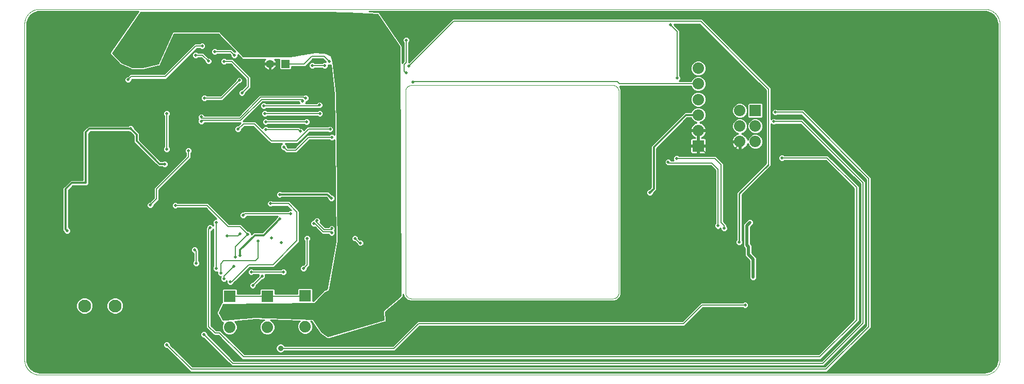
<source format=gbl>
G75*
%MOIN*%
%OFA0B0*%
%FSLAX25Y25*%
%IPPOS*%
%LPD*%
%AMOC8*
5,1,8,0,0,1.08239X$1,22.5*
%
%ADD10C,0.00039*%
%ADD11C,0.00000*%
%ADD12R,0.07400X0.07400*%
%ADD13C,0.07400*%
%ADD14C,0.08268*%
%ADD15R,0.05315X0.05315*%
%ADD16C,0.05315*%
%ADD17R,0.07382X0.07382*%
%ADD18C,0.07382*%
%ADD19C,0.02000*%
%ADD20C,0.00800*%
%ADD21C,0.01000*%
%ADD22C,0.01969*%
%ADD23C,0.01200*%
%ADD24C,0.00100*%
%ADD25C,0.00600*%
%ADD26C,0.03543*%
D10*
X0032245Y0014343D02*
X0032245Y0230878D01*
X0032244Y0230878D02*
X0032247Y0231116D01*
X0032255Y0231354D01*
X0032270Y0231591D01*
X0032290Y0231828D01*
X0032316Y0232064D01*
X0032347Y0232300D01*
X0032384Y0232535D01*
X0032427Y0232769D01*
X0032476Y0233002D01*
X0032530Y0233234D01*
X0032590Y0233464D01*
X0032655Y0233693D01*
X0032726Y0233920D01*
X0032802Y0234145D01*
X0032884Y0234368D01*
X0032971Y0234590D01*
X0033063Y0234809D01*
X0033161Y0235026D01*
X0033263Y0235240D01*
X0033371Y0235452D01*
X0033485Y0235662D01*
X0033603Y0235868D01*
X0033726Y0236072D01*
X0033854Y0236272D01*
X0033986Y0236469D01*
X0034124Y0236664D01*
X0034266Y0236854D01*
X0034413Y0237042D01*
X0034564Y0237225D01*
X0034719Y0237405D01*
X0034879Y0237581D01*
X0035043Y0237753D01*
X0035212Y0237922D01*
X0035384Y0238086D01*
X0035560Y0238246D01*
X0035740Y0238401D01*
X0035923Y0238552D01*
X0036111Y0238699D01*
X0036301Y0238841D01*
X0036496Y0238979D01*
X0036693Y0239111D01*
X0036893Y0239239D01*
X0037097Y0239362D01*
X0037303Y0239480D01*
X0037513Y0239594D01*
X0037725Y0239702D01*
X0037939Y0239804D01*
X0038156Y0239902D01*
X0038375Y0239994D01*
X0038597Y0240081D01*
X0038820Y0240163D01*
X0039045Y0240239D01*
X0039272Y0240310D01*
X0039501Y0240375D01*
X0039731Y0240435D01*
X0039963Y0240489D01*
X0040196Y0240538D01*
X0040430Y0240581D01*
X0040665Y0240618D01*
X0040901Y0240649D01*
X0041137Y0240675D01*
X0041374Y0240695D01*
X0041611Y0240710D01*
X0041849Y0240718D01*
X0042087Y0240721D01*
X0042087Y0240720D02*
X0652323Y0240720D01*
X0652323Y0240721D02*
X0652561Y0240718D01*
X0652799Y0240710D01*
X0653036Y0240695D01*
X0653273Y0240675D01*
X0653509Y0240649D01*
X0653745Y0240618D01*
X0653980Y0240581D01*
X0654214Y0240538D01*
X0654447Y0240489D01*
X0654679Y0240435D01*
X0654909Y0240375D01*
X0655138Y0240310D01*
X0655365Y0240239D01*
X0655590Y0240163D01*
X0655813Y0240081D01*
X0656035Y0239994D01*
X0656254Y0239902D01*
X0656471Y0239804D01*
X0656685Y0239702D01*
X0656897Y0239594D01*
X0657107Y0239480D01*
X0657313Y0239362D01*
X0657517Y0239239D01*
X0657717Y0239111D01*
X0657914Y0238979D01*
X0658109Y0238841D01*
X0658299Y0238699D01*
X0658487Y0238552D01*
X0658670Y0238401D01*
X0658850Y0238246D01*
X0659026Y0238086D01*
X0659198Y0237922D01*
X0659367Y0237753D01*
X0659531Y0237581D01*
X0659691Y0237405D01*
X0659846Y0237225D01*
X0659997Y0237042D01*
X0660144Y0236854D01*
X0660286Y0236664D01*
X0660424Y0236469D01*
X0660556Y0236272D01*
X0660684Y0236072D01*
X0660807Y0235868D01*
X0660925Y0235662D01*
X0661039Y0235452D01*
X0661147Y0235240D01*
X0661249Y0235026D01*
X0661347Y0234809D01*
X0661439Y0234590D01*
X0661526Y0234368D01*
X0661608Y0234145D01*
X0661684Y0233920D01*
X0661755Y0233693D01*
X0661820Y0233464D01*
X0661880Y0233234D01*
X0661934Y0233002D01*
X0661983Y0232769D01*
X0662026Y0232535D01*
X0662063Y0232300D01*
X0662094Y0232064D01*
X0662120Y0231828D01*
X0662140Y0231591D01*
X0662155Y0231354D01*
X0662163Y0231116D01*
X0662166Y0230878D01*
X0662166Y0014343D01*
X0662163Y0014105D01*
X0662155Y0013867D01*
X0662140Y0013630D01*
X0662120Y0013393D01*
X0662094Y0013157D01*
X0662063Y0012921D01*
X0662026Y0012686D01*
X0661983Y0012452D01*
X0661934Y0012219D01*
X0661880Y0011987D01*
X0661820Y0011757D01*
X0661755Y0011528D01*
X0661684Y0011301D01*
X0661608Y0011076D01*
X0661526Y0010853D01*
X0661439Y0010631D01*
X0661347Y0010412D01*
X0661249Y0010195D01*
X0661147Y0009981D01*
X0661039Y0009769D01*
X0660925Y0009559D01*
X0660807Y0009353D01*
X0660684Y0009149D01*
X0660556Y0008949D01*
X0660424Y0008752D01*
X0660286Y0008557D01*
X0660144Y0008367D01*
X0659997Y0008179D01*
X0659846Y0007996D01*
X0659691Y0007816D01*
X0659531Y0007640D01*
X0659367Y0007468D01*
X0659198Y0007299D01*
X0659026Y0007135D01*
X0658850Y0006975D01*
X0658670Y0006820D01*
X0658487Y0006669D01*
X0658299Y0006522D01*
X0658109Y0006380D01*
X0657914Y0006242D01*
X0657717Y0006110D01*
X0657517Y0005982D01*
X0657313Y0005859D01*
X0657107Y0005741D01*
X0656897Y0005627D01*
X0656685Y0005519D01*
X0656471Y0005417D01*
X0656254Y0005319D01*
X0656035Y0005227D01*
X0655813Y0005140D01*
X0655590Y0005058D01*
X0655365Y0004982D01*
X0655138Y0004911D01*
X0654909Y0004846D01*
X0654679Y0004786D01*
X0654447Y0004732D01*
X0654214Y0004683D01*
X0653980Y0004640D01*
X0653745Y0004603D01*
X0653509Y0004572D01*
X0653273Y0004546D01*
X0653036Y0004526D01*
X0652799Y0004511D01*
X0652561Y0004503D01*
X0652323Y0004500D01*
X0042087Y0004500D01*
X0041849Y0004503D01*
X0041611Y0004511D01*
X0041374Y0004526D01*
X0041137Y0004546D01*
X0040901Y0004572D01*
X0040665Y0004603D01*
X0040430Y0004640D01*
X0040196Y0004683D01*
X0039963Y0004732D01*
X0039731Y0004786D01*
X0039501Y0004846D01*
X0039272Y0004911D01*
X0039045Y0004982D01*
X0038820Y0005058D01*
X0038597Y0005140D01*
X0038375Y0005227D01*
X0038156Y0005319D01*
X0037939Y0005417D01*
X0037725Y0005519D01*
X0037513Y0005627D01*
X0037303Y0005741D01*
X0037097Y0005859D01*
X0036893Y0005982D01*
X0036693Y0006110D01*
X0036496Y0006242D01*
X0036301Y0006380D01*
X0036111Y0006522D01*
X0035923Y0006669D01*
X0035740Y0006820D01*
X0035560Y0006975D01*
X0035384Y0007135D01*
X0035212Y0007299D01*
X0035043Y0007468D01*
X0034879Y0007640D01*
X0034719Y0007816D01*
X0034564Y0007996D01*
X0034413Y0008179D01*
X0034266Y0008367D01*
X0034124Y0008557D01*
X0033986Y0008752D01*
X0033854Y0008949D01*
X0033726Y0009149D01*
X0033603Y0009353D01*
X0033485Y0009559D01*
X0033371Y0009769D01*
X0033263Y0009981D01*
X0033161Y0010195D01*
X0033063Y0010412D01*
X0032971Y0010631D01*
X0032884Y0010853D01*
X0032802Y0011076D01*
X0032726Y0011301D01*
X0032655Y0011528D01*
X0032590Y0011757D01*
X0032530Y0011987D01*
X0032476Y0012219D01*
X0032427Y0012452D01*
X0032384Y0012686D01*
X0032347Y0012921D01*
X0032316Y0013157D01*
X0032290Y0013393D01*
X0032270Y0013630D01*
X0032255Y0013867D01*
X0032247Y0014105D01*
X0032244Y0014343D01*
D11*
X0278308Y0057650D02*
X0278308Y0187571D01*
X0278310Y0187695D01*
X0278316Y0187818D01*
X0278325Y0187942D01*
X0278339Y0188064D01*
X0278356Y0188187D01*
X0278378Y0188309D01*
X0278403Y0188430D01*
X0278432Y0188550D01*
X0278464Y0188669D01*
X0278501Y0188788D01*
X0278541Y0188905D01*
X0278584Y0189020D01*
X0278632Y0189135D01*
X0278683Y0189247D01*
X0278737Y0189358D01*
X0278795Y0189468D01*
X0278856Y0189575D01*
X0278921Y0189681D01*
X0278989Y0189784D01*
X0279060Y0189885D01*
X0279134Y0189984D01*
X0279211Y0190081D01*
X0279292Y0190175D01*
X0279375Y0190266D01*
X0279461Y0190355D01*
X0279550Y0190441D01*
X0279641Y0190524D01*
X0279735Y0190605D01*
X0279832Y0190682D01*
X0279931Y0190756D01*
X0280032Y0190827D01*
X0280135Y0190895D01*
X0280241Y0190960D01*
X0280348Y0191021D01*
X0280458Y0191079D01*
X0280569Y0191133D01*
X0280681Y0191184D01*
X0280796Y0191232D01*
X0280911Y0191275D01*
X0281028Y0191315D01*
X0281147Y0191352D01*
X0281266Y0191384D01*
X0281386Y0191413D01*
X0281507Y0191438D01*
X0281629Y0191460D01*
X0281752Y0191477D01*
X0281874Y0191491D01*
X0281998Y0191500D01*
X0282121Y0191506D01*
X0282245Y0191508D01*
X0412166Y0191508D01*
X0412290Y0191506D01*
X0412413Y0191500D01*
X0412537Y0191491D01*
X0412659Y0191477D01*
X0412782Y0191460D01*
X0412904Y0191438D01*
X0413025Y0191413D01*
X0413145Y0191384D01*
X0413264Y0191352D01*
X0413383Y0191315D01*
X0413500Y0191275D01*
X0413615Y0191232D01*
X0413730Y0191184D01*
X0413842Y0191133D01*
X0413953Y0191079D01*
X0414063Y0191021D01*
X0414170Y0190960D01*
X0414276Y0190895D01*
X0414379Y0190827D01*
X0414480Y0190756D01*
X0414579Y0190682D01*
X0414676Y0190605D01*
X0414770Y0190524D01*
X0414861Y0190441D01*
X0414950Y0190355D01*
X0415036Y0190266D01*
X0415119Y0190175D01*
X0415200Y0190081D01*
X0415277Y0189984D01*
X0415351Y0189885D01*
X0415422Y0189784D01*
X0415490Y0189681D01*
X0415555Y0189575D01*
X0415616Y0189468D01*
X0415674Y0189358D01*
X0415728Y0189247D01*
X0415779Y0189135D01*
X0415827Y0189020D01*
X0415870Y0188905D01*
X0415910Y0188788D01*
X0415947Y0188669D01*
X0415979Y0188550D01*
X0416008Y0188430D01*
X0416033Y0188309D01*
X0416055Y0188187D01*
X0416072Y0188064D01*
X0416086Y0187942D01*
X0416095Y0187818D01*
X0416101Y0187695D01*
X0416103Y0187571D01*
X0416103Y0057650D01*
X0416101Y0057526D01*
X0416095Y0057403D01*
X0416086Y0057279D01*
X0416072Y0057157D01*
X0416055Y0057034D01*
X0416033Y0056912D01*
X0416008Y0056791D01*
X0415979Y0056671D01*
X0415947Y0056552D01*
X0415910Y0056433D01*
X0415870Y0056316D01*
X0415827Y0056201D01*
X0415779Y0056086D01*
X0415728Y0055974D01*
X0415674Y0055863D01*
X0415616Y0055753D01*
X0415555Y0055646D01*
X0415490Y0055540D01*
X0415422Y0055437D01*
X0415351Y0055336D01*
X0415277Y0055237D01*
X0415200Y0055140D01*
X0415119Y0055046D01*
X0415036Y0054955D01*
X0414950Y0054866D01*
X0414861Y0054780D01*
X0414770Y0054697D01*
X0414676Y0054616D01*
X0414579Y0054539D01*
X0414480Y0054465D01*
X0414379Y0054394D01*
X0414276Y0054326D01*
X0414170Y0054261D01*
X0414063Y0054200D01*
X0413953Y0054142D01*
X0413842Y0054088D01*
X0413730Y0054037D01*
X0413615Y0053989D01*
X0413500Y0053946D01*
X0413383Y0053906D01*
X0413264Y0053869D01*
X0413145Y0053837D01*
X0413025Y0053808D01*
X0412904Y0053783D01*
X0412782Y0053761D01*
X0412659Y0053744D01*
X0412537Y0053730D01*
X0412413Y0053721D01*
X0412290Y0053715D01*
X0412166Y0053713D01*
X0282245Y0053713D01*
X0282121Y0053715D01*
X0281998Y0053721D01*
X0281874Y0053730D01*
X0281752Y0053744D01*
X0281629Y0053761D01*
X0281507Y0053783D01*
X0281386Y0053808D01*
X0281266Y0053837D01*
X0281147Y0053869D01*
X0281028Y0053906D01*
X0280911Y0053946D01*
X0280796Y0053989D01*
X0280681Y0054037D01*
X0280569Y0054088D01*
X0280458Y0054142D01*
X0280348Y0054200D01*
X0280241Y0054261D01*
X0280135Y0054326D01*
X0280032Y0054394D01*
X0279931Y0054465D01*
X0279832Y0054539D01*
X0279735Y0054616D01*
X0279641Y0054697D01*
X0279550Y0054780D01*
X0279461Y0054866D01*
X0279375Y0054955D01*
X0279292Y0055046D01*
X0279211Y0055140D01*
X0279134Y0055237D01*
X0279060Y0055336D01*
X0278989Y0055437D01*
X0278921Y0055540D01*
X0278856Y0055646D01*
X0278795Y0055753D01*
X0278737Y0055863D01*
X0278683Y0055974D01*
X0278632Y0056086D01*
X0278584Y0056201D01*
X0278541Y0056316D01*
X0278501Y0056433D01*
X0278464Y0056552D01*
X0278432Y0056671D01*
X0278403Y0056791D01*
X0278378Y0056912D01*
X0278356Y0057034D01*
X0278339Y0057157D01*
X0278325Y0057279D01*
X0278316Y0057403D01*
X0278310Y0057526D01*
X0278308Y0057650D01*
D12*
X0213545Y0055700D03*
X0189045Y0055300D03*
X0164645Y0055300D03*
D13*
X0163645Y0045300D03*
X0164645Y0035300D03*
X0189045Y0035300D03*
X0188045Y0045300D03*
X0212545Y0045700D03*
X0213545Y0035700D03*
D14*
X0090737Y0049050D03*
X0071052Y0049050D03*
D15*
X0200795Y0205400D03*
D16*
X0190795Y0205400D03*
D17*
X0467445Y0152300D03*
X0504245Y0175100D03*
D18*
X0494245Y0175100D03*
X0494245Y0165100D03*
X0504245Y0165100D03*
X0504245Y0155100D03*
X0494245Y0155100D03*
X0467445Y0162339D03*
X0467445Y0172339D03*
X0467445Y0182339D03*
X0467445Y0192457D03*
X0467445Y0202457D03*
D19*
X0453845Y0196100D03*
X0517045Y0174100D03*
X0516045Y0168100D03*
X0521445Y0144700D03*
X0485001Y0118673D03*
X0487953Y0100957D03*
X0484195Y0099100D03*
X0480195Y0100850D03*
X0500749Y0102925D03*
X0493859Y0090130D03*
X0488938Y0089146D03*
X0483032Y0089146D03*
X0498780Y0088161D03*
X0515512Y0092098D03*
X0477126Y0075366D03*
X0502717Y0067492D03*
X0497645Y0049700D03*
X0489922Y0031075D03*
X0422993Y0046823D03*
X0249245Y0089700D03*
X0245645Y0092700D03*
X0230645Y0096300D03*
X0230645Y0099100D03*
X0219055Y0102110D03*
X0221035Y0104090D03*
X0204245Y0108650D03*
X0197045Y0105100D03*
X0173445Y0107500D03*
X0155995Y0103000D03*
X0152245Y0099700D03*
X0163045Y0094300D03*
X0171445Y0095500D03*
X0176445Y0095300D03*
X0183245Y0090900D03*
X0191745Y0092750D03*
X0197995Y0089750D03*
X0214795Y0092650D03*
X0212445Y0073300D03*
X0199445Y0070900D03*
X0185645Y0068300D03*
X0178645Y0070900D03*
X0167445Y0074700D03*
X0168445Y0080500D03*
X0171445Y0081500D03*
X0155995Y0073250D03*
X0159045Y0070300D03*
X0161045Y0066700D03*
X0165245Y0064700D03*
X0179645Y0062300D03*
X0143045Y0076700D03*
X0136045Y0069500D03*
X0142045Y0085300D03*
X0123845Y0093900D03*
X0096245Y0093100D03*
X0089645Y0098700D03*
X0090845Y0109200D03*
X0113445Y0114100D03*
X0127445Y0109500D03*
X0129645Y0113900D03*
X0143745Y0130500D03*
X0143745Y0136750D03*
X0122845Y0140700D03*
X0124245Y0150300D03*
X0138045Y0149300D03*
X0170245Y0163300D03*
X0188245Y0163000D03*
X0187995Y0168000D03*
X0187495Y0173250D03*
X0186745Y0178250D03*
X0172645Y0186500D03*
X0170995Y0194750D03*
X0148495Y0183250D03*
X0124245Y0173300D03*
X0146445Y0171100D03*
X0146445Y0168300D03*
X0100845Y0163500D03*
X0100445Y0187700D03*
X0099245Y0195100D03*
X0105445Y0205300D03*
X0107245Y0208500D03*
X0101795Y0208300D03*
X0097645Y0210100D03*
X0128495Y0220750D03*
X0146995Y0217000D03*
X0155245Y0213300D03*
X0151045Y0207100D03*
X0142845Y0210900D03*
X0161245Y0206900D03*
X0167845Y0210900D03*
X0151245Y0223750D03*
X0218245Y0204250D03*
X0226245Y0204250D03*
X0229045Y0206900D03*
X0278645Y0199500D03*
X0280495Y0203750D03*
X0283045Y0193700D03*
X0222745Y0178750D03*
X0222995Y0173250D03*
X0214495Y0168000D03*
X0210495Y0161750D03*
X0229645Y0163100D03*
X0230845Y0157900D03*
X0199645Y0151700D03*
X0197095Y0133437D03*
X0196615Y0130484D03*
X0196995Y0121000D03*
X0191045Y0115100D03*
X0230445Y0118500D03*
X0227845Y0131900D03*
X0211855Y0181310D03*
X0213835Y0183290D03*
X0211045Y0187500D03*
X0278845Y0220700D03*
X0449445Y0230500D03*
X0453504Y0144264D03*
X0447945Y0141834D03*
X0436245Y0122300D03*
X0148045Y0030700D03*
X0124245Y0023900D03*
X0110645Y0053900D03*
X0059845Y0097500D03*
D20*
X0089645Y0098700D02*
X0090645Y0098700D01*
X0096245Y0093100D01*
X0123845Y0093900D02*
X0127445Y0097500D01*
X0127445Y0109500D01*
X0126045Y0109500D01*
X0124245Y0111300D01*
X0124245Y0122300D01*
X0132245Y0130300D01*
X0143545Y0130300D01*
X0143745Y0130500D01*
X0143745Y0136750D01*
X0143745Y0155500D01*
X0147495Y0159250D01*
X0185095Y0159250D01*
X0197095Y0147250D01*
X0197095Y0133437D01*
X0197095Y0132500D01*
X0197695Y0131900D01*
X0227845Y0131900D01*
X0196615Y0130484D02*
X0196615Y0129500D01*
X0191045Y0115100D02*
X0202645Y0115100D01*
X0208245Y0109500D01*
X0208245Y0091100D01*
X0192845Y0075700D01*
X0177045Y0075700D01*
X0166045Y0064700D01*
X0165245Y0064700D01*
X0161045Y0066700D02*
X0161045Y0068300D01*
X0167445Y0074700D01*
X0160845Y0078100D02*
X0181445Y0078100D01*
X0183245Y0079900D01*
X0183245Y0090900D01*
X0176445Y0095300D02*
X0171445Y0100300D01*
X0163645Y0100300D01*
X0150045Y0113900D01*
X0129645Y0113900D01*
X0117445Y0118100D02*
X0113445Y0114100D01*
X0117445Y0118100D02*
X0117445Y0124700D01*
X0138045Y0145300D01*
X0138045Y0149300D01*
X0143745Y0155500D02*
X0143745Y0174500D01*
X0141745Y0176500D01*
X0112495Y0176500D01*
X0101295Y0187700D01*
X0100445Y0187700D01*
X0099245Y0195100D02*
X0101245Y0197100D01*
X0123045Y0197100D01*
X0142945Y0217000D01*
X0146995Y0217000D01*
X0150995Y0214350D02*
X0154845Y0210500D01*
X0154845Y0195100D01*
X0143745Y0184000D01*
X0143745Y0174500D01*
X0124245Y0173300D02*
X0124245Y0150300D01*
X0170245Y0163300D02*
X0173645Y0166700D01*
X0180645Y0166700D01*
X0191845Y0155500D01*
X0208045Y0155500D01*
X0215645Y0163100D01*
X0229645Y0163100D01*
X0230845Y0157900D02*
X0215645Y0157900D01*
X0207445Y0149700D01*
X0201645Y0149700D01*
X0199645Y0151700D01*
X0210495Y0161750D02*
X0209245Y0163000D01*
X0188245Y0163000D01*
X0187995Y0168000D02*
X0214495Y0168000D01*
X0222995Y0173250D02*
X0187495Y0173250D01*
X0186745Y0178250D02*
X0222245Y0178250D01*
X0222745Y0178750D01*
X0211045Y0187500D02*
X0202245Y0187500D01*
X0190795Y0198950D01*
X0190795Y0205400D01*
X0200795Y0205400D02*
X0212945Y0205400D01*
X0217845Y0210300D01*
X0225645Y0210300D01*
X0229045Y0206900D01*
X0226245Y0204250D02*
X0218245Y0204250D01*
X0176845Y0196100D02*
X0176845Y0190700D01*
X0172645Y0186500D01*
X0170995Y0194750D02*
X0159495Y0183250D01*
X0148495Y0183250D01*
X0166045Y0206900D02*
X0176845Y0196100D01*
X0166045Y0206900D02*
X0161245Y0206900D01*
X0165445Y0213300D02*
X0167845Y0210900D01*
X0165445Y0213300D02*
X0155245Y0213300D01*
X0150995Y0214350D02*
X0150995Y0223500D01*
X0151245Y0223750D01*
X0143245Y0223750D01*
X0140245Y0220750D01*
X0128495Y0220750D01*
X0140245Y0220750D02*
X0140995Y0220750D01*
X0142845Y0210900D02*
X0147245Y0210900D01*
X0151045Y0207100D01*
X0277445Y0204900D02*
X0277445Y0200700D01*
X0278645Y0199500D01*
X0280495Y0203750D02*
X0309495Y0232750D01*
X0468995Y0232750D01*
X0512695Y0189050D01*
X0512695Y0140327D01*
X0521445Y0144700D02*
X0550445Y0144700D01*
X0569645Y0125500D01*
X0569645Y0039900D01*
X0545845Y0016100D01*
X0173645Y0016100D01*
X0158245Y0031500D01*
X0155445Y0031500D01*
X0151245Y0035700D01*
X0151245Y0098700D01*
X0152245Y0099700D01*
X0155995Y0103000D02*
X0155995Y0073250D01*
X0159045Y0070300D02*
X0159045Y0076300D01*
X0160845Y0078100D01*
X0168445Y0080500D02*
X0168445Y0087300D01*
X0176445Y0095300D01*
X0171445Y0095500D02*
X0170245Y0094300D01*
X0163045Y0094300D01*
X0143045Y0084300D02*
X0142045Y0085300D01*
X0143045Y0084300D02*
X0143045Y0076700D01*
X0136045Y0069500D02*
X0136045Y0064300D01*
X0125445Y0053700D01*
X0110845Y0053700D01*
X0110645Y0053900D01*
X0164645Y0055300D02*
X0189045Y0055300D01*
X0213145Y0055300D01*
X0213545Y0055700D01*
X0199445Y0070900D02*
X0178645Y0070900D01*
X0185645Y0068300D02*
X0179645Y0062300D01*
X0212445Y0073300D02*
X0214795Y0075650D01*
X0214795Y0092650D01*
X0204245Y0108650D02*
X0174595Y0108650D01*
X0173445Y0107500D01*
X0091845Y0108200D02*
X0090845Y0109200D01*
X0148045Y0030700D02*
X0166845Y0011900D01*
X0547845Y0011900D01*
X0573845Y0037900D01*
X0573845Y0128500D01*
X0534245Y0168100D01*
X0516045Y0168100D01*
X0517045Y0174100D02*
X0534645Y0174100D01*
X0577445Y0131300D01*
X0577445Y0035700D01*
X0549845Y0008100D01*
X0140045Y0008100D01*
X0124245Y0023900D01*
X0197645Y0021700D02*
X0270845Y0021700D01*
X0286845Y0037700D01*
X0457845Y0037700D01*
X0469845Y0049700D01*
X0497645Y0049700D01*
X0492875Y0031075D02*
X0489922Y0031075D01*
X0422993Y0046823D02*
X0422993Y0047807D01*
X0445845Y0098700D02*
X0442445Y0102100D01*
X0442445Y0144500D01*
X0450245Y0152300D01*
X0467445Y0152300D01*
X0472645Y0147100D01*
X0487845Y0147100D01*
X0494245Y0153500D01*
X0494245Y0155100D01*
X0482048Y0140327D02*
X0478111Y0144264D01*
X0453504Y0144264D01*
X0448406Y0141311D02*
X0447945Y0141834D01*
X0448406Y0141311D02*
X0476142Y0141311D01*
X0480195Y0137259D01*
X0480195Y0100850D01*
X0480195Y0100100D01*
X0482048Y0102925D02*
X0482048Y0140327D01*
X0482048Y0102925D02*
X0484195Y0100778D01*
X0484195Y0099100D01*
X0487953Y0099972D02*
X0487953Y0100957D01*
X0487953Y0099972D02*
X0488938Y0098988D01*
X0467445Y0192457D02*
X0416487Y0192457D01*
X0415045Y0193900D01*
X0283245Y0193900D01*
X0283045Y0193700D01*
X0277445Y0204900D02*
X0278845Y0206300D01*
X0278845Y0220700D01*
X0449445Y0230500D02*
X0453845Y0226100D01*
X0453845Y0196100D01*
D21*
X0455545Y0197653D02*
X0455545Y0226804D01*
X0451745Y0230604D01*
X0451745Y0231050D01*
X0468290Y0231050D01*
X0510995Y0188346D01*
X0510995Y0141172D01*
X0492059Y0122237D01*
X0492059Y0091583D01*
X0491559Y0091083D01*
X0491559Y0089177D01*
X0492906Y0087830D01*
X0494811Y0087830D01*
X0496159Y0089177D01*
X0496159Y0091083D01*
X0495659Y0091583D01*
X0495659Y0120745D01*
X0514495Y0139581D01*
X0514495Y0141072D01*
X0514395Y0141172D01*
X0514395Y0166497D01*
X0515092Y0165800D01*
X0516997Y0165800D01*
X0517597Y0166400D01*
X0533540Y0166400D01*
X0572145Y0127796D01*
X0572145Y0038604D01*
X0547140Y0013600D01*
X0167549Y0013600D01*
X0150345Y0030804D01*
X0150345Y0031653D01*
X0148997Y0033000D01*
X0147092Y0033000D01*
X0145745Y0031653D01*
X0145745Y0029747D01*
X0147092Y0028400D01*
X0147940Y0028400D01*
X0166140Y0010200D01*
X0548549Y0010200D01*
X0549545Y0011196D01*
X0575545Y0037196D01*
X0575545Y0129204D01*
X0574549Y0130200D01*
X0534949Y0169800D01*
X0517597Y0169800D01*
X0516997Y0170400D01*
X0515092Y0170400D01*
X0514395Y0169703D01*
X0514395Y0189754D01*
X0513399Y0190750D01*
X0470695Y0233454D01*
X0469699Y0234450D01*
X0308790Y0234450D01*
X0280545Y0206204D01*
X0280545Y0219147D01*
X0281145Y0219747D01*
X0281145Y0221653D01*
X0279797Y0223000D01*
X0277892Y0223000D01*
X0276545Y0221653D01*
X0276545Y0219747D01*
X0277145Y0219147D01*
X0277145Y0207004D01*
X0276740Y0206600D01*
X0276143Y0206003D01*
X0276095Y0216377D01*
X0276175Y0216799D01*
X0276093Y0216920D01*
X0276092Y0217065D01*
X0275787Y0217368D01*
X0261713Y0237990D01*
X0261718Y0238099D01*
X0261405Y0238441D01*
X0261144Y0238823D01*
X0261037Y0238843D01*
X0260963Y0238924D01*
X0260500Y0238944D01*
X0260045Y0239030D01*
X0259955Y0238968D01*
X0254680Y0239201D01*
X0652323Y0239201D01*
X0653625Y0239098D01*
X0656102Y0238294D01*
X0658208Y0236763D01*
X0659739Y0234656D01*
X0660544Y0232180D01*
X0660646Y0230878D01*
X0660646Y0014343D01*
X0660544Y0013041D01*
X0659739Y0010564D01*
X0658208Y0008457D01*
X0656102Y0006927D01*
X0653625Y0006122D01*
X0652323Y0006020D01*
X0042087Y0006020D01*
X0040785Y0006122D01*
X0038309Y0006927D01*
X0036202Y0008457D01*
X0034671Y0010564D01*
X0033867Y0013041D01*
X0033764Y0014343D01*
X0033764Y0230878D01*
X0033867Y0232180D01*
X0034671Y0234656D01*
X0036202Y0236763D01*
X0038309Y0238294D01*
X0040785Y0239098D01*
X0042087Y0239201D01*
X0105831Y0239201D01*
X0087815Y0213084D01*
X0087512Y0212799D01*
X0087507Y0212639D01*
X0087416Y0212506D01*
X0087491Y0212097D01*
X0087479Y0211681D01*
X0087589Y0211564D01*
X0087618Y0211406D01*
X0087960Y0211170D01*
X0093378Y0205419D01*
X0093482Y0205147D01*
X0093747Y0205028D01*
X0093945Y0204817D01*
X0094237Y0204809D01*
X0101016Y0201770D01*
X0101235Y0201550D01*
X0101506Y0201550D01*
X0101753Y0201439D01*
X0102043Y0201550D01*
X0108159Y0201550D01*
X0108306Y0201458D01*
X0108700Y0201550D01*
X0109104Y0201550D01*
X0109226Y0201673D01*
X0118506Y0203832D01*
X0118600Y0203789D01*
X0119038Y0203956D01*
X0119495Y0204062D01*
X0119550Y0204149D01*
X0119646Y0204186D01*
X0119838Y0204613D01*
X0120086Y0205011D01*
X0120063Y0205111D01*
X0128867Y0224650D01*
X0157417Y0224650D01*
X0168338Y0213200D01*
X0167949Y0213200D01*
X0166149Y0215000D01*
X0156797Y0215000D01*
X0156197Y0215600D01*
X0154292Y0215600D01*
X0152945Y0214253D01*
X0152945Y0212347D01*
X0154292Y0211000D01*
X0156197Y0211000D01*
X0156797Y0211600D01*
X0164740Y0211600D01*
X0165545Y0210796D01*
X0165545Y0209947D01*
X0166892Y0208600D01*
X0168797Y0208600D01*
X0170145Y0209947D01*
X0170145Y0211306D01*
X0172145Y0209209D01*
X0172145Y0209191D01*
X0172529Y0208807D01*
X0172904Y0208414D01*
X0172922Y0208413D01*
X0172935Y0208400D01*
X0173478Y0208400D01*
X0174022Y0208387D01*
X0174035Y0208400D01*
X0187915Y0208400D01*
X0187623Y0208108D01*
X0187239Y0207579D01*
X0186942Y0206996D01*
X0186739Y0206374D01*
X0186646Y0205786D01*
X0190409Y0205786D01*
X0190409Y0205014D01*
X0191180Y0205014D01*
X0191180Y0201252D01*
X0191768Y0201345D01*
X0192391Y0201547D01*
X0192974Y0201844D01*
X0193503Y0202229D01*
X0193966Y0202692D01*
X0194350Y0203221D01*
X0194647Y0203804D01*
X0194850Y0204426D01*
X0194943Y0205014D01*
X0191180Y0205014D01*
X0191180Y0205786D01*
X0194943Y0205786D01*
X0194850Y0206374D01*
X0194647Y0206996D01*
X0194350Y0207579D01*
X0193966Y0208108D01*
X0193674Y0208400D01*
X0196837Y0208400D01*
X0196837Y0202204D01*
X0197599Y0201443D01*
X0203991Y0201443D01*
X0204752Y0202204D01*
X0204752Y0203700D01*
X0213649Y0203700D01*
X0218549Y0208600D01*
X0224940Y0208600D01*
X0226745Y0206796D01*
X0226745Y0206550D01*
X0225292Y0206550D01*
X0224692Y0205950D01*
X0219797Y0205950D01*
X0219197Y0206550D01*
X0217292Y0206550D01*
X0215945Y0205203D01*
X0215945Y0203297D01*
X0217292Y0201950D01*
X0219197Y0201950D01*
X0219797Y0202550D01*
X0224692Y0202550D01*
X0225292Y0201950D01*
X0227197Y0201950D01*
X0228545Y0203297D01*
X0228545Y0204600D01*
X0229997Y0204600D01*
X0230039Y0204642D01*
X0232146Y0185916D01*
X0232395Y0165237D01*
X0232444Y0159553D01*
X0231797Y0160200D01*
X0229892Y0160200D01*
X0229292Y0159600D01*
X0214940Y0159600D01*
X0206740Y0151400D01*
X0202349Y0151400D01*
X0201945Y0151804D01*
X0201945Y0152653D01*
X0200797Y0153800D01*
X0208749Y0153800D01*
X0209745Y0154796D01*
X0216349Y0161400D01*
X0228092Y0161400D01*
X0228692Y0160800D01*
X0230597Y0160800D01*
X0231945Y0162147D01*
X0231945Y0164053D01*
X0230597Y0165400D01*
X0228692Y0165400D01*
X0228092Y0164800D01*
X0214940Y0164800D01*
X0212795Y0162654D01*
X0212795Y0162703D01*
X0211447Y0164050D01*
X0210599Y0164050D01*
X0209949Y0164700D01*
X0189797Y0164700D01*
X0189197Y0165300D01*
X0187292Y0165300D01*
X0185945Y0163953D01*
X0185945Y0163804D01*
X0182345Y0167404D01*
X0181349Y0168400D01*
X0173597Y0168400D01*
X0185997Y0180800D01*
X0209555Y0180800D01*
X0209555Y0180357D01*
X0209962Y0179950D01*
X0188297Y0179950D01*
X0187697Y0180550D01*
X0185792Y0180550D01*
X0184445Y0179203D01*
X0184445Y0177297D01*
X0185792Y0175950D01*
X0187697Y0175950D01*
X0188297Y0176550D01*
X0221692Y0176550D01*
X0221792Y0176450D01*
X0223697Y0176450D01*
X0225045Y0177797D01*
X0225045Y0179703D01*
X0223697Y0181050D01*
X0221792Y0181050D01*
X0220692Y0179950D01*
X0213747Y0179950D01*
X0214155Y0180357D01*
X0214155Y0180990D01*
X0214787Y0180990D01*
X0216135Y0182337D01*
X0216135Y0184243D01*
X0214787Y0185590D01*
X0212882Y0185590D01*
X0212692Y0185400D01*
X0184092Y0185400D01*
X0183155Y0184463D01*
X0170692Y0172000D01*
X0148745Y0172000D01*
X0148745Y0172053D01*
X0147397Y0173400D01*
X0145492Y0173400D01*
X0144145Y0172053D01*
X0144145Y0170147D01*
X0144592Y0169700D01*
X0144145Y0169253D01*
X0144145Y0167347D01*
X0145492Y0166000D01*
X0147397Y0166000D01*
X0148745Y0167347D01*
X0148745Y0167400D01*
X0171940Y0167400D01*
X0170140Y0165600D01*
X0169292Y0165600D01*
X0167945Y0164253D01*
X0167945Y0162347D01*
X0169292Y0161000D01*
X0171197Y0161000D01*
X0172545Y0162347D01*
X0172545Y0163196D01*
X0174349Y0165000D01*
X0179940Y0165000D01*
X0191140Y0153800D01*
X0198492Y0153800D01*
X0197345Y0152653D01*
X0197345Y0150747D01*
X0198692Y0149400D01*
X0199540Y0149400D01*
X0200940Y0148000D01*
X0208149Y0148000D01*
X0209145Y0148996D01*
X0216349Y0156200D01*
X0229292Y0156200D01*
X0229892Y0155600D01*
X0231797Y0155600D01*
X0232473Y0156275D01*
X0233044Y0090662D01*
X0227634Y0059960D01*
X0225870Y0059094D01*
X0225611Y0059089D01*
X0225387Y0058858D01*
X0225098Y0058716D01*
X0225014Y0058471D01*
X0218965Y0052194D01*
X0218545Y0052190D01*
X0218545Y0059938D01*
X0217783Y0060700D01*
X0209306Y0060700D01*
X0208545Y0059938D01*
X0208545Y0057000D01*
X0194045Y0057000D01*
X0194045Y0059538D01*
X0193283Y0060300D01*
X0184806Y0060300D01*
X0184045Y0059538D01*
X0184045Y0057000D01*
X0169645Y0057000D01*
X0169645Y0059538D01*
X0168883Y0060300D01*
X0160406Y0060300D01*
X0159645Y0059538D01*
X0159645Y0051350D01*
X0159625Y0051344D01*
X0159477Y0051038D01*
X0159239Y0050795D01*
X0159241Y0050555D01*
X0156822Y0045583D01*
X0156714Y0045526D01*
X0156583Y0045094D01*
X0156386Y0044688D01*
X0156426Y0044572D01*
X0156391Y0044455D01*
X0156604Y0044057D01*
X0156751Y0043631D01*
X0156861Y0043577D01*
X0159123Y0039358D01*
X0159147Y0039078D01*
X0159377Y0038884D01*
X0159519Y0038619D01*
X0159788Y0038538D01*
X0160002Y0038357D01*
X0160302Y0038383D01*
X0160574Y0038301D01*
X0160406Y0038132D01*
X0159645Y0036295D01*
X0159645Y0034305D01*
X0160406Y0032468D01*
X0161812Y0031061D01*
X0163650Y0030300D01*
X0165639Y0030300D01*
X0167477Y0031061D01*
X0168883Y0032468D01*
X0169645Y0034305D01*
X0169645Y0036295D01*
X0168883Y0038132D01*
X0167977Y0039038D01*
X0180982Y0040148D01*
X0187241Y0039965D01*
X0186212Y0039539D01*
X0184806Y0038132D01*
X0184045Y0036295D01*
X0184045Y0034305D01*
X0184806Y0032468D01*
X0186212Y0031061D01*
X0188050Y0030300D01*
X0190039Y0030300D01*
X0191877Y0031061D01*
X0193283Y0032468D01*
X0194045Y0034305D01*
X0194045Y0036295D01*
X0193283Y0038132D01*
X0191877Y0039539D01*
X0191123Y0039851D01*
X0210069Y0039295D01*
X0209306Y0038532D01*
X0208545Y0036695D01*
X0208545Y0034705D01*
X0209306Y0032868D01*
X0210712Y0031461D01*
X0212550Y0030700D01*
X0214539Y0030700D01*
X0216377Y0031461D01*
X0217783Y0032868D01*
X0218545Y0034705D01*
X0218545Y0036695D01*
X0217783Y0038532D01*
X0217231Y0039085D01*
X0217708Y0039071D01*
X0222660Y0031644D01*
X0222703Y0031379D01*
X0222958Y0031197D01*
X0223132Y0030936D01*
X0223394Y0030883D01*
X0227031Y0028273D01*
X0227058Y0028181D01*
X0227476Y0027954D01*
X0227862Y0027677D01*
X0227957Y0027693D01*
X0228041Y0027647D01*
X0228497Y0027782D01*
X0228965Y0027859D01*
X0229021Y0027937D01*
X0264623Y0038460D01*
X0265021Y0038480D01*
X0265141Y0038613D01*
X0265314Y0038664D01*
X0265504Y0039014D01*
X0265771Y0039309D01*
X0265762Y0039489D01*
X0265848Y0039646D01*
X0265735Y0040028D01*
X0265476Y0045155D01*
X0275996Y0054152D01*
X0276060Y0054153D01*
X0276414Y0054510D01*
X0276797Y0054837D01*
X0276802Y0054902D01*
X0276847Y0054947D01*
X0276845Y0055451D01*
X0276884Y0055952D01*
X0276842Y0056001D01*
X0276840Y0056489D01*
X0277635Y0054570D01*
X0279165Y0053040D01*
X0281163Y0052212D01*
X0413247Y0052212D01*
X0415246Y0053040D01*
X0416775Y0054570D01*
X0417603Y0056568D01*
X0417603Y0188652D01*
X0416775Y0190651D01*
X0416669Y0190757D01*
X0462747Y0190757D01*
X0463213Y0189630D01*
X0464617Y0188226D01*
X0466452Y0187467D01*
X0468437Y0187467D01*
X0470272Y0188226D01*
X0471676Y0189630D01*
X0472436Y0191465D01*
X0472436Y0193450D01*
X0471676Y0195285D01*
X0470272Y0196689D01*
X0468437Y0197448D01*
X0466452Y0197448D01*
X0464617Y0196689D01*
X0463213Y0195285D01*
X0462747Y0194157D01*
X0455155Y0194157D01*
X0456145Y0195147D01*
X0456145Y0197053D01*
X0455545Y0197653D01*
X0455545Y0198211D02*
X0464654Y0198211D01*
X0464617Y0198226D02*
X0466452Y0197467D01*
X0468437Y0197467D01*
X0470272Y0198226D01*
X0471676Y0199630D01*
X0472436Y0201465D01*
X0472436Y0203450D01*
X0471676Y0205285D01*
X0470272Y0206689D01*
X0468437Y0207448D01*
X0466452Y0207448D01*
X0464617Y0206689D01*
X0463213Y0205285D01*
X0462454Y0203450D01*
X0462454Y0201465D01*
X0463213Y0199630D01*
X0464617Y0198226D01*
X0463634Y0199210D02*
X0455545Y0199210D01*
X0455545Y0200208D02*
X0462974Y0200208D01*
X0462561Y0201207D02*
X0455545Y0201207D01*
X0455545Y0202205D02*
X0462454Y0202205D01*
X0462454Y0203204D02*
X0455545Y0203204D01*
X0455545Y0204202D02*
X0462765Y0204202D01*
X0463179Y0205201D02*
X0455545Y0205201D01*
X0455545Y0206199D02*
X0464128Y0206199D01*
X0465847Y0207198D02*
X0455545Y0207198D01*
X0455545Y0208196D02*
X0491144Y0208196D01*
X0492143Y0207198D02*
X0469042Y0207198D01*
X0470761Y0206199D02*
X0493141Y0206199D01*
X0494140Y0205201D02*
X0471710Y0205201D01*
X0472124Y0204202D02*
X0495138Y0204202D01*
X0496137Y0203204D02*
X0472436Y0203204D01*
X0472436Y0202205D02*
X0497135Y0202205D01*
X0498134Y0201207D02*
X0472329Y0201207D01*
X0471915Y0200208D02*
X0499132Y0200208D01*
X0500131Y0199210D02*
X0471255Y0199210D01*
X0470235Y0198211D02*
X0501129Y0198211D01*
X0502128Y0197213D02*
X0469006Y0197213D01*
X0470746Y0196214D02*
X0503126Y0196214D01*
X0504125Y0195216D02*
X0471704Y0195216D01*
X0472118Y0194217D02*
X0505123Y0194217D01*
X0506122Y0193219D02*
X0472436Y0193219D01*
X0472436Y0192220D02*
X0507120Y0192220D01*
X0508119Y0191222D02*
X0472335Y0191222D01*
X0471921Y0190223D02*
X0509117Y0190223D01*
X0510116Y0189225D02*
X0471270Y0189225D01*
X0470271Y0188226D02*
X0510995Y0188226D01*
X0510995Y0187228D02*
X0468685Y0187228D01*
X0468437Y0187330D02*
X0466452Y0187330D01*
X0464617Y0186570D01*
X0463213Y0185167D01*
X0462454Y0183332D01*
X0462454Y0181347D01*
X0463213Y0179512D01*
X0464617Y0178108D01*
X0466452Y0177348D01*
X0468437Y0177348D01*
X0470272Y0178108D01*
X0471676Y0179512D01*
X0472436Y0181347D01*
X0472436Y0183332D01*
X0471676Y0185167D01*
X0470272Y0186570D01*
X0468437Y0187330D01*
X0466204Y0187228D02*
X0417603Y0187228D01*
X0417603Y0188226D02*
X0464618Y0188226D01*
X0463619Y0189225D02*
X0417366Y0189225D01*
X0416952Y0190223D02*
X0462968Y0190223D01*
X0464276Y0186229D02*
X0417603Y0186229D01*
X0417603Y0185231D02*
X0463278Y0185231D01*
X0462826Y0184232D02*
X0417603Y0184232D01*
X0417603Y0183234D02*
X0462454Y0183234D01*
X0462454Y0182235D02*
X0417603Y0182235D01*
X0417603Y0181237D02*
X0462499Y0181237D01*
X0462913Y0180238D02*
X0417603Y0180238D01*
X0417603Y0179239D02*
X0463486Y0179239D01*
X0464485Y0178241D02*
X0417603Y0178241D01*
X0417603Y0177242D02*
X0466240Y0177242D01*
X0466452Y0177330D02*
X0464617Y0176570D01*
X0463213Y0175167D01*
X0462829Y0174239D01*
X0458697Y0174239D01*
X0437858Y0153400D01*
X0436745Y0152287D01*
X0436745Y0125487D01*
X0435858Y0124600D01*
X0435292Y0124600D01*
X0433945Y0123253D01*
X0433945Y0121347D01*
X0435292Y0120000D01*
X0437197Y0120000D01*
X0438545Y0121347D01*
X0438545Y0121913D01*
X0440545Y0123913D01*
X0440545Y0150713D01*
X0460271Y0170439D01*
X0462829Y0170439D01*
X0463213Y0169512D01*
X0464617Y0168108D01*
X0466296Y0167413D01*
X0466229Y0167402D01*
X0465452Y0167150D01*
X0464724Y0166779D01*
X0464063Y0166299D01*
X0463485Y0165721D01*
X0463005Y0165060D01*
X0462634Y0164332D01*
X0462381Y0163555D01*
X0462268Y0162839D01*
X0466945Y0162839D01*
X0466945Y0161839D01*
X0467945Y0161839D01*
X0467945Y0162839D01*
X0472621Y0162839D01*
X0472508Y0163555D01*
X0472255Y0164332D01*
X0471884Y0165060D01*
X0471404Y0165721D01*
X0470826Y0166299D01*
X0470165Y0166779D01*
X0469437Y0167150D01*
X0468660Y0167402D01*
X0468593Y0167413D01*
X0470272Y0168108D01*
X0471676Y0169512D01*
X0472436Y0171347D01*
X0472436Y0173332D01*
X0471676Y0175167D01*
X0470272Y0176570D01*
X0468437Y0177330D01*
X0466452Y0177330D01*
X0468649Y0177242D02*
X0489730Y0177242D01*
X0490013Y0177927D02*
X0489254Y0176093D01*
X0489254Y0174107D01*
X0490013Y0172273D01*
X0491417Y0170869D01*
X0493252Y0170109D01*
X0495237Y0170109D01*
X0497072Y0170869D01*
X0498476Y0172273D01*
X0499236Y0174107D01*
X0499236Y0176093D01*
X0498476Y0177927D01*
X0497072Y0179331D01*
X0495237Y0180091D01*
X0493252Y0180091D01*
X0491417Y0179331D01*
X0490013Y0177927D01*
X0490327Y0178241D02*
X0470404Y0178241D01*
X0471403Y0179239D02*
X0491326Y0179239D01*
X0489316Y0176244D02*
X0470598Y0176244D01*
X0471597Y0175245D02*
X0489254Y0175245D01*
X0489254Y0174247D02*
X0472057Y0174247D01*
X0472436Y0173248D02*
X0489609Y0173248D01*
X0490036Y0172250D02*
X0472436Y0172250D01*
X0472396Y0171251D02*
X0491035Y0171251D01*
X0491417Y0169331D02*
X0490013Y0167927D01*
X0489254Y0166093D01*
X0489254Y0164107D01*
X0490013Y0162273D01*
X0491417Y0160869D01*
X0493096Y0160174D01*
X0493029Y0160163D01*
X0492252Y0159911D01*
X0491524Y0159540D01*
X0490863Y0159059D01*
X0490285Y0158482D01*
X0489805Y0157821D01*
X0489434Y0157093D01*
X0489181Y0156316D01*
X0489068Y0155600D01*
X0493745Y0155600D01*
X0493745Y0154600D01*
X0494745Y0154600D01*
X0494745Y0149924D01*
X0495460Y0150037D01*
X0496237Y0150289D01*
X0496965Y0150660D01*
X0497626Y0151141D01*
X0498204Y0151718D01*
X0498684Y0152379D01*
X0499055Y0153107D01*
X0499308Y0153884D01*
X0499318Y0153951D01*
X0500013Y0152273D01*
X0501417Y0150869D01*
X0503252Y0150109D01*
X0505237Y0150109D01*
X0507072Y0150869D01*
X0508476Y0152273D01*
X0509236Y0154107D01*
X0509236Y0156093D01*
X0508476Y0157927D01*
X0507072Y0159331D01*
X0505237Y0160091D01*
X0503252Y0160091D01*
X0501417Y0159331D01*
X0500013Y0157927D01*
X0499318Y0156249D01*
X0499308Y0156316D01*
X0499055Y0157093D01*
X0498684Y0157821D01*
X0498204Y0158482D01*
X0497626Y0159059D01*
X0496965Y0159540D01*
X0496237Y0159911D01*
X0495460Y0160163D01*
X0495393Y0160174D01*
X0497072Y0160869D01*
X0498476Y0162273D01*
X0499236Y0164107D01*
X0499236Y0166093D01*
X0498476Y0167927D01*
X0497072Y0169331D01*
X0495237Y0170091D01*
X0493252Y0170091D01*
X0491417Y0169331D01*
X0491341Y0169254D02*
X0471418Y0169254D01*
X0471982Y0170253D02*
X0492905Y0170253D01*
X0495585Y0170253D02*
X0499871Y0170253D01*
X0500015Y0170109D02*
X0499254Y0170871D01*
X0499254Y0179329D01*
X0500015Y0180091D01*
X0508474Y0180091D01*
X0509236Y0179329D01*
X0509236Y0170871D01*
X0508474Y0170109D01*
X0500015Y0170109D01*
X0499254Y0171251D02*
X0497454Y0171251D01*
X0498453Y0172250D02*
X0499254Y0172250D01*
X0499254Y0173248D02*
X0498880Y0173248D01*
X0499236Y0174247D02*
X0499254Y0174247D01*
X0499236Y0175245D02*
X0499254Y0175245D01*
X0499254Y0176244D02*
X0499173Y0176244D01*
X0499254Y0177242D02*
X0498759Y0177242D01*
X0499254Y0178241D02*
X0498162Y0178241D01*
X0497163Y0179239D02*
X0499254Y0179239D01*
X0509236Y0179239D02*
X0510995Y0179239D01*
X0510995Y0178241D02*
X0509236Y0178241D01*
X0509236Y0177242D02*
X0510995Y0177242D01*
X0510995Y0176244D02*
X0509236Y0176244D01*
X0509236Y0175245D02*
X0510995Y0175245D01*
X0510995Y0174247D02*
X0509236Y0174247D01*
X0509236Y0173248D02*
X0510995Y0173248D01*
X0510995Y0172250D02*
X0509236Y0172250D01*
X0509236Y0171251D02*
X0510995Y0171251D01*
X0510995Y0170253D02*
X0508618Y0170253D01*
X0507148Y0169254D02*
X0510995Y0169254D01*
X0510995Y0168256D02*
X0508147Y0168256D01*
X0508476Y0167927D02*
X0507072Y0169331D01*
X0505237Y0170091D01*
X0503252Y0170091D01*
X0501417Y0169331D01*
X0500013Y0167927D01*
X0499254Y0166093D01*
X0499254Y0164107D01*
X0500013Y0162273D01*
X0501417Y0160869D01*
X0503252Y0160109D01*
X0505237Y0160109D01*
X0507072Y0160869D01*
X0508476Y0162273D01*
X0509236Y0164107D01*
X0509236Y0166093D01*
X0508476Y0167927D01*
X0508753Y0167257D02*
X0510995Y0167257D01*
X0510995Y0166259D02*
X0509167Y0166259D01*
X0509236Y0165260D02*
X0510995Y0165260D01*
X0510995Y0164262D02*
X0509236Y0164262D01*
X0508886Y0163263D02*
X0510995Y0163263D01*
X0510995Y0162265D02*
X0508468Y0162265D01*
X0507469Y0161266D02*
X0510995Y0161266D01*
X0510995Y0160268D02*
X0505621Y0160268D01*
X0507134Y0159269D02*
X0510995Y0159269D01*
X0510995Y0158271D02*
X0508132Y0158271D01*
X0508747Y0157272D02*
X0510995Y0157272D01*
X0510995Y0156274D02*
X0509161Y0156274D01*
X0509236Y0155275D02*
X0510995Y0155275D01*
X0510995Y0154277D02*
X0509236Y0154277D01*
X0508892Y0153278D02*
X0510995Y0153278D01*
X0510995Y0152280D02*
X0508479Y0152280D01*
X0507484Y0151281D02*
X0510995Y0151281D01*
X0510995Y0150283D02*
X0505656Y0150283D01*
X0502833Y0150283D02*
X0496217Y0150283D01*
X0494745Y0150283D02*
X0493745Y0150283D01*
X0493745Y0149924D02*
X0493745Y0154600D01*
X0489068Y0154600D01*
X0489181Y0153884D01*
X0489434Y0153107D01*
X0489805Y0152379D01*
X0490285Y0151718D01*
X0490863Y0151141D01*
X0491524Y0150660D01*
X0492252Y0150289D01*
X0493029Y0150037D01*
X0493745Y0149924D01*
X0493745Y0151281D02*
X0494745Y0151281D01*
X0494745Y0152280D02*
X0493745Y0152280D01*
X0493745Y0153278D02*
X0494745Y0153278D01*
X0494745Y0154277D02*
X0493745Y0154277D01*
X0493745Y0155275D02*
X0472636Y0155275D01*
X0472636Y0156188D02*
X0472533Y0156570D01*
X0472336Y0156912D01*
X0472057Y0157191D01*
X0471715Y0157389D01*
X0471333Y0157491D01*
X0469321Y0157491D01*
X0469437Y0157529D01*
X0470165Y0157900D01*
X0470826Y0158380D01*
X0471404Y0158958D01*
X0471884Y0159619D01*
X0472255Y0160347D01*
X0472508Y0161124D01*
X0472621Y0161839D01*
X0467945Y0161839D01*
X0467945Y0157163D01*
X0467945Y0152800D01*
X0472636Y0152800D01*
X0472636Y0156188D01*
X0472613Y0156274D02*
X0489175Y0156274D01*
X0489525Y0157272D02*
X0471916Y0157272D01*
X0470676Y0158271D02*
X0490132Y0158271D01*
X0491152Y0159269D02*
X0471630Y0159269D01*
X0472215Y0160268D02*
X0492869Y0160268D01*
X0491020Y0161266D02*
X0472530Y0161266D01*
X0472554Y0163263D02*
X0489603Y0163263D01*
X0489254Y0164262D02*
X0472278Y0164262D01*
X0471739Y0165260D02*
X0489254Y0165260D01*
X0489322Y0166259D02*
X0470866Y0166259D01*
X0469107Y0167257D02*
X0489736Y0167257D01*
X0490342Y0168256D02*
X0470419Y0168256D01*
X0465782Y0167257D02*
X0457089Y0167257D01*
X0456090Y0166259D02*
X0464023Y0166259D01*
X0463150Y0165260D02*
X0455092Y0165260D01*
X0454093Y0164262D02*
X0462611Y0164262D01*
X0462335Y0163263D02*
X0453095Y0163263D01*
X0452096Y0162265D02*
X0466945Y0162265D01*
X0466945Y0161839D02*
X0462268Y0161839D01*
X0462381Y0161124D01*
X0462634Y0160347D01*
X0463005Y0159619D01*
X0463485Y0158958D01*
X0464063Y0158380D01*
X0464724Y0157900D01*
X0465452Y0157529D01*
X0465568Y0157491D01*
X0463556Y0157491D01*
X0463175Y0157389D01*
X0462833Y0157191D01*
X0462553Y0156912D01*
X0462356Y0156570D01*
X0462254Y0156188D01*
X0462254Y0152800D01*
X0466945Y0152800D01*
X0466945Y0161839D01*
X0466945Y0161266D02*
X0467945Y0161266D01*
X0467945Y0160268D02*
X0466945Y0160268D01*
X0466945Y0159269D02*
X0467945Y0159269D01*
X0467945Y0158271D02*
X0466945Y0158271D01*
X0466945Y0157272D02*
X0467945Y0157272D01*
X0467945Y0156274D02*
X0466945Y0156274D01*
X0466945Y0155275D02*
X0467945Y0155275D01*
X0467945Y0154277D02*
X0466945Y0154277D01*
X0466945Y0153278D02*
X0467945Y0153278D01*
X0467945Y0152800D02*
X0466945Y0152800D01*
X0466945Y0151800D01*
X0467945Y0151800D01*
X0467945Y0152800D01*
X0467945Y0152280D02*
X0489877Y0152280D01*
X0489378Y0153278D02*
X0472636Y0153278D01*
X0472636Y0154277D02*
X0489119Y0154277D01*
X0490722Y0151281D02*
X0472636Y0151281D01*
X0472636Y0151800D02*
X0467945Y0151800D01*
X0467945Y0147109D01*
X0471333Y0147109D01*
X0471715Y0147211D01*
X0472057Y0147409D01*
X0472336Y0147688D01*
X0472533Y0148030D01*
X0472636Y0148412D01*
X0472636Y0151800D01*
X0472636Y0150283D02*
X0492273Y0150283D01*
X0497767Y0151281D02*
X0501005Y0151281D01*
X0500011Y0152280D02*
X0498612Y0152280D01*
X0499111Y0153278D02*
X0499597Y0153278D01*
X0499329Y0156274D02*
X0499314Y0156274D01*
X0498964Y0157272D02*
X0499742Y0157272D01*
X0500357Y0158271D02*
X0498357Y0158271D01*
X0497337Y0159269D02*
X0501356Y0159269D01*
X0502869Y0160268D02*
X0495621Y0160268D01*
X0497469Y0161266D02*
X0501020Y0161266D01*
X0500022Y0162265D02*
X0498468Y0162265D01*
X0498886Y0163263D02*
X0499603Y0163263D01*
X0499254Y0164262D02*
X0499236Y0164262D01*
X0499236Y0165260D02*
X0499254Y0165260D01*
X0499322Y0166259D02*
X0499167Y0166259D01*
X0498753Y0167257D02*
X0499736Y0167257D01*
X0500342Y0168256D02*
X0498147Y0168256D01*
X0497148Y0169254D02*
X0501341Y0169254D01*
X0514395Y0170253D02*
X0514945Y0170253D01*
X0514395Y0171251D02*
X0535089Y0171251D01*
X0536088Y0170253D02*
X0517144Y0170253D01*
X0517997Y0171800D02*
X0516092Y0171800D01*
X0514745Y0173147D01*
X0514745Y0175053D01*
X0516092Y0176400D01*
X0517997Y0176400D01*
X0518597Y0175800D01*
X0535349Y0175800D01*
X0578149Y0133000D01*
X0578149Y0133000D01*
X0579145Y0132004D01*
X0579145Y0034996D01*
X0551545Y0007396D01*
X0550549Y0006400D01*
X0139340Y0006400D01*
X0124140Y0021600D01*
X0123292Y0021600D01*
X0121945Y0022947D01*
X0121945Y0024853D01*
X0123292Y0026200D01*
X0125197Y0026200D01*
X0126545Y0024853D01*
X0126545Y0024004D01*
X0140749Y0009800D01*
X0549140Y0009800D01*
X0575745Y0036404D01*
X0575745Y0130596D01*
X0533940Y0172400D01*
X0518597Y0172400D01*
X0517997Y0171800D01*
X0518447Y0172250D02*
X0534091Y0172250D01*
X0535494Y0169254D02*
X0537086Y0169254D01*
X0536493Y0168256D02*
X0538085Y0168256D01*
X0537491Y0167257D02*
X0539083Y0167257D01*
X0538490Y0166259D02*
X0540082Y0166259D01*
X0539488Y0165260D02*
X0541080Y0165260D01*
X0540487Y0164262D02*
X0542079Y0164262D01*
X0541485Y0163263D02*
X0543077Y0163263D01*
X0542484Y0162265D02*
X0544076Y0162265D01*
X0543482Y0161266D02*
X0545074Y0161266D01*
X0544481Y0160268D02*
X0546073Y0160268D01*
X0545479Y0159269D02*
X0547071Y0159269D01*
X0546478Y0158271D02*
X0548070Y0158271D01*
X0547477Y0157272D02*
X0549068Y0157272D01*
X0548475Y0156274D02*
X0550067Y0156274D01*
X0549474Y0155275D02*
X0551065Y0155275D01*
X0550472Y0154277D02*
X0552064Y0154277D01*
X0551471Y0153278D02*
X0553062Y0153278D01*
X0552469Y0152280D02*
X0554061Y0152280D01*
X0553468Y0151281D02*
X0555059Y0151281D01*
X0554466Y0150283D02*
X0556058Y0150283D01*
X0555465Y0149284D02*
X0557056Y0149284D01*
X0556463Y0148286D02*
X0558055Y0148286D01*
X0557462Y0147287D02*
X0559053Y0147287D01*
X0558460Y0146289D02*
X0560052Y0146289D01*
X0559459Y0145290D02*
X0561050Y0145290D01*
X0560457Y0144292D02*
X0562049Y0144292D01*
X0561456Y0143293D02*
X0563047Y0143293D01*
X0562454Y0142295D02*
X0564046Y0142295D01*
X0563453Y0141296D02*
X0565044Y0141296D01*
X0564451Y0140298D02*
X0566043Y0140298D01*
X0565450Y0139299D02*
X0567041Y0139299D01*
X0566448Y0138301D02*
X0568040Y0138301D01*
X0567447Y0137302D02*
X0569038Y0137302D01*
X0568445Y0136303D02*
X0570037Y0136303D01*
X0569444Y0135305D02*
X0571035Y0135305D01*
X0570442Y0134306D02*
X0572034Y0134306D01*
X0571441Y0133308D02*
X0573032Y0133308D01*
X0572439Y0132309D02*
X0574031Y0132309D01*
X0573438Y0131311D02*
X0575029Y0131311D01*
X0574436Y0130312D02*
X0575745Y0130312D01*
X0575745Y0129314D02*
X0575435Y0129314D01*
X0575545Y0128315D02*
X0575745Y0128315D01*
X0575745Y0127317D02*
X0575545Y0127317D01*
X0575545Y0126318D02*
X0575745Y0126318D01*
X0575745Y0125320D02*
X0575545Y0125320D01*
X0575545Y0124321D02*
X0575745Y0124321D01*
X0575745Y0123323D02*
X0575545Y0123323D01*
X0575545Y0122324D02*
X0575745Y0122324D01*
X0575745Y0121326D02*
X0575545Y0121326D01*
X0575545Y0120327D02*
X0575745Y0120327D01*
X0575745Y0119329D02*
X0575545Y0119329D01*
X0575545Y0118330D02*
X0575745Y0118330D01*
X0575745Y0117332D02*
X0575545Y0117332D01*
X0575545Y0116333D02*
X0575745Y0116333D01*
X0575745Y0115335D02*
X0575545Y0115335D01*
X0575545Y0114336D02*
X0575745Y0114336D01*
X0575745Y0113338D02*
X0575545Y0113338D01*
X0575545Y0112339D02*
X0575745Y0112339D01*
X0575745Y0111341D02*
X0575545Y0111341D01*
X0575545Y0110342D02*
X0575745Y0110342D01*
X0575745Y0109344D02*
X0575545Y0109344D01*
X0575545Y0108345D02*
X0575745Y0108345D01*
X0575745Y0107347D02*
X0575545Y0107347D01*
X0575545Y0106348D02*
X0575745Y0106348D01*
X0575745Y0105350D02*
X0575545Y0105350D01*
X0575545Y0104351D02*
X0575745Y0104351D01*
X0575745Y0103353D02*
X0575545Y0103353D01*
X0575545Y0102354D02*
X0575745Y0102354D01*
X0575745Y0101356D02*
X0575545Y0101356D01*
X0575545Y0100357D02*
X0575745Y0100357D01*
X0575745Y0099359D02*
X0575545Y0099359D01*
X0575545Y0098360D02*
X0575745Y0098360D01*
X0575745Y0097362D02*
X0575545Y0097362D01*
X0575545Y0096363D02*
X0575745Y0096363D01*
X0575745Y0095365D02*
X0575545Y0095365D01*
X0575545Y0094366D02*
X0575745Y0094366D01*
X0575745Y0093368D02*
X0575545Y0093368D01*
X0575545Y0092369D02*
X0575745Y0092369D01*
X0575745Y0091370D02*
X0575545Y0091370D01*
X0575545Y0090372D02*
X0575745Y0090372D01*
X0575745Y0089373D02*
X0575545Y0089373D01*
X0575545Y0088375D02*
X0575745Y0088375D01*
X0575745Y0087376D02*
X0575545Y0087376D01*
X0575545Y0086378D02*
X0575745Y0086378D01*
X0575745Y0085379D02*
X0575545Y0085379D01*
X0575545Y0084381D02*
X0575745Y0084381D01*
X0575745Y0083382D02*
X0575545Y0083382D01*
X0575545Y0082384D02*
X0575745Y0082384D01*
X0575745Y0081385D02*
X0575545Y0081385D01*
X0575545Y0080387D02*
X0575745Y0080387D01*
X0575745Y0079388D02*
X0575545Y0079388D01*
X0575545Y0078390D02*
X0575745Y0078390D01*
X0575745Y0077391D02*
X0575545Y0077391D01*
X0575545Y0076393D02*
X0575745Y0076393D01*
X0575745Y0075394D02*
X0575545Y0075394D01*
X0575545Y0074396D02*
X0575745Y0074396D01*
X0575745Y0073397D02*
X0575545Y0073397D01*
X0575545Y0072399D02*
X0575745Y0072399D01*
X0575745Y0071400D02*
X0575545Y0071400D01*
X0575545Y0070402D02*
X0575745Y0070402D01*
X0575745Y0069403D02*
X0575545Y0069403D01*
X0575545Y0068405D02*
X0575745Y0068405D01*
X0575745Y0067406D02*
X0575545Y0067406D01*
X0575545Y0066408D02*
X0575745Y0066408D01*
X0575745Y0065409D02*
X0575545Y0065409D01*
X0575545Y0064411D02*
X0575745Y0064411D01*
X0575745Y0063412D02*
X0575545Y0063412D01*
X0575545Y0062414D02*
X0575745Y0062414D01*
X0575745Y0061415D02*
X0575545Y0061415D01*
X0575545Y0060417D02*
X0575745Y0060417D01*
X0575745Y0059418D02*
X0575545Y0059418D01*
X0575545Y0058420D02*
X0575745Y0058420D01*
X0575745Y0057421D02*
X0575545Y0057421D01*
X0575545Y0056423D02*
X0575745Y0056423D01*
X0575745Y0055424D02*
X0575545Y0055424D01*
X0575545Y0054426D02*
X0575745Y0054426D01*
X0575745Y0053427D02*
X0575545Y0053427D01*
X0575545Y0052429D02*
X0575745Y0052429D01*
X0575745Y0051430D02*
X0575545Y0051430D01*
X0575545Y0050432D02*
X0575745Y0050432D01*
X0575745Y0049433D02*
X0575545Y0049433D01*
X0575545Y0048434D02*
X0575745Y0048434D01*
X0575745Y0047436D02*
X0575545Y0047436D01*
X0575545Y0046437D02*
X0575745Y0046437D01*
X0575745Y0045439D02*
X0575545Y0045439D01*
X0575545Y0044440D02*
X0575745Y0044440D01*
X0575745Y0043442D02*
X0575545Y0043442D01*
X0575545Y0042443D02*
X0575745Y0042443D01*
X0575745Y0041445D02*
X0575545Y0041445D01*
X0575545Y0040446D02*
X0575745Y0040446D01*
X0575745Y0039448D02*
X0575545Y0039448D01*
X0575545Y0038449D02*
X0575745Y0038449D01*
X0575745Y0037451D02*
X0575545Y0037451D01*
X0575745Y0036452D02*
X0574801Y0036452D01*
X0574794Y0035454D02*
X0573803Y0035454D01*
X0573796Y0034455D02*
X0572804Y0034455D01*
X0572797Y0033457D02*
X0571806Y0033457D01*
X0571799Y0032458D02*
X0570807Y0032458D01*
X0570800Y0031460D02*
X0569809Y0031460D01*
X0569802Y0030461D02*
X0568810Y0030461D01*
X0568803Y0029463D02*
X0567812Y0029463D01*
X0567805Y0028464D02*
X0566813Y0028464D01*
X0566806Y0027466D02*
X0565815Y0027466D01*
X0565808Y0026467D02*
X0564816Y0026467D01*
X0564809Y0025469D02*
X0563817Y0025469D01*
X0563811Y0024470D02*
X0562819Y0024470D01*
X0562812Y0023472D02*
X0561820Y0023472D01*
X0561814Y0022473D02*
X0560822Y0022473D01*
X0560815Y0021475D02*
X0559823Y0021475D01*
X0559817Y0020476D02*
X0558825Y0020476D01*
X0558818Y0019478D02*
X0557826Y0019478D01*
X0557820Y0018479D02*
X0556828Y0018479D01*
X0556821Y0017481D02*
X0555829Y0017481D01*
X0555823Y0016482D02*
X0554831Y0016482D01*
X0554824Y0015484D02*
X0553832Y0015484D01*
X0553826Y0014485D02*
X0552834Y0014485D01*
X0552827Y0013487D02*
X0551835Y0013487D01*
X0551829Y0012488D02*
X0550837Y0012488D01*
X0550830Y0011490D02*
X0549838Y0011490D01*
X0549832Y0010491D02*
X0548840Y0010491D01*
X0551644Y0007496D02*
X0656885Y0007496D01*
X0658235Y0008494D02*
X0552643Y0008494D01*
X0553641Y0009493D02*
X0658961Y0009493D01*
X0659686Y0010491D02*
X0554640Y0010491D01*
X0555638Y0011490D02*
X0660040Y0011490D01*
X0660364Y0012488D02*
X0556637Y0012488D01*
X0557635Y0013487D02*
X0660579Y0013487D01*
X0660646Y0014485D02*
X0558634Y0014485D01*
X0559632Y0015484D02*
X0660646Y0015484D01*
X0660646Y0016482D02*
X0560631Y0016482D01*
X0561629Y0017481D02*
X0660646Y0017481D01*
X0660646Y0018479D02*
X0562628Y0018479D01*
X0563626Y0019478D02*
X0660646Y0019478D01*
X0660646Y0020476D02*
X0564625Y0020476D01*
X0565623Y0021475D02*
X0660646Y0021475D01*
X0660646Y0022473D02*
X0566622Y0022473D01*
X0567620Y0023472D02*
X0660646Y0023472D01*
X0660646Y0024470D02*
X0568619Y0024470D01*
X0569617Y0025469D02*
X0660646Y0025469D01*
X0660646Y0026467D02*
X0570616Y0026467D01*
X0571615Y0027466D02*
X0660646Y0027466D01*
X0660646Y0028464D02*
X0572613Y0028464D01*
X0573612Y0029463D02*
X0660646Y0029463D01*
X0660646Y0030461D02*
X0574610Y0030461D01*
X0575609Y0031460D02*
X0660646Y0031460D01*
X0660646Y0032458D02*
X0576607Y0032458D01*
X0577606Y0033457D02*
X0660646Y0033457D01*
X0660646Y0034455D02*
X0578604Y0034455D01*
X0579145Y0035454D02*
X0660646Y0035454D01*
X0660646Y0036452D02*
X0579145Y0036452D01*
X0579145Y0037451D02*
X0660646Y0037451D01*
X0660646Y0038449D02*
X0579145Y0038449D01*
X0579145Y0039448D02*
X0660646Y0039448D01*
X0660646Y0040446D02*
X0579145Y0040446D01*
X0579145Y0041445D02*
X0660646Y0041445D01*
X0660646Y0042443D02*
X0579145Y0042443D01*
X0579145Y0043442D02*
X0660646Y0043442D01*
X0660646Y0044440D02*
X0579145Y0044440D01*
X0579145Y0045439D02*
X0660646Y0045439D01*
X0660646Y0046437D02*
X0579145Y0046437D01*
X0579145Y0047436D02*
X0660646Y0047436D01*
X0660646Y0048434D02*
X0579145Y0048434D01*
X0579145Y0049433D02*
X0660646Y0049433D01*
X0660646Y0050432D02*
X0579145Y0050432D01*
X0579145Y0051430D02*
X0660646Y0051430D01*
X0660646Y0052429D02*
X0579145Y0052429D01*
X0579145Y0053427D02*
X0660646Y0053427D01*
X0660646Y0054426D02*
X0579145Y0054426D01*
X0579145Y0055424D02*
X0660646Y0055424D01*
X0660646Y0056423D02*
X0579145Y0056423D01*
X0579145Y0057421D02*
X0660646Y0057421D01*
X0660646Y0058420D02*
X0579145Y0058420D01*
X0579145Y0059418D02*
X0660646Y0059418D01*
X0660646Y0060417D02*
X0579145Y0060417D01*
X0579145Y0061415D02*
X0660646Y0061415D01*
X0660646Y0062414D02*
X0579145Y0062414D01*
X0579145Y0063412D02*
X0660646Y0063412D01*
X0660646Y0064411D02*
X0579145Y0064411D01*
X0579145Y0065409D02*
X0660646Y0065409D01*
X0660646Y0066408D02*
X0579145Y0066408D01*
X0579145Y0067406D02*
X0660646Y0067406D01*
X0660646Y0068405D02*
X0579145Y0068405D01*
X0579145Y0069403D02*
X0660646Y0069403D01*
X0660646Y0070402D02*
X0579145Y0070402D01*
X0579145Y0071400D02*
X0660646Y0071400D01*
X0660646Y0072399D02*
X0579145Y0072399D01*
X0579145Y0073397D02*
X0660646Y0073397D01*
X0660646Y0074396D02*
X0579145Y0074396D01*
X0579145Y0075394D02*
X0660646Y0075394D01*
X0660646Y0076393D02*
X0579145Y0076393D01*
X0579145Y0077391D02*
X0660646Y0077391D01*
X0660646Y0078390D02*
X0579145Y0078390D01*
X0579145Y0079388D02*
X0660646Y0079388D01*
X0660646Y0080387D02*
X0579145Y0080387D01*
X0579145Y0081385D02*
X0660646Y0081385D01*
X0660646Y0082384D02*
X0579145Y0082384D01*
X0579145Y0083382D02*
X0660646Y0083382D01*
X0660646Y0084381D02*
X0579145Y0084381D01*
X0579145Y0085379D02*
X0660646Y0085379D01*
X0660646Y0086378D02*
X0579145Y0086378D01*
X0579145Y0087376D02*
X0660646Y0087376D01*
X0660646Y0088375D02*
X0579145Y0088375D01*
X0579145Y0089373D02*
X0660646Y0089373D01*
X0660646Y0090372D02*
X0579145Y0090372D01*
X0579145Y0091370D02*
X0660646Y0091370D01*
X0660646Y0092369D02*
X0579145Y0092369D01*
X0579145Y0093368D02*
X0660646Y0093368D01*
X0660646Y0094366D02*
X0579145Y0094366D01*
X0579145Y0095365D02*
X0660646Y0095365D01*
X0660646Y0096363D02*
X0579145Y0096363D01*
X0579145Y0097362D02*
X0660646Y0097362D01*
X0660646Y0098360D02*
X0579145Y0098360D01*
X0579145Y0099359D02*
X0660646Y0099359D01*
X0660646Y0100357D02*
X0579145Y0100357D01*
X0579145Y0101356D02*
X0660646Y0101356D01*
X0660646Y0102354D02*
X0579145Y0102354D01*
X0579145Y0103353D02*
X0660646Y0103353D01*
X0660646Y0104351D02*
X0579145Y0104351D01*
X0579145Y0105350D02*
X0660646Y0105350D01*
X0660646Y0106348D02*
X0579145Y0106348D01*
X0579145Y0107347D02*
X0660646Y0107347D01*
X0660646Y0108345D02*
X0579145Y0108345D01*
X0579145Y0109344D02*
X0660646Y0109344D01*
X0660646Y0110342D02*
X0579145Y0110342D01*
X0579145Y0111341D02*
X0660646Y0111341D01*
X0660646Y0112339D02*
X0579145Y0112339D01*
X0579145Y0113338D02*
X0660646Y0113338D01*
X0660646Y0114336D02*
X0579145Y0114336D01*
X0579145Y0115335D02*
X0660646Y0115335D01*
X0660646Y0116333D02*
X0579145Y0116333D01*
X0579145Y0117332D02*
X0660646Y0117332D01*
X0660646Y0118330D02*
X0579145Y0118330D01*
X0579145Y0119329D02*
X0660646Y0119329D01*
X0660646Y0120327D02*
X0579145Y0120327D01*
X0579145Y0121326D02*
X0660646Y0121326D01*
X0660646Y0122324D02*
X0579145Y0122324D01*
X0579145Y0123323D02*
X0660646Y0123323D01*
X0660646Y0124321D02*
X0579145Y0124321D01*
X0579145Y0125320D02*
X0660646Y0125320D01*
X0660646Y0126318D02*
X0579145Y0126318D01*
X0579145Y0127317D02*
X0660646Y0127317D01*
X0660646Y0128315D02*
X0579145Y0128315D01*
X0579145Y0129314D02*
X0660646Y0129314D01*
X0660646Y0130312D02*
X0579145Y0130312D01*
X0579145Y0131311D02*
X0660646Y0131311D01*
X0660646Y0132309D02*
X0578839Y0132309D01*
X0577841Y0133308D02*
X0660646Y0133308D01*
X0660646Y0134306D02*
X0576842Y0134306D01*
X0575844Y0135305D02*
X0660646Y0135305D01*
X0660646Y0136303D02*
X0574845Y0136303D01*
X0573847Y0137302D02*
X0660646Y0137302D01*
X0660646Y0138301D02*
X0572848Y0138301D01*
X0571850Y0139299D02*
X0660646Y0139299D01*
X0660646Y0140298D02*
X0570851Y0140298D01*
X0569853Y0141296D02*
X0660646Y0141296D01*
X0660646Y0142295D02*
X0568854Y0142295D01*
X0567856Y0143293D02*
X0660646Y0143293D01*
X0660646Y0144292D02*
X0566857Y0144292D01*
X0565859Y0145290D02*
X0660646Y0145290D01*
X0660646Y0146289D02*
X0564860Y0146289D01*
X0563862Y0147287D02*
X0660646Y0147287D01*
X0660646Y0148286D02*
X0562863Y0148286D01*
X0561865Y0149284D02*
X0660646Y0149284D01*
X0660646Y0150283D02*
X0560866Y0150283D01*
X0559868Y0151281D02*
X0660646Y0151281D01*
X0660646Y0152280D02*
X0558869Y0152280D01*
X0557871Y0153278D02*
X0660646Y0153278D01*
X0660646Y0154277D02*
X0556872Y0154277D01*
X0555874Y0155275D02*
X0660646Y0155275D01*
X0660646Y0156274D02*
X0554875Y0156274D01*
X0553877Y0157272D02*
X0660646Y0157272D01*
X0660646Y0158271D02*
X0552878Y0158271D01*
X0551879Y0159269D02*
X0660646Y0159269D01*
X0660646Y0160268D02*
X0550881Y0160268D01*
X0549882Y0161266D02*
X0660646Y0161266D01*
X0660646Y0162265D02*
X0548884Y0162265D01*
X0547885Y0163263D02*
X0660646Y0163263D01*
X0660646Y0164262D02*
X0546887Y0164262D01*
X0545888Y0165260D02*
X0660646Y0165260D01*
X0660646Y0166259D02*
X0544890Y0166259D01*
X0543891Y0167257D02*
X0660646Y0167257D01*
X0660646Y0168256D02*
X0542893Y0168256D01*
X0541894Y0169254D02*
X0660646Y0169254D01*
X0660646Y0170253D02*
X0540896Y0170253D01*
X0539897Y0171251D02*
X0660646Y0171251D01*
X0660646Y0172250D02*
X0538899Y0172250D01*
X0537900Y0173248D02*
X0660646Y0173248D01*
X0660646Y0174247D02*
X0536902Y0174247D01*
X0535903Y0175245D02*
X0660646Y0175245D01*
X0660646Y0176244D02*
X0518153Y0176244D01*
X0515936Y0176244D02*
X0514395Y0176244D01*
X0514395Y0177242D02*
X0660646Y0177242D01*
X0660646Y0178241D02*
X0514395Y0178241D01*
X0514395Y0179239D02*
X0660646Y0179239D01*
X0660646Y0180238D02*
X0514395Y0180238D01*
X0514395Y0181237D02*
X0660646Y0181237D01*
X0660646Y0182235D02*
X0514395Y0182235D01*
X0514395Y0183234D02*
X0660646Y0183234D01*
X0660646Y0184232D02*
X0514395Y0184232D01*
X0514395Y0185231D02*
X0660646Y0185231D01*
X0660646Y0186229D02*
X0514395Y0186229D01*
X0514395Y0187228D02*
X0660646Y0187228D01*
X0660646Y0188226D02*
X0514395Y0188226D01*
X0514395Y0189225D02*
X0660646Y0189225D01*
X0660646Y0190223D02*
X0513926Y0190223D01*
X0512927Y0191222D02*
X0660646Y0191222D01*
X0660646Y0192220D02*
X0511929Y0192220D01*
X0510930Y0193219D02*
X0660646Y0193219D01*
X0660646Y0194217D02*
X0509932Y0194217D01*
X0508933Y0195216D02*
X0660646Y0195216D01*
X0660646Y0196214D02*
X0507935Y0196214D01*
X0506936Y0197213D02*
X0660646Y0197213D01*
X0660646Y0198211D02*
X0505938Y0198211D01*
X0504939Y0199210D02*
X0660646Y0199210D01*
X0660646Y0200208D02*
X0503941Y0200208D01*
X0502942Y0201207D02*
X0660646Y0201207D01*
X0660646Y0202205D02*
X0501944Y0202205D01*
X0500945Y0203204D02*
X0660646Y0203204D01*
X0660646Y0204202D02*
X0499946Y0204202D01*
X0498948Y0205201D02*
X0660646Y0205201D01*
X0660646Y0206199D02*
X0497949Y0206199D01*
X0496951Y0207198D02*
X0660646Y0207198D01*
X0660646Y0208196D02*
X0495952Y0208196D01*
X0494954Y0209195D02*
X0660646Y0209195D01*
X0660646Y0210193D02*
X0493955Y0210193D01*
X0492957Y0211192D02*
X0660646Y0211192D01*
X0660646Y0212190D02*
X0491958Y0212190D01*
X0490960Y0213189D02*
X0660646Y0213189D01*
X0660646Y0214187D02*
X0489961Y0214187D01*
X0488963Y0215186D02*
X0660646Y0215186D01*
X0660646Y0216184D02*
X0487964Y0216184D01*
X0486966Y0217183D02*
X0660646Y0217183D01*
X0660646Y0218181D02*
X0485967Y0218181D01*
X0484969Y0219180D02*
X0660646Y0219180D01*
X0660646Y0220178D02*
X0483970Y0220178D01*
X0482972Y0221177D02*
X0660646Y0221177D01*
X0660646Y0222175D02*
X0481973Y0222175D01*
X0480975Y0223174D02*
X0660646Y0223174D01*
X0660646Y0224172D02*
X0479976Y0224172D01*
X0478978Y0225171D02*
X0660646Y0225171D01*
X0660646Y0226170D02*
X0477979Y0226170D01*
X0476981Y0227168D02*
X0660646Y0227168D01*
X0660646Y0228167D02*
X0475982Y0228167D01*
X0474984Y0229165D02*
X0660646Y0229165D01*
X0660646Y0230164D02*
X0473985Y0230164D01*
X0472987Y0231162D02*
X0660624Y0231162D01*
X0660545Y0232161D02*
X0471988Y0232161D01*
X0470990Y0233159D02*
X0660226Y0233159D01*
X0659901Y0234158D02*
X0469991Y0234158D01*
X0469177Y0230164D02*
X0452185Y0230164D01*
X0453184Y0229165D02*
X0470175Y0229165D01*
X0471174Y0228167D02*
X0454182Y0228167D01*
X0455181Y0227168D02*
X0472172Y0227168D01*
X0473171Y0226170D02*
X0455545Y0226170D01*
X0455545Y0225171D02*
X0474169Y0225171D01*
X0475168Y0224172D02*
X0455545Y0224172D01*
X0455545Y0223174D02*
X0476166Y0223174D01*
X0477165Y0222175D02*
X0455545Y0222175D01*
X0455545Y0221177D02*
X0478163Y0221177D01*
X0479162Y0220178D02*
X0455545Y0220178D01*
X0455545Y0219180D02*
X0480160Y0219180D01*
X0481159Y0218181D02*
X0455545Y0218181D01*
X0455545Y0217183D02*
X0482158Y0217183D01*
X0483156Y0216184D02*
X0455545Y0216184D01*
X0455545Y0215186D02*
X0484155Y0215186D01*
X0485153Y0214187D02*
X0455545Y0214187D01*
X0455545Y0213189D02*
X0486152Y0213189D01*
X0487150Y0212190D02*
X0455545Y0212190D01*
X0455545Y0211192D02*
X0488149Y0211192D01*
X0489147Y0210193D02*
X0455545Y0210193D01*
X0455545Y0209195D02*
X0490146Y0209195D01*
X0465883Y0197213D02*
X0455985Y0197213D01*
X0456145Y0196214D02*
X0464143Y0196214D01*
X0463185Y0195216D02*
X0456145Y0195216D01*
X0455214Y0194217D02*
X0462771Y0194217D01*
X0470613Y0186229D02*
X0510995Y0186229D01*
X0510995Y0185231D02*
X0471612Y0185231D01*
X0472063Y0184232D02*
X0510995Y0184232D01*
X0510995Y0183234D02*
X0472436Y0183234D01*
X0472436Y0182235D02*
X0510995Y0182235D01*
X0510995Y0181237D02*
X0472390Y0181237D01*
X0471976Y0180238D02*
X0510995Y0180238D01*
X0514395Y0175245D02*
X0514937Y0175245D01*
X0514745Y0174247D02*
X0514395Y0174247D01*
X0514395Y0173248D02*
X0514745Y0173248D01*
X0514395Y0172250D02*
X0515642Y0172250D01*
X0514633Y0166259D02*
X0514395Y0166259D01*
X0514395Y0165260D02*
X0534680Y0165260D01*
X0535679Y0164262D02*
X0514395Y0164262D01*
X0514395Y0163263D02*
X0536677Y0163263D01*
X0537676Y0162265D02*
X0514395Y0162265D01*
X0514395Y0161266D02*
X0538674Y0161266D01*
X0539673Y0160268D02*
X0514395Y0160268D01*
X0514395Y0159269D02*
X0540671Y0159269D01*
X0541670Y0158271D02*
X0514395Y0158271D01*
X0514395Y0157272D02*
X0542668Y0157272D01*
X0543667Y0156274D02*
X0514395Y0156274D01*
X0514395Y0155275D02*
X0544665Y0155275D01*
X0545664Y0154277D02*
X0514395Y0154277D01*
X0514395Y0153278D02*
X0546662Y0153278D01*
X0547661Y0152280D02*
X0514395Y0152280D01*
X0514395Y0151281D02*
X0548659Y0151281D01*
X0549658Y0150283D02*
X0514395Y0150283D01*
X0514395Y0149284D02*
X0550656Y0149284D01*
X0551655Y0148286D02*
X0514395Y0148286D01*
X0514395Y0147287D02*
X0552653Y0147287D01*
X0553652Y0146289D02*
X0551260Y0146289D01*
X0551149Y0146400D02*
X0522997Y0146400D01*
X0522397Y0147000D01*
X0520492Y0147000D01*
X0519145Y0145653D01*
X0519145Y0143747D01*
X0520492Y0142400D01*
X0522397Y0142400D01*
X0522997Y0143000D01*
X0549740Y0143000D01*
X0567945Y0124796D01*
X0567945Y0040604D01*
X0545140Y0017800D01*
X0174349Y0017800D01*
X0159945Y0032204D01*
X0158949Y0033200D01*
X0156149Y0033200D01*
X0152945Y0036404D01*
X0152945Y0097400D01*
X0153197Y0097400D01*
X0154295Y0098497D01*
X0154295Y0074803D01*
X0153695Y0074203D01*
X0153695Y0072297D01*
X0155042Y0070950D01*
X0156745Y0070950D01*
X0156745Y0069347D01*
X0158092Y0068000D01*
X0159092Y0068000D01*
X0158745Y0067653D01*
X0158745Y0065747D01*
X0160092Y0064400D01*
X0161997Y0064400D01*
X0162945Y0065347D01*
X0162945Y0063747D01*
X0164292Y0062400D01*
X0166197Y0062400D01*
X0167545Y0063747D01*
X0167545Y0063796D01*
X0177749Y0074000D01*
X0193549Y0074000D01*
X0209945Y0090396D01*
X0209945Y0110204D01*
X0204345Y0115804D01*
X0203349Y0116800D01*
X0192597Y0116800D01*
X0191997Y0117400D01*
X0190092Y0117400D01*
X0188745Y0116053D01*
X0188745Y0114147D01*
X0190092Y0112800D01*
X0191997Y0112800D01*
X0192597Y0113400D01*
X0201940Y0113400D01*
X0204390Y0110950D01*
X0203292Y0110950D01*
X0202692Y0110350D01*
X0173890Y0110350D01*
X0173340Y0109800D01*
X0172492Y0109800D01*
X0171145Y0108453D01*
X0171145Y0106547D01*
X0172492Y0105200D01*
X0174397Y0105200D01*
X0175745Y0106547D01*
X0175745Y0106950D01*
X0195642Y0106950D01*
X0194745Y0106053D01*
X0194745Y0105487D01*
X0185858Y0096600D01*
X0180258Y0096600D01*
X0179145Y0095487D01*
X0178745Y0095087D01*
X0178745Y0096253D01*
X0177397Y0097600D01*
X0176549Y0097600D01*
X0172149Y0102000D01*
X0164349Y0102000D01*
X0150749Y0115600D01*
X0131197Y0115600D01*
X0130597Y0116200D01*
X0128692Y0116200D01*
X0127345Y0114853D01*
X0127345Y0112947D01*
X0128692Y0111600D01*
X0130597Y0111600D01*
X0131197Y0112200D01*
X0149340Y0112200D01*
X0156240Y0105300D01*
X0155042Y0105300D01*
X0153695Y0103953D01*
X0153695Y0102047D01*
X0154295Y0101447D01*
X0154295Y0100903D01*
X0153197Y0102000D01*
X0151292Y0102000D01*
X0149945Y0100653D01*
X0149945Y0099804D01*
X0149545Y0099404D01*
X0149545Y0034996D01*
X0150540Y0034000D01*
X0154740Y0029800D01*
X0157540Y0029800D01*
X0172940Y0014400D01*
X0546549Y0014400D01*
X0547545Y0015396D01*
X0571345Y0039196D01*
X0571345Y0126204D01*
X0570349Y0127200D01*
X0570349Y0127200D01*
X0551149Y0146400D01*
X0552259Y0145290D02*
X0554650Y0145290D01*
X0555649Y0144292D02*
X0553257Y0144292D01*
X0554256Y0143293D02*
X0556647Y0143293D01*
X0557646Y0142295D02*
X0555254Y0142295D01*
X0556253Y0141296D02*
X0558644Y0141296D01*
X0559643Y0140298D02*
X0557251Y0140298D01*
X0558250Y0139299D02*
X0560641Y0139299D01*
X0561640Y0138301D02*
X0559248Y0138301D01*
X0560247Y0137302D02*
X0562638Y0137302D01*
X0563637Y0136303D02*
X0561245Y0136303D01*
X0562244Y0135305D02*
X0564635Y0135305D01*
X0565634Y0134306D02*
X0563242Y0134306D01*
X0564241Y0133308D02*
X0566632Y0133308D01*
X0567631Y0132309D02*
X0565239Y0132309D01*
X0566238Y0131311D02*
X0568629Y0131311D01*
X0569628Y0130312D02*
X0567236Y0130312D01*
X0568235Y0129314D02*
X0570627Y0129314D01*
X0571625Y0128315D02*
X0569233Y0128315D01*
X0570232Y0127317D02*
X0572145Y0127317D01*
X0572145Y0126318D02*
X0571230Y0126318D01*
X0571345Y0125320D02*
X0572145Y0125320D01*
X0572145Y0124321D02*
X0571345Y0124321D01*
X0571345Y0123323D02*
X0572145Y0123323D01*
X0572145Y0122324D02*
X0571345Y0122324D01*
X0571345Y0121326D02*
X0572145Y0121326D01*
X0572145Y0120327D02*
X0571345Y0120327D01*
X0571345Y0119329D02*
X0572145Y0119329D01*
X0572145Y0118330D02*
X0571345Y0118330D01*
X0571345Y0117332D02*
X0572145Y0117332D01*
X0572145Y0116333D02*
X0571345Y0116333D01*
X0571345Y0115335D02*
X0572145Y0115335D01*
X0572145Y0114336D02*
X0571345Y0114336D01*
X0571345Y0113338D02*
X0572145Y0113338D01*
X0572145Y0112339D02*
X0571345Y0112339D01*
X0571345Y0111341D02*
X0572145Y0111341D01*
X0572145Y0110342D02*
X0571345Y0110342D01*
X0571345Y0109344D02*
X0572145Y0109344D01*
X0572145Y0108345D02*
X0571345Y0108345D01*
X0571345Y0107347D02*
X0572145Y0107347D01*
X0572145Y0106348D02*
X0571345Y0106348D01*
X0571345Y0105350D02*
X0572145Y0105350D01*
X0572145Y0104351D02*
X0571345Y0104351D01*
X0571345Y0103353D02*
X0572145Y0103353D01*
X0572145Y0102354D02*
X0571345Y0102354D01*
X0571345Y0101356D02*
X0572145Y0101356D01*
X0572145Y0100357D02*
X0571345Y0100357D01*
X0571345Y0099359D02*
X0572145Y0099359D01*
X0572145Y0098360D02*
X0571345Y0098360D01*
X0571345Y0097362D02*
X0572145Y0097362D01*
X0572145Y0096363D02*
X0571345Y0096363D01*
X0571345Y0095365D02*
X0572145Y0095365D01*
X0572145Y0094366D02*
X0571345Y0094366D01*
X0571345Y0093368D02*
X0572145Y0093368D01*
X0572145Y0092369D02*
X0571345Y0092369D01*
X0571345Y0091370D02*
X0572145Y0091370D01*
X0572145Y0090372D02*
X0571345Y0090372D01*
X0571345Y0089373D02*
X0572145Y0089373D01*
X0572145Y0088375D02*
X0571345Y0088375D01*
X0571345Y0087376D02*
X0572145Y0087376D01*
X0572145Y0086378D02*
X0571345Y0086378D01*
X0571345Y0085379D02*
X0572145Y0085379D01*
X0572145Y0084381D02*
X0571345Y0084381D01*
X0571345Y0083382D02*
X0572145Y0083382D01*
X0572145Y0082384D02*
X0571345Y0082384D01*
X0571345Y0081385D02*
X0572145Y0081385D01*
X0572145Y0080387D02*
X0571345Y0080387D01*
X0571345Y0079388D02*
X0572145Y0079388D01*
X0572145Y0078390D02*
X0571345Y0078390D01*
X0571345Y0077391D02*
X0572145Y0077391D01*
X0572145Y0076393D02*
X0571345Y0076393D01*
X0571345Y0075394D02*
X0572145Y0075394D01*
X0572145Y0074396D02*
X0571345Y0074396D01*
X0571345Y0073397D02*
X0572145Y0073397D01*
X0572145Y0072399D02*
X0571345Y0072399D01*
X0571345Y0071400D02*
X0572145Y0071400D01*
X0572145Y0070402D02*
X0571345Y0070402D01*
X0571345Y0069403D02*
X0572145Y0069403D01*
X0572145Y0068405D02*
X0571345Y0068405D01*
X0571345Y0067406D02*
X0572145Y0067406D01*
X0572145Y0066408D02*
X0571345Y0066408D01*
X0571345Y0065409D02*
X0572145Y0065409D01*
X0572145Y0064411D02*
X0571345Y0064411D01*
X0571345Y0063412D02*
X0572145Y0063412D01*
X0572145Y0062414D02*
X0571345Y0062414D01*
X0571345Y0061415D02*
X0572145Y0061415D01*
X0572145Y0060417D02*
X0571345Y0060417D01*
X0571345Y0059418D02*
X0572145Y0059418D01*
X0572145Y0058420D02*
X0571345Y0058420D01*
X0571345Y0057421D02*
X0572145Y0057421D01*
X0572145Y0056423D02*
X0571345Y0056423D01*
X0571345Y0055424D02*
X0572145Y0055424D01*
X0572145Y0054426D02*
X0571345Y0054426D01*
X0571345Y0053427D02*
X0572145Y0053427D01*
X0572145Y0052429D02*
X0571345Y0052429D01*
X0571345Y0051430D02*
X0572145Y0051430D01*
X0572145Y0050432D02*
X0571345Y0050432D01*
X0571345Y0049433D02*
X0572145Y0049433D01*
X0572145Y0048434D02*
X0571345Y0048434D01*
X0571345Y0047436D02*
X0572145Y0047436D01*
X0572145Y0046437D02*
X0571345Y0046437D01*
X0571345Y0045439D02*
X0572145Y0045439D01*
X0572145Y0044440D02*
X0571345Y0044440D01*
X0571345Y0043442D02*
X0572145Y0043442D01*
X0572145Y0042443D02*
X0571345Y0042443D01*
X0571345Y0041445D02*
X0572145Y0041445D01*
X0572145Y0040446D02*
X0571345Y0040446D01*
X0571345Y0039448D02*
X0572145Y0039448D01*
X0571990Y0038449D02*
X0570598Y0038449D01*
X0570991Y0037451D02*
X0569600Y0037451D01*
X0569993Y0036452D02*
X0568601Y0036452D01*
X0568994Y0035454D02*
X0567603Y0035454D01*
X0567996Y0034455D02*
X0566604Y0034455D01*
X0566997Y0033457D02*
X0565606Y0033457D01*
X0565999Y0032458D02*
X0564607Y0032458D01*
X0565000Y0031460D02*
X0563609Y0031460D01*
X0564002Y0030461D02*
X0562610Y0030461D01*
X0563003Y0029463D02*
X0561612Y0029463D01*
X0562005Y0028464D02*
X0560613Y0028464D01*
X0561006Y0027466D02*
X0559615Y0027466D01*
X0560008Y0026467D02*
X0558616Y0026467D01*
X0559009Y0025469D02*
X0557617Y0025469D01*
X0558011Y0024470D02*
X0556619Y0024470D01*
X0557012Y0023472D02*
X0555620Y0023472D01*
X0556014Y0022473D02*
X0554622Y0022473D01*
X0555015Y0021475D02*
X0553623Y0021475D01*
X0554017Y0020476D02*
X0552625Y0020476D01*
X0553018Y0019478D02*
X0551626Y0019478D01*
X0552020Y0018479D02*
X0550628Y0018479D01*
X0551021Y0017481D02*
X0549629Y0017481D01*
X0550023Y0016482D02*
X0548631Y0016482D01*
X0549024Y0015484D02*
X0547632Y0015484D01*
X0548026Y0014485D02*
X0546634Y0014485D01*
X0545820Y0018479D02*
X0173670Y0018479D01*
X0172671Y0019478D02*
X0195523Y0019478D01*
X0195905Y0019096D02*
X0197034Y0018628D01*
X0198256Y0018628D01*
X0199385Y0019096D01*
X0200249Y0019960D01*
X0200265Y0020000D01*
X0271549Y0020000D01*
X0272545Y0020996D01*
X0287549Y0036000D01*
X0458549Y0036000D01*
X0459545Y0036996D01*
X0470549Y0048000D01*
X0496092Y0048000D01*
X0496692Y0047400D01*
X0498597Y0047400D01*
X0499945Y0048747D01*
X0499945Y0050653D01*
X0498597Y0052000D01*
X0496692Y0052000D01*
X0496092Y0051400D01*
X0469140Y0051400D01*
X0457140Y0039400D01*
X0286140Y0039400D01*
X0270140Y0023400D01*
X0200265Y0023400D01*
X0200249Y0023440D01*
X0199385Y0024304D01*
X0198256Y0024772D01*
X0197034Y0024772D01*
X0195905Y0024304D01*
X0195041Y0023440D01*
X0194573Y0022311D01*
X0194573Y0021089D01*
X0195041Y0019960D01*
X0195905Y0019096D01*
X0194827Y0020476D02*
X0171673Y0020476D01*
X0170674Y0021475D02*
X0194573Y0021475D01*
X0194640Y0022473D02*
X0169676Y0022473D01*
X0168677Y0023472D02*
X0195072Y0023472D01*
X0196306Y0024470D02*
X0167679Y0024470D01*
X0166680Y0025469D02*
X0272209Y0025469D01*
X0273208Y0026467D02*
X0165681Y0026467D01*
X0164683Y0027466D02*
X0274206Y0027466D01*
X0275205Y0028464D02*
X0230806Y0028464D01*
X0234185Y0029463D02*
X0276203Y0029463D01*
X0277202Y0030461D02*
X0237563Y0030461D01*
X0240941Y0031460D02*
X0278200Y0031460D01*
X0279199Y0032458D02*
X0244319Y0032458D01*
X0247697Y0033457D02*
X0280197Y0033457D01*
X0281196Y0034455D02*
X0251075Y0034455D01*
X0254453Y0035454D02*
X0282194Y0035454D01*
X0283193Y0036452D02*
X0257832Y0036452D01*
X0261210Y0037451D02*
X0284191Y0037451D01*
X0285190Y0038449D02*
X0264588Y0038449D01*
X0265764Y0039448D02*
X0457188Y0039448D01*
X0458187Y0040446D02*
X0265714Y0040446D01*
X0265663Y0041445D02*
X0459185Y0041445D01*
X0460184Y0042443D02*
X0265613Y0042443D01*
X0265563Y0043442D02*
X0461182Y0043442D01*
X0462181Y0044440D02*
X0265512Y0044440D01*
X0265808Y0045439D02*
X0463179Y0045439D01*
X0464178Y0046437D02*
X0266975Y0046437D01*
X0268143Y0047436D02*
X0465176Y0047436D01*
X0466175Y0048434D02*
X0269310Y0048434D01*
X0270478Y0049433D02*
X0467173Y0049433D01*
X0468172Y0050432D02*
X0271645Y0050432D01*
X0272813Y0051430D02*
X0496122Y0051430D01*
X0499167Y0051430D02*
X0567945Y0051430D01*
X0567945Y0050432D02*
X0499945Y0050432D01*
X0499945Y0049433D02*
X0567945Y0049433D01*
X0567945Y0048434D02*
X0499632Y0048434D01*
X0498633Y0047436D02*
X0567945Y0047436D01*
X0567945Y0046437D02*
X0468986Y0046437D01*
X0467988Y0045439D02*
X0567945Y0045439D01*
X0567945Y0044440D02*
X0466989Y0044440D01*
X0465991Y0043442D02*
X0567945Y0043442D01*
X0567945Y0042443D02*
X0464992Y0042443D01*
X0463994Y0041445D02*
X0567945Y0041445D01*
X0567787Y0040446D02*
X0462995Y0040446D01*
X0461997Y0039448D02*
X0566788Y0039448D01*
X0565790Y0038449D02*
X0460998Y0038449D01*
X0460000Y0037451D02*
X0564791Y0037451D01*
X0563793Y0036452D02*
X0459001Y0036452D01*
X0469985Y0047436D02*
X0496656Y0047436D01*
X0501764Y0065192D02*
X0503670Y0065192D01*
X0505017Y0066539D01*
X0505017Y0068445D01*
X0505001Y0068461D01*
X0505001Y0080249D01*
X0502049Y0083202D01*
X0502049Y0088123D01*
X0501080Y0089092D01*
X0501080Y0089114D01*
X0501064Y0089130D01*
X0501064Y0100011D01*
X0501679Y0100625D01*
X0501701Y0100625D01*
X0503049Y0101973D01*
X0503049Y0103878D01*
X0501701Y0105225D01*
X0499796Y0105225D01*
X0498449Y0103878D01*
X0498449Y0103856D01*
X0496496Y0101903D01*
X0496496Y0089130D01*
X0496480Y0089114D01*
X0496480Y0087209D01*
X0497480Y0086209D01*
X0497480Y0081310D01*
X0498818Y0079972D01*
X0500433Y0078357D01*
X0500433Y0068461D01*
X0500417Y0068445D01*
X0500417Y0066539D01*
X0501764Y0065192D01*
X0501547Y0065409D02*
X0417603Y0065409D01*
X0417603Y0064411D02*
X0567945Y0064411D01*
X0567945Y0065409D02*
X0503887Y0065409D01*
X0504885Y0066408D02*
X0567945Y0066408D01*
X0567945Y0067406D02*
X0505017Y0067406D01*
X0505017Y0068405D02*
X0567945Y0068405D01*
X0567945Y0069403D02*
X0505001Y0069403D01*
X0505001Y0070402D02*
X0567945Y0070402D01*
X0567945Y0071400D02*
X0505001Y0071400D01*
X0505001Y0072399D02*
X0567945Y0072399D01*
X0567945Y0073397D02*
X0505001Y0073397D01*
X0505001Y0074396D02*
X0567945Y0074396D01*
X0567945Y0075394D02*
X0505001Y0075394D01*
X0505001Y0076393D02*
X0567945Y0076393D01*
X0567945Y0077391D02*
X0505001Y0077391D01*
X0505001Y0078390D02*
X0567945Y0078390D01*
X0567945Y0079388D02*
X0505001Y0079388D01*
X0504864Y0080387D02*
X0567945Y0080387D01*
X0567945Y0081385D02*
X0503865Y0081385D01*
X0502867Y0082384D02*
X0567945Y0082384D01*
X0567945Y0083382D02*
X0502049Y0083382D01*
X0502049Y0084381D02*
X0567945Y0084381D01*
X0567945Y0085379D02*
X0502049Y0085379D01*
X0502049Y0086378D02*
X0567945Y0086378D01*
X0567945Y0087376D02*
X0502049Y0087376D01*
X0501797Y0088375D02*
X0567945Y0088375D01*
X0567945Y0089373D02*
X0501064Y0089373D01*
X0501064Y0090372D02*
X0567945Y0090372D01*
X0567945Y0091370D02*
X0501064Y0091370D01*
X0501064Y0092369D02*
X0567945Y0092369D01*
X0567945Y0093368D02*
X0501064Y0093368D01*
X0501064Y0094366D02*
X0567945Y0094366D01*
X0567945Y0095365D02*
X0501064Y0095365D01*
X0501064Y0096363D02*
X0567945Y0096363D01*
X0567945Y0097362D02*
X0501064Y0097362D01*
X0501064Y0098360D02*
X0567945Y0098360D01*
X0567945Y0099359D02*
X0501064Y0099359D01*
X0501411Y0100357D02*
X0567945Y0100357D01*
X0567945Y0101356D02*
X0502432Y0101356D01*
X0503049Y0102354D02*
X0567945Y0102354D01*
X0567945Y0103353D02*
X0503049Y0103353D01*
X0502575Y0104351D02*
X0567945Y0104351D01*
X0567945Y0105350D02*
X0495659Y0105350D01*
X0495659Y0106348D02*
X0567945Y0106348D01*
X0567945Y0107347D02*
X0495659Y0107347D01*
X0495659Y0108345D02*
X0567945Y0108345D01*
X0567945Y0109344D02*
X0495659Y0109344D01*
X0495659Y0110342D02*
X0567945Y0110342D01*
X0567945Y0111341D02*
X0495659Y0111341D01*
X0495659Y0112339D02*
X0567945Y0112339D01*
X0567945Y0113338D02*
X0495659Y0113338D01*
X0495659Y0114336D02*
X0567945Y0114336D01*
X0567945Y0115335D02*
X0495659Y0115335D01*
X0495659Y0116333D02*
X0567945Y0116333D01*
X0567945Y0117332D02*
X0495659Y0117332D01*
X0495659Y0118330D02*
X0567945Y0118330D01*
X0567945Y0119329D02*
X0495659Y0119329D01*
X0495659Y0120327D02*
X0567945Y0120327D01*
X0567945Y0121326D02*
X0496239Y0121326D01*
X0497238Y0122324D02*
X0567945Y0122324D01*
X0567945Y0123323D02*
X0498236Y0123323D01*
X0499235Y0124321D02*
X0567945Y0124321D01*
X0567421Y0125320D02*
X0500233Y0125320D01*
X0501232Y0126318D02*
X0566422Y0126318D01*
X0565424Y0127317D02*
X0502230Y0127317D01*
X0503229Y0128315D02*
X0564425Y0128315D01*
X0563427Y0129314D02*
X0504227Y0129314D01*
X0505226Y0130312D02*
X0562428Y0130312D01*
X0561429Y0131311D02*
X0506224Y0131311D01*
X0507223Y0132309D02*
X0560431Y0132309D01*
X0559432Y0133308D02*
X0508221Y0133308D01*
X0509220Y0134306D02*
X0558434Y0134306D01*
X0557435Y0135305D02*
X0510218Y0135305D01*
X0511217Y0136303D02*
X0556437Y0136303D01*
X0555438Y0137302D02*
X0512215Y0137302D01*
X0513214Y0138301D02*
X0554440Y0138301D01*
X0553441Y0139299D02*
X0514212Y0139299D01*
X0514495Y0140298D02*
X0552443Y0140298D01*
X0551444Y0141296D02*
X0514395Y0141296D01*
X0514395Y0142295D02*
X0550446Y0142295D01*
X0519599Y0143293D02*
X0514395Y0143293D01*
X0514395Y0144292D02*
X0519145Y0144292D01*
X0519145Y0145290D02*
X0514395Y0145290D01*
X0514395Y0146289D02*
X0519781Y0146289D01*
X0510995Y0146289D02*
X0454732Y0146289D01*
X0454457Y0146564D02*
X0452552Y0146564D01*
X0451204Y0145216D01*
X0451204Y0143311D01*
X0451505Y0143011D01*
X0450021Y0143011D01*
X0448897Y0144134D01*
X0446992Y0144134D01*
X0445645Y0142787D01*
X0445645Y0140882D01*
X0446992Y0139534D01*
X0448897Y0139534D01*
X0448937Y0139574D01*
X0449001Y0139570D01*
X0449048Y0139611D01*
X0475438Y0139611D01*
X0478495Y0136554D01*
X0478495Y0102403D01*
X0477895Y0101803D01*
X0477895Y0099897D01*
X0479242Y0098550D01*
X0479340Y0098550D01*
X0479490Y0098400D01*
X0480899Y0098400D01*
X0481049Y0098550D01*
X0481147Y0098550D01*
X0481895Y0099297D01*
X0481895Y0098147D01*
X0483242Y0096800D01*
X0485147Y0096800D01*
X0486495Y0098147D01*
X0486495Y0100053D01*
X0485895Y0100653D01*
X0485895Y0101483D01*
X0483748Y0103629D01*
X0483748Y0141031D01*
X0482752Y0142027D01*
X0479811Y0144968D01*
X0478815Y0145964D01*
X0455057Y0145964D01*
X0454457Y0146564D01*
X0452277Y0146289D02*
X0440545Y0146289D01*
X0440545Y0147287D02*
X0463043Y0147287D01*
X0463175Y0147211D02*
X0463556Y0147109D01*
X0466945Y0147109D01*
X0466945Y0151800D01*
X0462254Y0151800D01*
X0462254Y0148412D01*
X0462356Y0148030D01*
X0462553Y0147688D01*
X0462833Y0147409D01*
X0463175Y0147211D01*
X0462287Y0148286D02*
X0440545Y0148286D01*
X0440545Y0149284D02*
X0462254Y0149284D01*
X0462254Y0150283D02*
X0440545Y0150283D01*
X0441113Y0151281D02*
X0462254Y0151281D01*
X0462254Y0153278D02*
X0443110Y0153278D01*
X0444108Y0154277D02*
X0462254Y0154277D01*
X0462254Y0155275D02*
X0445107Y0155275D01*
X0446105Y0156274D02*
X0462277Y0156274D01*
X0462973Y0157272D02*
X0447104Y0157272D01*
X0448102Y0158271D02*
X0464213Y0158271D01*
X0463259Y0159269D02*
X0449101Y0159269D01*
X0450099Y0160268D02*
X0462674Y0160268D01*
X0462359Y0161266D02*
X0451098Y0161266D01*
X0448719Y0164262D02*
X0417603Y0164262D01*
X0417603Y0165260D02*
X0449718Y0165260D01*
X0450716Y0166259D02*
X0417603Y0166259D01*
X0417603Y0167257D02*
X0451715Y0167257D01*
X0452713Y0168256D02*
X0417603Y0168256D01*
X0417603Y0169254D02*
X0453712Y0169254D01*
X0454710Y0170253D02*
X0417603Y0170253D01*
X0417603Y0171251D02*
X0455709Y0171251D01*
X0456708Y0172250D02*
X0417603Y0172250D01*
X0417603Y0173248D02*
X0457706Y0173248D01*
X0460084Y0170253D02*
X0462907Y0170253D01*
X0463471Y0169254D02*
X0459086Y0169254D01*
X0458087Y0168256D02*
X0464470Y0168256D01*
X0462833Y0174247D02*
X0417603Y0174247D01*
X0417603Y0175245D02*
X0463292Y0175245D01*
X0464291Y0176244D02*
X0417603Y0176244D01*
X0417603Y0163263D02*
X0447721Y0163263D01*
X0446722Y0162265D02*
X0417603Y0162265D01*
X0417603Y0161266D02*
X0445724Y0161266D01*
X0444725Y0160268D02*
X0417603Y0160268D01*
X0417603Y0159269D02*
X0443727Y0159269D01*
X0442728Y0158271D02*
X0417603Y0158271D01*
X0417603Y0157272D02*
X0441730Y0157272D01*
X0440731Y0156274D02*
X0417603Y0156274D01*
X0417603Y0155275D02*
X0439733Y0155275D01*
X0438734Y0154277D02*
X0417603Y0154277D01*
X0417603Y0153278D02*
X0437736Y0153278D01*
X0436745Y0152280D02*
X0417603Y0152280D01*
X0417603Y0151281D02*
X0436745Y0151281D01*
X0436745Y0150283D02*
X0417603Y0150283D01*
X0417603Y0149284D02*
X0436745Y0149284D01*
X0436745Y0148286D02*
X0417603Y0148286D01*
X0417603Y0147287D02*
X0436745Y0147287D01*
X0436745Y0146289D02*
X0417603Y0146289D01*
X0417603Y0145290D02*
X0436745Y0145290D01*
X0436745Y0144292D02*
X0417603Y0144292D01*
X0417603Y0143293D02*
X0436745Y0143293D01*
X0436745Y0142295D02*
X0417603Y0142295D01*
X0417603Y0141296D02*
X0436745Y0141296D01*
X0436745Y0140298D02*
X0417603Y0140298D01*
X0417603Y0139299D02*
X0436745Y0139299D01*
X0436745Y0138301D02*
X0417603Y0138301D01*
X0417603Y0137302D02*
X0436745Y0137302D01*
X0436745Y0136303D02*
X0417603Y0136303D01*
X0417603Y0135305D02*
X0436745Y0135305D01*
X0436745Y0134306D02*
X0417603Y0134306D01*
X0417603Y0133308D02*
X0436745Y0133308D01*
X0436745Y0132309D02*
X0417603Y0132309D01*
X0417603Y0131311D02*
X0436745Y0131311D01*
X0436745Y0130312D02*
X0417603Y0130312D01*
X0417603Y0129314D02*
X0436745Y0129314D01*
X0436745Y0128315D02*
X0417603Y0128315D01*
X0417603Y0127317D02*
X0436745Y0127317D01*
X0436745Y0126318D02*
X0417603Y0126318D01*
X0417603Y0125320D02*
X0436577Y0125320D01*
X0435013Y0124321D02*
X0417603Y0124321D01*
X0417603Y0123323D02*
X0434015Y0123323D01*
X0433945Y0122324D02*
X0417603Y0122324D01*
X0417603Y0121326D02*
X0433966Y0121326D01*
X0434965Y0120327D02*
X0417603Y0120327D01*
X0417603Y0119329D02*
X0478495Y0119329D01*
X0478495Y0120327D02*
X0437525Y0120327D01*
X0438523Y0121326D02*
X0478495Y0121326D01*
X0478495Y0122324D02*
X0438956Y0122324D01*
X0439954Y0123323D02*
X0478495Y0123323D01*
X0478495Y0124321D02*
X0440545Y0124321D01*
X0440545Y0125320D02*
X0478495Y0125320D01*
X0478495Y0126318D02*
X0440545Y0126318D01*
X0440545Y0127317D02*
X0478495Y0127317D01*
X0478495Y0128315D02*
X0440545Y0128315D01*
X0440545Y0129314D02*
X0478495Y0129314D01*
X0478495Y0130312D02*
X0440545Y0130312D01*
X0440545Y0131311D02*
X0478495Y0131311D01*
X0478495Y0132309D02*
X0440545Y0132309D01*
X0440545Y0133308D02*
X0478495Y0133308D01*
X0478495Y0134306D02*
X0440545Y0134306D01*
X0440545Y0135305D02*
X0478495Y0135305D01*
X0478495Y0136303D02*
X0440545Y0136303D01*
X0440545Y0137302D02*
X0477747Y0137302D01*
X0476749Y0138301D02*
X0440545Y0138301D01*
X0440545Y0139299D02*
X0475750Y0139299D01*
X0482484Y0142295D02*
X0510995Y0142295D01*
X0510995Y0143293D02*
X0481486Y0143293D01*
X0480487Y0144292D02*
X0510995Y0144292D01*
X0510995Y0145290D02*
X0479489Y0145290D01*
X0483483Y0141296D02*
X0510995Y0141296D01*
X0510120Y0140298D02*
X0483748Y0140298D01*
X0483748Y0139299D02*
X0509121Y0139299D01*
X0508123Y0138301D02*
X0483748Y0138301D01*
X0483748Y0137302D02*
X0507124Y0137302D01*
X0506126Y0136303D02*
X0483748Y0136303D01*
X0483748Y0135305D02*
X0505127Y0135305D01*
X0504129Y0134306D02*
X0483748Y0134306D01*
X0483748Y0133308D02*
X0503130Y0133308D01*
X0502132Y0132309D02*
X0483748Y0132309D01*
X0483748Y0131311D02*
X0501133Y0131311D01*
X0500135Y0130312D02*
X0483748Y0130312D01*
X0483748Y0129314D02*
X0499136Y0129314D01*
X0498138Y0128315D02*
X0483748Y0128315D01*
X0483748Y0127317D02*
X0497139Y0127317D01*
X0496141Y0126318D02*
X0483748Y0126318D01*
X0483748Y0125320D02*
X0495142Y0125320D01*
X0494144Y0124321D02*
X0483748Y0124321D01*
X0483748Y0123323D02*
X0493145Y0123323D01*
X0492147Y0122324D02*
X0483748Y0122324D01*
X0483748Y0121326D02*
X0492059Y0121326D01*
X0492059Y0120327D02*
X0483748Y0120327D01*
X0483748Y0119329D02*
X0492059Y0119329D01*
X0492059Y0118330D02*
X0483748Y0118330D01*
X0483748Y0117332D02*
X0492059Y0117332D01*
X0492059Y0116333D02*
X0483748Y0116333D01*
X0483748Y0115335D02*
X0492059Y0115335D01*
X0492059Y0114336D02*
X0483748Y0114336D01*
X0483748Y0113338D02*
X0492059Y0113338D01*
X0492059Y0112339D02*
X0483748Y0112339D01*
X0483748Y0111341D02*
X0492059Y0111341D01*
X0492059Y0110342D02*
X0483748Y0110342D01*
X0483748Y0109344D02*
X0492059Y0109344D01*
X0492059Y0108345D02*
X0483748Y0108345D01*
X0483748Y0107347D02*
X0492059Y0107347D01*
X0492059Y0106348D02*
X0483748Y0106348D01*
X0483748Y0105350D02*
X0492059Y0105350D01*
X0492059Y0104351D02*
X0483748Y0104351D01*
X0484024Y0103353D02*
X0492059Y0103353D01*
X0492059Y0102354D02*
X0485023Y0102354D01*
X0485895Y0101356D02*
X0492059Y0101356D01*
X0492059Y0100357D02*
X0486190Y0100357D01*
X0486495Y0099359D02*
X0492059Y0099359D01*
X0492059Y0098360D02*
X0486495Y0098360D01*
X0485709Y0097362D02*
X0492059Y0097362D01*
X0492059Y0096363D02*
X0417603Y0096363D01*
X0417603Y0095365D02*
X0492059Y0095365D01*
X0492059Y0094366D02*
X0417603Y0094366D01*
X0417603Y0093368D02*
X0492059Y0093368D01*
X0492059Y0092369D02*
X0417603Y0092369D01*
X0417603Y0091370D02*
X0491847Y0091370D01*
X0491559Y0090372D02*
X0417603Y0090372D01*
X0417603Y0089373D02*
X0491559Y0089373D01*
X0492361Y0088375D02*
X0417603Y0088375D01*
X0417603Y0087376D02*
X0496480Y0087376D01*
X0496480Y0088375D02*
X0495356Y0088375D01*
X0496159Y0089373D02*
X0496496Y0089373D01*
X0496496Y0090372D02*
X0496159Y0090372D01*
X0495871Y0091370D02*
X0496496Y0091370D01*
X0496496Y0092369D02*
X0495659Y0092369D01*
X0495659Y0093368D02*
X0496496Y0093368D01*
X0496496Y0094366D02*
X0495659Y0094366D01*
X0495659Y0095365D02*
X0496496Y0095365D01*
X0496496Y0096363D02*
X0495659Y0096363D01*
X0495659Y0097362D02*
X0496496Y0097362D01*
X0496496Y0098360D02*
X0495659Y0098360D01*
X0495659Y0099359D02*
X0496496Y0099359D01*
X0496496Y0100357D02*
X0495659Y0100357D01*
X0495659Y0101356D02*
X0496496Y0101356D01*
X0496947Y0102354D02*
X0495659Y0102354D01*
X0495659Y0103353D02*
X0497946Y0103353D01*
X0498922Y0104351D02*
X0495659Y0104351D01*
X0481895Y0098360D02*
X0417603Y0098360D01*
X0417603Y0097362D02*
X0482680Y0097362D01*
X0478433Y0099359D02*
X0417603Y0099359D01*
X0417603Y0100357D02*
X0477895Y0100357D01*
X0477895Y0101356D02*
X0417603Y0101356D01*
X0417603Y0102354D02*
X0478446Y0102354D01*
X0478495Y0103353D02*
X0417603Y0103353D01*
X0417603Y0104351D02*
X0478495Y0104351D01*
X0478495Y0105350D02*
X0417603Y0105350D01*
X0417603Y0106348D02*
X0478495Y0106348D01*
X0478495Y0107347D02*
X0417603Y0107347D01*
X0417603Y0108345D02*
X0478495Y0108345D01*
X0478495Y0109344D02*
X0417603Y0109344D01*
X0417603Y0110342D02*
X0478495Y0110342D01*
X0478495Y0111341D02*
X0417603Y0111341D01*
X0417603Y0112339D02*
X0478495Y0112339D01*
X0478495Y0113338D02*
X0417603Y0113338D01*
X0417603Y0114336D02*
X0478495Y0114336D01*
X0478495Y0115335D02*
X0417603Y0115335D01*
X0417603Y0116333D02*
X0478495Y0116333D01*
X0478495Y0117332D02*
X0417603Y0117332D01*
X0417603Y0118330D02*
X0478495Y0118330D01*
X0493859Y0121491D02*
X0512695Y0140327D01*
X0510995Y0147287D02*
X0471846Y0147287D01*
X0472602Y0148286D02*
X0510995Y0148286D01*
X0510995Y0149284D02*
X0472636Y0149284D01*
X0467945Y0149284D02*
X0466945Y0149284D01*
X0466945Y0148286D02*
X0467945Y0148286D01*
X0467945Y0147287D02*
X0466945Y0147287D01*
X0466945Y0150283D02*
X0467945Y0150283D01*
X0467945Y0151281D02*
X0466945Y0151281D01*
X0466945Y0152280D02*
X0442111Y0152280D01*
X0440545Y0145290D02*
X0451278Y0145290D01*
X0451204Y0144292D02*
X0440545Y0144292D01*
X0440545Y0143293D02*
X0446151Y0143293D01*
X0445645Y0142295D02*
X0440545Y0142295D01*
X0440545Y0141296D02*
X0445645Y0141296D01*
X0446229Y0140298D02*
X0440545Y0140298D01*
X0449738Y0143293D02*
X0451222Y0143293D01*
X0467945Y0162265D02*
X0490022Y0162265D01*
X0517456Y0166259D02*
X0533682Y0166259D01*
X0493859Y0121491D02*
X0493859Y0090130D01*
X0497311Y0086378D02*
X0417603Y0086378D01*
X0417603Y0085379D02*
X0497480Y0085379D01*
X0497480Y0084381D02*
X0417603Y0084381D01*
X0417603Y0083382D02*
X0497480Y0083382D01*
X0497480Y0082384D02*
X0417603Y0082384D01*
X0417603Y0081385D02*
X0497480Y0081385D01*
X0498403Y0080387D02*
X0417603Y0080387D01*
X0417603Y0079388D02*
X0499401Y0079388D01*
X0500400Y0078390D02*
X0417603Y0078390D01*
X0417603Y0077391D02*
X0500433Y0077391D01*
X0500433Y0076393D02*
X0417603Y0076393D01*
X0417603Y0075394D02*
X0500433Y0075394D01*
X0500433Y0074396D02*
X0417603Y0074396D01*
X0417603Y0073397D02*
X0500433Y0073397D01*
X0500433Y0072399D02*
X0417603Y0072399D01*
X0417603Y0071400D02*
X0500433Y0071400D01*
X0500433Y0070402D02*
X0417603Y0070402D01*
X0417603Y0069403D02*
X0500433Y0069403D01*
X0500417Y0068405D02*
X0417603Y0068405D01*
X0417603Y0067406D02*
X0500417Y0067406D01*
X0500549Y0066408D02*
X0417603Y0066408D01*
X0417603Y0063412D02*
X0567945Y0063412D01*
X0567945Y0062414D02*
X0417603Y0062414D01*
X0417603Y0061415D02*
X0567945Y0061415D01*
X0567945Y0060417D02*
X0417603Y0060417D01*
X0417603Y0059418D02*
X0567945Y0059418D01*
X0567945Y0058420D02*
X0417603Y0058420D01*
X0417603Y0057421D02*
X0567945Y0057421D01*
X0567945Y0056423D02*
X0417543Y0056423D01*
X0417129Y0055424D02*
X0567945Y0055424D01*
X0567945Y0054426D02*
X0416631Y0054426D01*
X0416775Y0054570D02*
X0416775Y0054570D01*
X0416775Y0054570D01*
X0415633Y0053427D02*
X0567945Y0053427D01*
X0567945Y0052429D02*
X0413769Y0052429D01*
X0415246Y0053040D02*
X0415246Y0053040D01*
X0287003Y0035454D02*
X0562794Y0035454D01*
X0561796Y0034455D02*
X0286004Y0034455D01*
X0285006Y0033457D02*
X0560797Y0033457D01*
X0559799Y0032458D02*
X0284007Y0032458D01*
X0283009Y0031460D02*
X0558800Y0031460D01*
X0557802Y0030461D02*
X0282010Y0030461D01*
X0281012Y0029463D02*
X0556803Y0029463D01*
X0555805Y0028464D02*
X0280013Y0028464D01*
X0279015Y0027466D02*
X0554806Y0027466D01*
X0553808Y0026467D02*
X0278016Y0026467D01*
X0277017Y0025469D02*
X0552809Y0025469D01*
X0551811Y0024470D02*
X0276019Y0024470D01*
X0275020Y0023472D02*
X0550812Y0023472D01*
X0549814Y0022473D02*
X0274022Y0022473D01*
X0273023Y0021475D02*
X0548815Y0021475D01*
X0547817Y0020476D02*
X0272025Y0020476D01*
X0270212Y0023472D02*
X0200217Y0023472D01*
X0198983Y0024470D02*
X0271211Y0024470D01*
X0226765Y0028464D02*
X0163684Y0028464D01*
X0162686Y0029463D02*
X0225374Y0029463D01*
X0223982Y0030461D02*
X0190429Y0030461D01*
X0192275Y0031460D02*
X0210716Y0031460D01*
X0209715Y0032458D02*
X0193274Y0032458D01*
X0193693Y0033457D02*
X0209062Y0033457D01*
X0208648Y0034455D02*
X0194045Y0034455D01*
X0194045Y0035454D02*
X0208545Y0035454D01*
X0208545Y0036452D02*
X0193979Y0036452D01*
X0193566Y0037451D02*
X0208858Y0037451D01*
X0209271Y0038449D02*
X0192966Y0038449D01*
X0191968Y0039448D02*
X0204861Y0039448D01*
X0217818Y0038449D02*
X0218123Y0038449D01*
X0218231Y0037451D02*
X0218788Y0037451D01*
X0218545Y0036452D02*
X0219454Y0036452D01*
X0220120Y0035454D02*
X0218545Y0035454D01*
X0218441Y0034455D02*
X0220785Y0034455D01*
X0221451Y0033457D02*
X0218027Y0033457D01*
X0217374Y0032458D02*
X0222117Y0032458D01*
X0222690Y0031460D02*
X0216373Y0031460D01*
X0199766Y0019478D02*
X0546818Y0019478D01*
X0550646Y0006497D02*
X0654779Y0006497D01*
X0280641Y0052429D02*
X0273980Y0052429D01*
X0275148Y0053427D02*
X0278778Y0053427D01*
X0279165Y0053040D02*
X0279165Y0053040D01*
X0277779Y0054426D02*
X0276330Y0054426D01*
X0276845Y0055424D02*
X0277281Y0055424D01*
X0277635Y0054570D02*
X0277635Y0054570D01*
X0276868Y0056423D02*
X0276840Y0056423D01*
X0228594Y0065409D02*
X0185158Y0065409D01*
X0185749Y0066000D02*
X0186597Y0066000D01*
X0187945Y0067347D01*
X0187945Y0069200D01*
X0197892Y0069200D01*
X0198492Y0068600D01*
X0200397Y0068600D01*
X0201745Y0069947D01*
X0201745Y0071853D01*
X0200397Y0073200D01*
X0198492Y0073200D01*
X0197892Y0072600D01*
X0180197Y0072600D01*
X0179597Y0073200D01*
X0177692Y0073200D01*
X0176345Y0071853D01*
X0176345Y0069947D01*
X0177692Y0068600D01*
X0179597Y0068600D01*
X0180197Y0069200D01*
X0183345Y0069200D01*
X0183345Y0068404D01*
X0179540Y0064600D01*
X0178692Y0064600D01*
X0177345Y0063253D01*
X0177345Y0061347D01*
X0178692Y0060000D01*
X0180597Y0060000D01*
X0181945Y0061347D01*
X0181945Y0062196D01*
X0185749Y0066000D01*
X0187005Y0066408D02*
X0228770Y0066408D01*
X0228946Y0067406D02*
X0187945Y0067406D01*
X0187945Y0068405D02*
X0229122Y0068405D01*
X0229298Y0069403D02*
X0201201Y0069403D01*
X0201745Y0070402D02*
X0229474Y0070402D01*
X0229650Y0071400D02*
X0213798Y0071400D01*
X0213397Y0071000D02*
X0214745Y0072347D01*
X0214745Y0073196D01*
X0216495Y0074946D01*
X0216495Y0091097D01*
X0217095Y0091697D01*
X0217095Y0093603D01*
X0215747Y0094950D01*
X0213842Y0094950D01*
X0212495Y0093603D01*
X0212495Y0091697D01*
X0213095Y0091097D01*
X0213095Y0076354D01*
X0212340Y0075600D01*
X0211492Y0075600D01*
X0210145Y0074253D01*
X0210145Y0072347D01*
X0211492Y0071000D01*
X0213397Y0071000D01*
X0214745Y0072399D02*
X0229826Y0072399D01*
X0230002Y0073397D02*
X0214946Y0073397D01*
X0215945Y0074396D02*
X0230178Y0074396D01*
X0230354Y0075394D02*
X0216495Y0075394D01*
X0216495Y0076393D02*
X0230529Y0076393D01*
X0230705Y0077391D02*
X0216495Y0077391D01*
X0216495Y0078390D02*
X0230881Y0078390D01*
X0231057Y0079388D02*
X0216495Y0079388D01*
X0216495Y0080387D02*
X0231233Y0080387D01*
X0231409Y0081385D02*
X0216495Y0081385D01*
X0216495Y0082384D02*
X0231585Y0082384D01*
X0231761Y0083382D02*
X0216495Y0083382D01*
X0216495Y0084381D02*
X0231937Y0084381D01*
X0232113Y0085379D02*
X0216495Y0085379D01*
X0216495Y0086378D02*
X0232289Y0086378D01*
X0232465Y0087376D02*
X0216495Y0087376D01*
X0216495Y0088375D02*
X0232641Y0088375D01*
X0232817Y0089373D02*
X0216495Y0089373D01*
X0216495Y0090372D02*
X0232992Y0090372D01*
X0233037Y0091370D02*
X0216768Y0091370D01*
X0217095Y0092369D02*
X0233029Y0092369D01*
X0233020Y0093368D02*
X0217095Y0093368D01*
X0216331Y0094366D02*
X0229326Y0094366D01*
X0229692Y0094000D02*
X0231597Y0094000D01*
X0232945Y0095347D01*
X0232945Y0097253D01*
X0232497Y0097700D01*
X0232945Y0098147D01*
X0232945Y0100053D01*
X0231597Y0101400D01*
X0229692Y0101400D01*
X0228345Y0100053D01*
X0228345Y0100000D01*
X0226397Y0100000D01*
X0223297Y0103100D01*
X0223335Y0103137D01*
X0223335Y0105043D01*
X0221987Y0106390D01*
X0220082Y0106390D01*
X0218735Y0105043D01*
X0218735Y0104410D01*
X0218102Y0104410D01*
X0216755Y0103063D01*
X0216755Y0101157D01*
X0218102Y0099810D01*
X0220007Y0099810D01*
X0220045Y0099847D01*
X0223555Y0096337D01*
X0224492Y0095400D01*
X0228345Y0095400D01*
X0228345Y0095347D01*
X0229692Y0094000D01*
X0228345Y0095365D02*
X0209945Y0095365D01*
X0209945Y0096363D02*
X0223529Y0096363D01*
X0222530Y0097362D02*
X0209945Y0097362D01*
X0209945Y0098360D02*
X0221532Y0098360D01*
X0220533Y0099359D02*
X0209945Y0099359D01*
X0209945Y0100357D02*
X0217555Y0100357D01*
X0216755Y0101356D02*
X0209945Y0101356D01*
X0209945Y0102354D02*
X0216755Y0102354D01*
X0217045Y0103353D02*
X0209945Y0103353D01*
X0209945Y0104351D02*
X0218043Y0104351D01*
X0219042Y0105350D02*
X0209945Y0105350D01*
X0209945Y0106348D02*
X0220040Y0106348D01*
X0222029Y0106348D02*
X0232907Y0106348D01*
X0232916Y0105350D02*
X0223028Y0105350D01*
X0223335Y0104351D02*
X0232924Y0104351D01*
X0232933Y0103353D02*
X0223335Y0103353D01*
X0224043Y0102354D02*
X0232942Y0102354D01*
X0232951Y0101356D02*
X0231642Y0101356D01*
X0232640Y0100357D02*
X0232959Y0100357D01*
X0232945Y0099359D02*
X0232968Y0099359D01*
X0232945Y0098360D02*
X0232977Y0098360D01*
X0232985Y0097362D02*
X0232836Y0097362D01*
X0232945Y0096363D02*
X0232994Y0096363D01*
X0233003Y0095365D02*
X0232945Y0095365D01*
X0233011Y0094366D02*
X0231963Y0094366D01*
X0228649Y0100357D02*
X0226040Y0100357D01*
X0225042Y0101356D02*
X0229648Y0101356D01*
X0232898Y0107347D02*
X0209945Y0107347D01*
X0209945Y0108345D02*
X0232890Y0108345D01*
X0232881Y0109344D02*
X0209945Y0109344D01*
X0209807Y0110342D02*
X0232872Y0110342D01*
X0232864Y0111341D02*
X0208808Y0111341D01*
X0207810Y0112339D02*
X0232855Y0112339D01*
X0232846Y0113338D02*
X0206811Y0113338D01*
X0205812Y0114336D02*
X0232838Y0114336D01*
X0232829Y0115335D02*
X0204814Y0115335D01*
X0203815Y0116333D02*
X0229359Y0116333D01*
X0229492Y0116200D02*
X0231397Y0116200D01*
X0232745Y0117547D01*
X0232745Y0119453D01*
X0231397Y0120800D01*
X0230832Y0120800D01*
X0228732Y0122900D01*
X0198347Y0122900D01*
X0197947Y0123300D01*
X0196042Y0123300D01*
X0194695Y0121953D01*
X0194695Y0120047D01*
X0196042Y0118700D01*
X0197947Y0118700D01*
X0198347Y0119100D01*
X0227158Y0119100D01*
X0228145Y0118113D01*
X0228145Y0117547D01*
X0229492Y0116200D01*
X0228360Y0117332D02*
X0192065Y0117332D01*
X0190024Y0117332D02*
X0119081Y0117332D01*
X0119145Y0117396D02*
X0119145Y0123996D01*
X0139745Y0144596D01*
X0139745Y0147747D01*
X0140345Y0148347D01*
X0140345Y0150253D01*
X0138997Y0151600D01*
X0137092Y0151600D01*
X0135745Y0150253D01*
X0135745Y0148347D01*
X0136345Y0147747D01*
X0136345Y0146004D01*
X0116740Y0126400D01*
X0115745Y0125404D01*
X0115745Y0118804D01*
X0113340Y0116400D01*
X0112492Y0116400D01*
X0111145Y0115053D01*
X0111145Y0113147D01*
X0112492Y0111800D01*
X0114397Y0111800D01*
X0115745Y0113147D01*
X0115745Y0113996D01*
X0119145Y0117396D01*
X0119145Y0118330D02*
X0227927Y0118330D01*
X0230306Y0121326D02*
X0232777Y0121326D01*
X0232768Y0122324D02*
X0229307Y0122324D01*
X0231870Y0120327D02*
X0232785Y0120327D01*
X0232745Y0119329D02*
X0232794Y0119329D01*
X0232803Y0118330D02*
X0232745Y0118330D01*
X0232812Y0117332D02*
X0232529Y0117332D01*
X0232820Y0116333D02*
X0231531Y0116333D01*
X0232759Y0123323D02*
X0119145Y0123323D01*
X0119145Y0122324D02*
X0195066Y0122324D01*
X0194695Y0121326D02*
X0119145Y0121326D01*
X0119145Y0120327D02*
X0194695Y0120327D01*
X0195413Y0119329D02*
X0119145Y0119329D01*
X0115745Y0119329D02*
X0060745Y0119329D01*
X0060745Y0120327D02*
X0115745Y0120327D01*
X0115745Y0121326D02*
X0060745Y0121326D01*
X0060745Y0122324D02*
X0115745Y0122324D01*
X0115745Y0123323D02*
X0060745Y0123323D01*
X0060745Y0123713D02*
X0063632Y0126600D01*
X0072632Y0126600D01*
X0073745Y0127713D01*
X0073745Y0160313D01*
X0075032Y0161600D01*
X0099492Y0161600D01*
X0099892Y0161200D01*
X0100458Y0161200D01*
X0102745Y0158913D01*
X0102745Y0154713D01*
X0103858Y0153600D01*
X0118658Y0138800D01*
X0121492Y0138800D01*
X0121892Y0138400D01*
X0123797Y0138400D01*
X0125145Y0139747D01*
X0125145Y0141653D01*
X0123797Y0143000D01*
X0121892Y0143000D01*
X0121492Y0142600D01*
X0120232Y0142600D01*
X0106545Y0156287D01*
X0106545Y0160487D01*
X0103145Y0163887D01*
X0103145Y0164453D01*
X0101797Y0165800D01*
X0099892Y0165800D01*
X0099492Y0165400D01*
X0073458Y0165400D01*
X0072345Y0164287D01*
X0069945Y0161887D01*
X0069945Y0130400D01*
X0063632Y0130400D01*
X0062058Y0130400D01*
X0058058Y0126400D01*
X0058058Y0126400D01*
X0056945Y0125287D01*
X0056945Y0097713D01*
X0057545Y0097113D01*
X0057545Y0096547D01*
X0058892Y0095200D01*
X0060797Y0095200D01*
X0062145Y0096547D01*
X0062145Y0098453D01*
X0060797Y0099800D01*
X0060745Y0099800D01*
X0060745Y0123713D01*
X0061353Y0124321D02*
X0115745Y0124321D01*
X0115745Y0125320D02*
X0062351Y0125320D01*
X0063350Y0126318D02*
X0116659Y0126318D01*
X0117657Y0127317D02*
X0073348Y0127317D01*
X0073745Y0128315D02*
X0118656Y0128315D01*
X0119654Y0129314D02*
X0073745Y0129314D01*
X0073745Y0130312D02*
X0120653Y0130312D01*
X0121651Y0131311D02*
X0073745Y0131311D01*
X0073745Y0132309D02*
X0122650Y0132309D01*
X0123648Y0133308D02*
X0073745Y0133308D01*
X0073745Y0134306D02*
X0124647Y0134306D01*
X0125645Y0135305D02*
X0073745Y0135305D01*
X0073745Y0136303D02*
X0126644Y0136303D01*
X0127642Y0137302D02*
X0073745Y0137302D01*
X0073745Y0138301D02*
X0128641Y0138301D01*
X0129639Y0139299D02*
X0124696Y0139299D01*
X0125145Y0140298D02*
X0130638Y0140298D01*
X0131636Y0141296D02*
X0125145Y0141296D01*
X0124503Y0142295D02*
X0132635Y0142295D01*
X0133634Y0143293D02*
X0119539Y0143293D01*
X0118540Y0144292D02*
X0134632Y0144292D01*
X0135631Y0145290D02*
X0117541Y0145290D01*
X0116543Y0146289D02*
X0136345Y0146289D01*
X0136345Y0147287D02*
X0115544Y0147287D01*
X0114546Y0148286D02*
X0123006Y0148286D01*
X0123292Y0148000D02*
X0125197Y0148000D01*
X0126545Y0149347D01*
X0126545Y0151253D01*
X0125945Y0151853D01*
X0125945Y0171747D01*
X0126545Y0172347D01*
X0126545Y0174253D01*
X0125197Y0175600D01*
X0123292Y0175600D01*
X0121945Y0174253D01*
X0121945Y0172347D01*
X0122545Y0171747D01*
X0122545Y0151853D01*
X0121945Y0151253D01*
X0121945Y0149347D01*
X0123292Y0148000D01*
X0122008Y0149284D02*
X0113547Y0149284D01*
X0112549Y0150283D02*
X0121945Y0150283D01*
X0121973Y0151281D02*
X0111550Y0151281D01*
X0110552Y0152280D02*
X0122545Y0152280D01*
X0122545Y0153278D02*
X0109553Y0153278D01*
X0108555Y0154277D02*
X0122545Y0154277D01*
X0122545Y0155275D02*
X0107556Y0155275D01*
X0106558Y0156274D02*
X0122545Y0156274D01*
X0122545Y0157272D02*
X0106545Y0157272D01*
X0106545Y0158271D02*
X0122545Y0158271D01*
X0122545Y0159269D02*
X0106545Y0159269D01*
X0106545Y0160268D02*
X0122545Y0160268D01*
X0122545Y0161266D02*
X0105765Y0161266D01*
X0104767Y0162265D02*
X0122545Y0162265D01*
X0122545Y0163263D02*
X0103768Y0163263D01*
X0103145Y0164262D02*
X0122545Y0164262D01*
X0122545Y0165260D02*
X0102337Y0165260D01*
X0099826Y0161266D02*
X0074698Y0161266D01*
X0073745Y0160268D02*
X0101390Y0160268D01*
X0102388Y0159269D02*
X0073745Y0159269D01*
X0073745Y0158271D02*
X0102745Y0158271D01*
X0102745Y0157272D02*
X0073745Y0157272D01*
X0073745Y0156274D02*
X0102745Y0156274D01*
X0102745Y0155275D02*
X0073745Y0155275D01*
X0073745Y0154277D02*
X0103181Y0154277D01*
X0104179Y0153278D02*
X0073745Y0153278D01*
X0073745Y0152280D02*
X0105178Y0152280D01*
X0106176Y0151281D02*
X0073745Y0151281D01*
X0073745Y0150283D02*
X0107175Y0150283D01*
X0108173Y0149284D02*
X0073745Y0149284D01*
X0073745Y0148286D02*
X0109172Y0148286D01*
X0110170Y0147287D02*
X0073745Y0147287D01*
X0073745Y0146289D02*
X0111169Y0146289D01*
X0112167Y0145290D02*
X0073745Y0145290D01*
X0073745Y0144292D02*
X0113166Y0144292D01*
X0114165Y0143293D02*
X0073745Y0143293D01*
X0073745Y0142295D02*
X0115163Y0142295D01*
X0116162Y0141296D02*
X0073745Y0141296D01*
X0073745Y0140298D02*
X0117160Y0140298D01*
X0118159Y0139299D02*
X0073745Y0139299D01*
X0069945Y0139299D02*
X0033764Y0139299D01*
X0033764Y0138301D02*
X0069945Y0138301D01*
X0069945Y0137302D02*
X0033764Y0137302D01*
X0033764Y0136303D02*
X0069945Y0136303D01*
X0069945Y0135305D02*
X0033764Y0135305D01*
X0033764Y0134306D02*
X0069945Y0134306D01*
X0069945Y0133308D02*
X0033764Y0133308D01*
X0033764Y0132309D02*
X0069945Y0132309D01*
X0069945Y0131311D02*
X0033764Y0131311D01*
X0033764Y0130312D02*
X0061970Y0130312D01*
X0060972Y0129314D02*
X0033764Y0129314D01*
X0033764Y0128315D02*
X0059973Y0128315D01*
X0058975Y0127317D02*
X0033764Y0127317D01*
X0033764Y0126318D02*
X0057976Y0126318D01*
X0056977Y0125320D02*
X0033764Y0125320D01*
X0033764Y0124321D02*
X0056945Y0124321D01*
X0056945Y0123323D02*
X0033764Y0123323D01*
X0033764Y0122324D02*
X0056945Y0122324D01*
X0056945Y0121326D02*
X0033764Y0121326D01*
X0033764Y0120327D02*
X0056945Y0120327D01*
X0056945Y0119329D02*
X0033764Y0119329D01*
X0033764Y0118330D02*
X0056945Y0118330D01*
X0056945Y0117332D02*
X0033764Y0117332D01*
X0033764Y0116333D02*
X0056945Y0116333D01*
X0056945Y0115335D02*
X0033764Y0115335D01*
X0033764Y0114336D02*
X0056945Y0114336D01*
X0056945Y0113338D02*
X0033764Y0113338D01*
X0033764Y0112339D02*
X0056945Y0112339D01*
X0056945Y0111341D02*
X0033764Y0111341D01*
X0033764Y0110342D02*
X0056945Y0110342D01*
X0056945Y0109344D02*
X0033764Y0109344D01*
X0033764Y0108345D02*
X0056945Y0108345D01*
X0056945Y0107347D02*
X0033764Y0107347D01*
X0033764Y0106348D02*
X0056945Y0106348D01*
X0056945Y0105350D02*
X0033764Y0105350D01*
X0033764Y0104351D02*
X0056945Y0104351D01*
X0056945Y0103353D02*
X0033764Y0103353D01*
X0033764Y0102354D02*
X0056945Y0102354D01*
X0056945Y0101356D02*
X0033764Y0101356D01*
X0033764Y0100357D02*
X0056945Y0100357D01*
X0056945Y0099359D02*
X0033764Y0099359D01*
X0033764Y0098360D02*
X0056945Y0098360D01*
X0057296Y0097362D02*
X0033764Y0097362D01*
X0033764Y0096363D02*
X0057729Y0096363D01*
X0058727Y0095365D02*
X0033764Y0095365D01*
X0033764Y0094366D02*
X0149545Y0094366D01*
X0149545Y0093368D02*
X0033764Y0093368D01*
X0033764Y0092369D02*
X0149545Y0092369D01*
X0149545Y0091370D02*
X0033764Y0091370D01*
X0033764Y0090372D02*
X0149545Y0090372D01*
X0149545Y0089373D02*
X0033764Y0089373D01*
X0033764Y0088375D02*
X0149545Y0088375D01*
X0149545Y0087376D02*
X0143221Y0087376D01*
X0142997Y0087600D02*
X0144345Y0086253D01*
X0144345Y0085404D01*
X0144745Y0085004D01*
X0144745Y0078253D01*
X0145345Y0077653D01*
X0145345Y0075747D01*
X0143997Y0074400D01*
X0142092Y0074400D01*
X0140745Y0075747D01*
X0140745Y0077653D01*
X0141345Y0078253D01*
X0141345Y0083000D01*
X0141092Y0083000D01*
X0139745Y0084347D01*
X0139745Y0086253D01*
X0141092Y0087600D01*
X0142997Y0087600D01*
X0144219Y0086378D02*
X0149545Y0086378D01*
X0149545Y0085379D02*
X0144369Y0085379D01*
X0144745Y0084381D02*
X0149545Y0084381D01*
X0149545Y0083382D02*
X0144745Y0083382D01*
X0144745Y0082384D02*
X0149545Y0082384D01*
X0149545Y0081385D02*
X0144745Y0081385D01*
X0144745Y0080387D02*
X0149545Y0080387D01*
X0149545Y0079388D02*
X0144745Y0079388D01*
X0144745Y0078390D02*
X0149545Y0078390D01*
X0149545Y0077391D02*
X0145345Y0077391D01*
X0145345Y0076393D02*
X0149545Y0076393D01*
X0149545Y0075394D02*
X0144992Y0075394D01*
X0141098Y0075394D02*
X0033764Y0075394D01*
X0033764Y0074396D02*
X0149545Y0074396D01*
X0149545Y0073397D02*
X0033764Y0073397D01*
X0033764Y0072399D02*
X0149545Y0072399D01*
X0149545Y0071400D02*
X0033764Y0071400D01*
X0033764Y0070402D02*
X0149545Y0070402D01*
X0149545Y0069403D02*
X0033764Y0069403D01*
X0033764Y0068405D02*
X0149545Y0068405D01*
X0149545Y0067406D02*
X0033764Y0067406D01*
X0033764Y0066408D02*
X0149545Y0066408D01*
X0149545Y0065409D02*
X0033764Y0065409D01*
X0033764Y0064411D02*
X0149545Y0064411D01*
X0149545Y0063412D02*
X0033764Y0063412D01*
X0033764Y0062414D02*
X0149545Y0062414D01*
X0149545Y0061415D02*
X0033764Y0061415D01*
X0033764Y0060417D02*
X0149545Y0060417D01*
X0149545Y0059418D02*
X0033764Y0059418D01*
X0033764Y0058420D02*
X0149545Y0058420D01*
X0149545Y0057421D02*
X0033764Y0057421D01*
X0033764Y0056423D02*
X0149545Y0056423D01*
X0149545Y0055424D02*
X0033764Y0055424D01*
X0033764Y0054426D02*
X0069831Y0054426D01*
X0069971Y0054484D02*
X0067974Y0053657D01*
X0066445Y0052128D01*
X0065618Y0050131D01*
X0065618Y0047969D01*
X0066445Y0045972D01*
X0067974Y0044443D01*
X0069971Y0043616D01*
X0072133Y0043616D01*
X0074130Y0044443D01*
X0075659Y0045972D01*
X0076486Y0047969D01*
X0076486Y0050131D01*
X0075659Y0052128D01*
X0074130Y0053657D01*
X0072133Y0054484D01*
X0069971Y0054484D01*
X0072274Y0054426D02*
X0089516Y0054426D01*
X0089656Y0054484D02*
X0087659Y0053657D01*
X0086131Y0052128D01*
X0085303Y0050131D01*
X0085303Y0047969D01*
X0086131Y0045972D01*
X0087659Y0044443D01*
X0089656Y0043616D01*
X0091818Y0043616D01*
X0093815Y0044443D01*
X0095344Y0045972D01*
X0096171Y0047969D01*
X0096171Y0050131D01*
X0095344Y0052128D01*
X0093815Y0053657D01*
X0091818Y0054484D01*
X0089656Y0054484D01*
X0091959Y0054426D02*
X0149545Y0054426D01*
X0149545Y0053427D02*
X0094045Y0053427D01*
X0095043Y0052429D02*
X0149545Y0052429D01*
X0149545Y0051430D02*
X0095633Y0051430D01*
X0096046Y0050432D02*
X0149545Y0050432D01*
X0149545Y0049433D02*
X0096171Y0049433D01*
X0096171Y0048434D02*
X0149545Y0048434D01*
X0149545Y0047436D02*
X0095950Y0047436D01*
X0095537Y0046437D02*
X0149545Y0046437D01*
X0149545Y0045439D02*
X0094811Y0045439D01*
X0093808Y0044440D02*
X0149545Y0044440D01*
X0149545Y0043442D02*
X0033764Y0043442D01*
X0033764Y0044440D02*
X0067981Y0044440D01*
X0066978Y0045439D02*
X0033764Y0045439D01*
X0033764Y0046437D02*
X0066253Y0046437D01*
X0065839Y0047436D02*
X0033764Y0047436D01*
X0033764Y0048434D02*
X0065618Y0048434D01*
X0065618Y0049433D02*
X0033764Y0049433D01*
X0033764Y0050432D02*
X0065743Y0050432D01*
X0066156Y0051430D02*
X0033764Y0051430D01*
X0033764Y0052429D02*
X0066746Y0052429D01*
X0067745Y0053427D02*
X0033764Y0053427D01*
X0033764Y0042443D02*
X0149545Y0042443D01*
X0149545Y0041445D02*
X0033764Y0041445D01*
X0033764Y0040446D02*
X0149545Y0040446D01*
X0149545Y0039448D02*
X0033764Y0039448D01*
X0033764Y0038449D02*
X0149545Y0038449D01*
X0149545Y0037451D02*
X0033764Y0037451D01*
X0033764Y0036452D02*
X0149545Y0036452D01*
X0149545Y0035454D02*
X0033764Y0035454D01*
X0033764Y0034455D02*
X0150085Y0034455D01*
X0151084Y0033457D02*
X0033764Y0033457D01*
X0033764Y0032458D02*
X0146550Y0032458D01*
X0145745Y0031460D02*
X0033764Y0031460D01*
X0033764Y0030461D02*
X0145745Y0030461D01*
X0146029Y0029463D02*
X0033764Y0029463D01*
X0033764Y0028464D02*
X0147028Y0028464D01*
X0148875Y0027466D02*
X0033764Y0027466D01*
X0033764Y0026467D02*
X0149873Y0026467D01*
X0150872Y0025469D02*
X0125929Y0025469D01*
X0126545Y0024470D02*
X0151870Y0024470D01*
X0152869Y0023472D02*
X0127077Y0023472D01*
X0128076Y0022473D02*
X0153867Y0022473D01*
X0154866Y0021475D02*
X0129074Y0021475D01*
X0130073Y0020476D02*
X0155864Y0020476D01*
X0156863Y0019478D02*
X0131071Y0019478D01*
X0132070Y0018479D02*
X0157861Y0018479D01*
X0158860Y0017481D02*
X0133068Y0017481D01*
X0134067Y0016482D02*
X0159858Y0016482D01*
X0160857Y0015484D02*
X0135065Y0015484D01*
X0136064Y0014485D02*
X0161855Y0014485D01*
X0162854Y0013487D02*
X0137062Y0013487D01*
X0138061Y0012488D02*
X0163852Y0012488D01*
X0164851Y0011490D02*
X0139059Y0011490D01*
X0140058Y0010491D02*
X0165849Y0010491D01*
X0166664Y0014485D02*
X0172855Y0014485D01*
X0171857Y0015484D02*
X0165665Y0015484D01*
X0164667Y0016482D02*
X0170858Y0016482D01*
X0169860Y0017481D02*
X0163668Y0017481D01*
X0162670Y0018479D02*
X0168861Y0018479D01*
X0167863Y0019478D02*
X0161671Y0019478D01*
X0160673Y0020476D02*
X0166864Y0020476D01*
X0165866Y0021475D02*
X0159674Y0021475D01*
X0158676Y0022473D02*
X0164867Y0022473D01*
X0163869Y0023472D02*
X0157677Y0023472D01*
X0156679Y0024470D02*
X0162870Y0024470D01*
X0161872Y0025469D02*
X0155680Y0025469D01*
X0154681Y0026467D02*
X0160873Y0026467D01*
X0159875Y0027466D02*
X0153683Y0027466D01*
X0152684Y0028464D02*
X0158876Y0028464D01*
X0157878Y0029463D02*
X0151686Y0029463D01*
X0150687Y0030461D02*
X0154079Y0030461D01*
X0153081Y0031460D02*
X0150345Y0031460D01*
X0149539Y0032458D02*
X0152082Y0032458D01*
X0154893Y0034455D02*
X0159645Y0034455D01*
X0159645Y0035454D02*
X0153895Y0035454D01*
X0152945Y0036452D02*
X0159710Y0036452D01*
X0160124Y0037451D02*
X0152945Y0037451D01*
X0152945Y0038449D02*
X0159893Y0038449D01*
X0159075Y0039448D02*
X0152945Y0039448D01*
X0152945Y0040446D02*
X0158540Y0040446D01*
X0158004Y0041445D02*
X0152945Y0041445D01*
X0152945Y0042443D02*
X0157469Y0042443D01*
X0156934Y0043442D02*
X0152945Y0043442D01*
X0152945Y0044440D02*
X0156398Y0044440D01*
X0156688Y0045439D02*
X0152945Y0045439D01*
X0152945Y0046437D02*
X0157238Y0046437D01*
X0157724Y0047436D02*
X0152945Y0047436D01*
X0152945Y0048434D02*
X0158210Y0048434D01*
X0158696Y0049433D02*
X0152945Y0049433D01*
X0152945Y0050432D02*
X0159182Y0050432D01*
X0159645Y0051430D02*
X0152945Y0051430D01*
X0152945Y0052429D02*
X0159645Y0052429D01*
X0159645Y0053427D02*
X0152945Y0053427D01*
X0152945Y0054426D02*
X0159645Y0054426D01*
X0159645Y0055424D02*
X0152945Y0055424D01*
X0152945Y0056423D02*
X0159645Y0056423D01*
X0159645Y0057421D02*
X0152945Y0057421D01*
X0152945Y0058420D02*
X0159645Y0058420D01*
X0159645Y0059418D02*
X0152945Y0059418D01*
X0152945Y0060417D02*
X0178275Y0060417D01*
X0177345Y0061415D02*
X0152945Y0061415D01*
X0152945Y0062414D02*
X0164278Y0062414D01*
X0163280Y0063412D02*
X0152945Y0063412D01*
X0152945Y0064411D02*
X0160081Y0064411D01*
X0159083Y0065409D02*
X0152945Y0065409D01*
X0152945Y0066408D02*
X0158745Y0066408D01*
X0158745Y0067406D02*
X0152945Y0067406D01*
X0152945Y0068405D02*
X0157687Y0068405D01*
X0156745Y0069403D02*
X0152945Y0069403D01*
X0152945Y0070402D02*
X0156745Y0070402D01*
X0154592Y0071400D02*
X0152945Y0071400D01*
X0152945Y0072399D02*
X0153695Y0072399D01*
X0153695Y0073397D02*
X0152945Y0073397D01*
X0152945Y0074396D02*
X0153888Y0074396D01*
X0154295Y0075394D02*
X0152945Y0075394D01*
X0152945Y0076393D02*
X0154295Y0076393D01*
X0154295Y0077391D02*
X0152945Y0077391D01*
X0152945Y0078390D02*
X0154295Y0078390D01*
X0154295Y0079388D02*
X0152945Y0079388D01*
X0152945Y0080387D02*
X0154295Y0080387D01*
X0154295Y0081385D02*
X0152945Y0081385D01*
X0152945Y0082384D02*
X0154295Y0082384D01*
X0154295Y0083382D02*
X0152945Y0083382D01*
X0152945Y0084381D02*
X0154295Y0084381D01*
X0154295Y0085379D02*
X0152945Y0085379D01*
X0152945Y0086378D02*
X0154295Y0086378D01*
X0154295Y0087376D02*
X0152945Y0087376D01*
X0152945Y0088375D02*
X0154295Y0088375D01*
X0154295Y0089373D02*
X0152945Y0089373D01*
X0152945Y0090372D02*
X0154295Y0090372D01*
X0154295Y0091370D02*
X0152945Y0091370D01*
X0152945Y0092369D02*
X0154295Y0092369D01*
X0154295Y0093368D02*
X0152945Y0093368D01*
X0152945Y0094366D02*
X0154295Y0094366D01*
X0154295Y0095365D02*
X0152945Y0095365D01*
X0152945Y0096363D02*
X0154295Y0096363D01*
X0154295Y0097362D02*
X0152945Y0097362D01*
X0154157Y0098360D02*
X0154295Y0098360D01*
X0154295Y0101356D02*
X0153842Y0101356D01*
X0153695Y0102354D02*
X0060745Y0102354D01*
X0060745Y0101356D02*
X0150648Y0101356D01*
X0149945Y0100357D02*
X0060745Y0100357D01*
X0061239Y0099359D02*
X0149545Y0099359D01*
X0149545Y0098360D02*
X0062145Y0098360D01*
X0062145Y0097362D02*
X0149545Y0097362D01*
X0149545Y0096363D02*
X0061960Y0096363D01*
X0060962Y0095365D02*
X0149545Y0095365D01*
X0153695Y0103353D02*
X0060745Y0103353D01*
X0060745Y0104351D02*
X0154093Y0104351D01*
X0155192Y0106348D02*
X0060745Y0106348D01*
X0060745Y0105350D02*
X0156191Y0105350D01*
X0154194Y0107347D02*
X0060745Y0107347D01*
X0060745Y0108345D02*
X0153195Y0108345D01*
X0152197Y0109344D02*
X0060745Y0109344D01*
X0060745Y0110342D02*
X0151198Y0110342D01*
X0150200Y0111341D02*
X0060745Y0111341D01*
X0060745Y0112339D02*
X0111953Y0112339D01*
X0111145Y0113338D02*
X0060745Y0113338D01*
X0060745Y0114336D02*
X0111145Y0114336D01*
X0111427Y0115335D02*
X0060745Y0115335D01*
X0060745Y0116333D02*
X0112425Y0116333D01*
X0114272Y0117332D02*
X0060745Y0117332D01*
X0060745Y0118330D02*
X0115271Y0118330D01*
X0118082Y0116333D02*
X0189025Y0116333D01*
X0188745Y0115335D02*
X0151014Y0115335D01*
X0152013Y0114336D02*
X0188745Y0114336D01*
X0189554Y0113338D02*
X0153011Y0113338D01*
X0154010Y0112339D02*
X0203001Y0112339D01*
X0204000Y0111341D02*
X0155008Y0111341D01*
X0156007Y0110342D02*
X0173883Y0110342D01*
X0172036Y0109344D02*
X0157005Y0109344D01*
X0158004Y0108345D02*
X0171145Y0108345D01*
X0171145Y0107347D02*
X0159002Y0107347D01*
X0160001Y0106348D02*
X0171344Y0106348D01*
X0172342Y0105350D02*
X0160999Y0105350D01*
X0161998Y0104351D02*
X0193609Y0104351D01*
X0194607Y0105350D02*
X0174547Y0105350D01*
X0175545Y0106348D02*
X0195040Y0106348D01*
X0192610Y0103353D02*
X0162996Y0103353D01*
X0163995Y0102354D02*
X0191612Y0102354D01*
X0190613Y0101356D02*
X0172793Y0101356D01*
X0173792Y0100357D02*
X0189615Y0100357D01*
X0188616Y0099359D02*
X0174790Y0099359D01*
X0175789Y0098360D02*
X0187618Y0098360D01*
X0186619Y0097362D02*
X0177636Y0097362D01*
X0178634Y0096363D02*
X0180021Y0096363D01*
X0179022Y0095365D02*
X0178745Y0095365D01*
X0201933Y0082384D02*
X0213095Y0082384D01*
X0213095Y0083382D02*
X0202931Y0083382D01*
X0203930Y0084381D02*
X0213095Y0084381D01*
X0213095Y0085379D02*
X0204928Y0085379D01*
X0205927Y0086378D02*
X0213095Y0086378D01*
X0213095Y0087376D02*
X0206925Y0087376D01*
X0207924Y0088375D02*
X0213095Y0088375D01*
X0213095Y0089373D02*
X0208922Y0089373D01*
X0209921Y0090372D02*
X0213095Y0090372D01*
X0212821Y0091370D02*
X0209945Y0091370D01*
X0209945Y0092369D02*
X0212495Y0092369D01*
X0212495Y0093368D02*
X0209945Y0093368D01*
X0209945Y0094366D02*
X0213258Y0094366D01*
X0213095Y0081385D02*
X0200934Y0081385D01*
X0199936Y0080387D02*
X0213095Y0080387D01*
X0213095Y0079388D02*
X0198937Y0079388D01*
X0197939Y0078390D02*
X0213095Y0078390D01*
X0213095Y0077391D02*
X0196940Y0077391D01*
X0195942Y0076393D02*
X0213095Y0076393D01*
X0211286Y0075394D02*
X0194943Y0075394D01*
X0193945Y0074396D02*
X0210288Y0074396D01*
X0210145Y0073397D02*
X0177146Y0073397D01*
X0176891Y0072399D02*
X0176148Y0072399D01*
X0176345Y0071400D02*
X0175149Y0071400D01*
X0174151Y0070402D02*
X0176345Y0070402D01*
X0176889Y0069403D02*
X0173152Y0069403D01*
X0172153Y0068405D02*
X0183345Y0068405D01*
X0182347Y0067406D02*
X0171155Y0067406D01*
X0170156Y0066408D02*
X0181348Y0066408D01*
X0180350Y0065409D02*
X0169158Y0065409D01*
X0168159Y0064411D02*
X0178503Y0064411D01*
X0177504Y0063412D02*
X0167209Y0063412D01*
X0166211Y0062414D02*
X0177345Y0062414D01*
X0181014Y0060417D02*
X0209023Y0060417D01*
X0208545Y0059418D02*
X0194045Y0059418D01*
X0194045Y0058420D02*
X0208545Y0058420D01*
X0208545Y0057421D02*
X0194045Y0057421D01*
X0184045Y0057421D02*
X0169645Y0057421D01*
X0169645Y0058420D02*
X0184045Y0058420D01*
X0184045Y0059418D02*
X0169645Y0059418D01*
X0162945Y0064411D02*
X0162008Y0064411D01*
X0181945Y0061415D02*
X0227891Y0061415D01*
X0227715Y0060417D02*
X0218066Y0060417D01*
X0218545Y0059418D02*
X0226530Y0059418D01*
X0224965Y0058420D02*
X0218545Y0058420D01*
X0218545Y0057421D02*
X0224003Y0057421D01*
X0223040Y0056423D02*
X0218545Y0056423D01*
X0218545Y0055424D02*
X0222078Y0055424D01*
X0221116Y0054426D02*
X0218545Y0054426D01*
X0218545Y0053427D02*
X0220153Y0053427D01*
X0219191Y0052429D02*
X0218545Y0052429D01*
X0228066Y0062414D02*
X0182162Y0062414D01*
X0183161Y0063412D02*
X0228242Y0063412D01*
X0228418Y0064411D02*
X0184159Y0064411D01*
X0201198Y0072399D02*
X0210145Y0072399D01*
X0211092Y0071400D02*
X0201745Y0071400D01*
X0141345Y0078390D02*
X0033764Y0078390D01*
X0033764Y0079388D02*
X0141345Y0079388D01*
X0141345Y0080387D02*
X0033764Y0080387D01*
X0033764Y0081385D02*
X0141345Y0081385D01*
X0141345Y0082384D02*
X0033764Y0082384D01*
X0033764Y0083382D02*
X0140710Y0083382D01*
X0139745Y0084381D02*
X0033764Y0084381D01*
X0033764Y0085379D02*
X0139745Y0085379D01*
X0139870Y0086378D02*
X0033764Y0086378D01*
X0033764Y0087376D02*
X0140868Y0087376D01*
X0140745Y0077391D02*
X0033764Y0077391D01*
X0033764Y0076393D02*
X0140745Y0076393D01*
X0087430Y0053427D02*
X0074360Y0053427D01*
X0075358Y0052429D02*
X0086431Y0052429D01*
X0085841Y0051430D02*
X0075948Y0051430D01*
X0076361Y0050432D02*
X0085428Y0050432D01*
X0085303Y0049433D02*
X0076486Y0049433D01*
X0076486Y0048434D02*
X0085303Y0048434D01*
X0085524Y0047436D02*
X0076265Y0047436D01*
X0075851Y0046437D02*
X0085938Y0046437D01*
X0086664Y0045439D02*
X0075126Y0045439D01*
X0074123Y0044440D02*
X0087666Y0044440D01*
X0121945Y0024470D02*
X0033764Y0024470D01*
X0033764Y0023472D02*
X0121945Y0023472D01*
X0122419Y0022473D02*
X0033764Y0022473D01*
X0033764Y0021475D02*
X0124266Y0021475D01*
X0125264Y0020476D02*
X0033764Y0020476D01*
X0033764Y0019478D02*
X0126263Y0019478D01*
X0127261Y0018479D02*
X0033764Y0018479D01*
X0033764Y0017481D02*
X0128260Y0017481D01*
X0129258Y0016482D02*
X0033764Y0016482D01*
X0033764Y0015484D02*
X0130257Y0015484D01*
X0131255Y0014485D02*
X0033764Y0014485D01*
X0033832Y0013487D02*
X0132254Y0013487D01*
X0133252Y0012488D02*
X0034046Y0012488D01*
X0034371Y0011490D02*
X0134251Y0011490D01*
X0135249Y0010491D02*
X0034724Y0010491D01*
X0035450Y0009493D02*
X0136248Y0009493D01*
X0137246Y0008494D02*
X0036175Y0008494D01*
X0037526Y0007496D02*
X0138245Y0007496D01*
X0139243Y0006497D02*
X0039631Y0006497D01*
X0033764Y0025469D02*
X0122561Y0025469D01*
X0155892Y0033457D02*
X0159996Y0033457D01*
X0159690Y0032458D02*
X0160415Y0032458D01*
X0160689Y0031460D02*
X0161414Y0031460D01*
X0161687Y0030461D02*
X0163261Y0030461D01*
X0166029Y0030461D02*
X0187661Y0030461D01*
X0185814Y0031460D02*
X0167875Y0031460D01*
X0168874Y0032458D02*
X0184815Y0032458D01*
X0184396Y0033457D02*
X0169293Y0033457D01*
X0169645Y0034455D02*
X0184045Y0034455D01*
X0184045Y0035454D02*
X0169645Y0035454D01*
X0169579Y0036452D02*
X0184110Y0036452D01*
X0184524Y0037451D02*
X0169166Y0037451D01*
X0168566Y0038449D02*
X0185123Y0038449D01*
X0186121Y0039448D02*
X0172777Y0039448D01*
X0192535Y0113338D02*
X0202003Y0113338D01*
X0232751Y0124321D02*
X0119470Y0124321D01*
X0120469Y0125320D02*
X0232742Y0125320D01*
X0232733Y0126318D02*
X0121467Y0126318D01*
X0122466Y0127317D02*
X0232725Y0127317D01*
X0232716Y0128315D02*
X0123464Y0128315D01*
X0124463Y0129314D02*
X0232707Y0129314D01*
X0232699Y0130312D02*
X0125461Y0130312D01*
X0126460Y0131311D02*
X0232690Y0131311D01*
X0232681Y0132309D02*
X0127458Y0132309D01*
X0128457Y0133308D02*
X0232672Y0133308D01*
X0232664Y0134306D02*
X0129455Y0134306D01*
X0130454Y0135305D02*
X0232655Y0135305D01*
X0232646Y0136303D02*
X0131452Y0136303D01*
X0132451Y0137302D02*
X0232638Y0137302D01*
X0232629Y0138301D02*
X0133449Y0138301D01*
X0134448Y0139299D02*
X0232620Y0139299D01*
X0232612Y0140298D02*
X0135446Y0140298D01*
X0136445Y0141296D02*
X0232603Y0141296D01*
X0232594Y0142295D02*
X0137443Y0142295D01*
X0138442Y0143293D02*
X0232586Y0143293D01*
X0232577Y0144292D02*
X0139440Y0144292D01*
X0139745Y0145290D02*
X0232568Y0145290D01*
X0232560Y0146289D02*
X0139745Y0146289D01*
X0139745Y0147287D02*
X0232551Y0147287D01*
X0232542Y0148286D02*
X0208434Y0148286D01*
X0209433Y0149284D02*
X0232533Y0149284D01*
X0232525Y0150283D02*
X0210431Y0150283D01*
X0211430Y0151281D02*
X0232516Y0151281D01*
X0232507Y0152280D02*
X0212428Y0152280D01*
X0213427Y0153278D02*
X0232499Y0153278D01*
X0232490Y0154277D02*
X0214425Y0154277D01*
X0215424Y0155275D02*
X0232481Y0155275D01*
X0232471Y0156274D02*
X0232473Y0156274D01*
X0232438Y0160268D02*
X0215217Y0160268D01*
X0214610Y0159269D02*
X0214218Y0159269D01*
X0213611Y0158271D02*
X0213220Y0158271D01*
X0212613Y0157272D02*
X0212221Y0157272D01*
X0211614Y0156274D02*
X0211222Y0156274D01*
X0210616Y0155275D02*
X0210224Y0155275D01*
X0209617Y0154277D02*
X0209225Y0154277D01*
X0208619Y0153278D02*
X0201319Y0153278D01*
X0201945Y0152280D02*
X0207620Y0152280D01*
X0199656Y0149284D02*
X0140345Y0149284D01*
X0140315Y0150283D02*
X0197809Y0150283D01*
X0197345Y0151281D02*
X0139316Y0151281D01*
X0136773Y0151281D02*
X0126516Y0151281D01*
X0126545Y0150283D02*
X0135775Y0150283D01*
X0135745Y0149284D02*
X0126481Y0149284D01*
X0125483Y0148286D02*
X0135806Y0148286D01*
X0140283Y0148286D02*
X0200655Y0148286D01*
X0197345Y0152280D02*
X0125945Y0152280D01*
X0125945Y0153278D02*
X0197970Y0153278D01*
X0190664Y0154277D02*
X0125945Y0154277D01*
X0125945Y0155275D02*
X0189665Y0155275D01*
X0188667Y0156274D02*
X0125945Y0156274D01*
X0125945Y0157272D02*
X0187668Y0157272D01*
X0186670Y0158271D02*
X0125945Y0158271D01*
X0125945Y0159269D02*
X0185671Y0159269D01*
X0184673Y0160268D02*
X0125945Y0160268D01*
X0125945Y0161266D02*
X0169026Y0161266D01*
X0168027Y0162265D02*
X0125945Y0162265D01*
X0125945Y0163263D02*
X0167945Y0163263D01*
X0167954Y0164262D02*
X0125945Y0164262D01*
X0125945Y0165260D02*
X0168952Y0165260D01*
X0170799Y0166259D02*
X0147656Y0166259D01*
X0148655Y0167257D02*
X0171798Y0167257D01*
X0174452Y0169254D02*
X0185996Y0169254D01*
X0185695Y0168953D02*
X0187042Y0170300D01*
X0188947Y0170300D01*
X0189547Y0169700D01*
X0212942Y0169700D01*
X0213542Y0170300D01*
X0215447Y0170300D01*
X0216795Y0168953D01*
X0216795Y0167047D01*
X0215447Y0165700D01*
X0213542Y0165700D01*
X0212942Y0166300D01*
X0189547Y0166300D01*
X0188947Y0165700D01*
X0187042Y0165700D01*
X0185695Y0167047D01*
X0185695Y0168953D01*
X0185695Y0168256D02*
X0181493Y0168256D01*
X0182491Y0167257D02*
X0185695Y0167257D01*
X0186483Y0166259D02*
X0183490Y0166259D01*
X0184488Y0165260D02*
X0187252Y0165260D01*
X0186254Y0164262D02*
X0185487Y0164262D01*
X0182676Y0162265D02*
X0172462Y0162265D01*
X0172612Y0163263D02*
X0181677Y0163263D01*
X0180679Y0164262D02*
X0173611Y0164262D01*
X0171464Y0161266D02*
X0183674Y0161266D01*
X0189237Y0165260D02*
X0228552Y0165260D01*
X0230737Y0165260D02*
X0232394Y0165260D01*
X0232403Y0164262D02*
X0231735Y0164262D01*
X0231945Y0163263D02*
X0232412Y0163263D01*
X0232421Y0162265D02*
X0231945Y0162265D01*
X0232429Y0161266D02*
X0231064Y0161266D01*
X0228226Y0161266D02*
X0216215Y0161266D01*
X0213404Y0163263D02*
X0212234Y0163263D01*
X0210387Y0164262D02*
X0214402Y0164262D01*
X0212983Y0166259D02*
X0189506Y0166259D01*
X0188994Y0170253D02*
X0213495Y0170253D01*
X0215494Y0170253D02*
X0232334Y0170253D01*
X0232322Y0171251D02*
X0224249Y0171251D01*
X0223947Y0170950D02*
X0225295Y0172297D01*
X0225295Y0174203D01*
X0223947Y0175550D01*
X0222042Y0175550D01*
X0221442Y0174950D01*
X0189047Y0174950D01*
X0188447Y0175550D01*
X0186542Y0175550D01*
X0185195Y0174203D01*
X0185195Y0172297D01*
X0186542Y0170950D01*
X0188447Y0170950D01*
X0189047Y0171550D01*
X0221442Y0171550D01*
X0222042Y0170950D01*
X0223947Y0170950D01*
X0225247Y0172250D02*
X0232310Y0172250D01*
X0232298Y0173248D02*
X0225295Y0173248D01*
X0225250Y0174247D02*
X0232286Y0174247D01*
X0232274Y0175245D02*
X0224252Y0175245D01*
X0224490Y0177242D02*
X0232250Y0177242D01*
X0232262Y0176244D02*
X0187991Y0176244D01*
X0188752Y0175245D02*
X0221737Y0175245D01*
X0225045Y0178241D02*
X0232238Y0178241D01*
X0232226Y0179239D02*
X0225045Y0179239D01*
X0224509Y0180238D02*
X0232214Y0180238D01*
X0232202Y0181237D02*
X0215034Y0181237D01*
X0216032Y0182235D02*
X0232190Y0182235D01*
X0232178Y0183234D02*
X0216135Y0183234D01*
X0216135Y0184232D02*
X0232166Y0184232D01*
X0232154Y0185231D02*
X0215147Y0185231D01*
X0214035Y0180238D02*
X0220980Y0180238D01*
X0209674Y0180238D02*
X0188009Y0180238D01*
X0185480Y0180238D02*
X0185435Y0180238D01*
X0184481Y0179239D02*
X0184437Y0179239D01*
X0184445Y0178241D02*
X0183438Y0178241D01*
X0182440Y0177242D02*
X0184499Y0177242D01*
X0185498Y0176244D02*
X0181441Y0176244D01*
X0180443Y0175245D02*
X0186237Y0175245D01*
X0185239Y0174247D02*
X0179444Y0174247D01*
X0178446Y0173248D02*
X0185195Y0173248D01*
X0185242Y0172250D02*
X0177447Y0172250D01*
X0176449Y0171251D02*
X0186241Y0171251D01*
X0186995Y0170253D02*
X0175450Y0170253D01*
X0171940Y0173248D02*
X0147549Y0173248D01*
X0148547Y0172250D02*
X0170942Y0172250D01*
X0172939Y0174247D02*
X0126545Y0174247D01*
X0126545Y0173248D02*
X0145340Y0173248D01*
X0144342Y0172250D02*
X0126447Y0172250D01*
X0125945Y0171251D02*
X0144145Y0171251D01*
X0144145Y0170253D02*
X0125945Y0170253D01*
X0125945Y0169254D02*
X0144146Y0169254D01*
X0144145Y0168256D02*
X0125945Y0168256D01*
X0125945Y0167257D02*
X0144235Y0167257D01*
X0145233Y0166259D02*
X0125945Y0166259D01*
X0122545Y0166259D02*
X0033764Y0166259D01*
X0033764Y0167257D02*
X0122545Y0167257D01*
X0122545Y0168256D02*
X0033764Y0168256D01*
X0033764Y0169254D02*
X0122545Y0169254D01*
X0122545Y0170253D02*
X0033764Y0170253D01*
X0033764Y0171251D02*
X0122545Y0171251D01*
X0122042Y0172250D02*
X0033764Y0172250D01*
X0033764Y0173248D02*
X0121945Y0173248D01*
X0121945Y0174247D02*
X0033764Y0174247D01*
X0033764Y0175245D02*
X0122937Y0175245D01*
X0125552Y0175245D02*
X0173937Y0175245D01*
X0174936Y0176244D02*
X0033764Y0176244D01*
X0033764Y0177242D02*
X0175934Y0177242D01*
X0176933Y0178241D02*
X0033764Y0178241D01*
X0033764Y0179239D02*
X0177931Y0179239D01*
X0178930Y0180238D02*
X0033764Y0180238D01*
X0033764Y0181237D02*
X0147255Y0181237D01*
X0147542Y0180950D02*
X0149447Y0180950D01*
X0150047Y0181550D01*
X0160199Y0181550D01*
X0171099Y0192450D01*
X0171947Y0192450D01*
X0173295Y0193797D01*
X0173295Y0195703D01*
X0171947Y0197050D01*
X0170042Y0197050D01*
X0168695Y0195703D01*
X0168695Y0194854D01*
X0158790Y0184950D01*
X0150047Y0184950D01*
X0149447Y0185550D01*
X0147542Y0185550D01*
X0146195Y0184203D01*
X0146195Y0182297D01*
X0147542Y0180950D01*
X0146257Y0182235D02*
X0033764Y0182235D01*
X0033764Y0183234D02*
X0146195Y0183234D01*
X0146224Y0184232D02*
X0033764Y0184232D01*
X0033764Y0185231D02*
X0147222Y0185231D01*
X0149767Y0185231D02*
X0159071Y0185231D01*
X0160070Y0186229D02*
X0033764Y0186229D01*
X0033764Y0187228D02*
X0161068Y0187228D01*
X0162067Y0188226D02*
X0033764Y0188226D01*
X0033764Y0189225D02*
X0163065Y0189225D01*
X0164064Y0190223D02*
X0033764Y0190223D01*
X0033764Y0191222D02*
X0165062Y0191222D01*
X0166061Y0192220D02*
X0033764Y0192220D01*
X0033764Y0193219D02*
X0097873Y0193219D01*
X0098292Y0192800D02*
X0100197Y0192800D01*
X0101545Y0194147D01*
X0101545Y0194996D01*
X0101949Y0195400D01*
X0123749Y0195400D01*
X0124745Y0196396D01*
X0143649Y0215300D01*
X0145442Y0215300D01*
X0146042Y0214700D01*
X0147947Y0214700D01*
X0149295Y0216047D01*
X0149295Y0217953D01*
X0147947Y0219300D01*
X0146042Y0219300D01*
X0145442Y0218700D01*
X0142240Y0218700D01*
X0122340Y0198800D01*
X0100540Y0198800D01*
X0099140Y0197400D01*
X0098292Y0197400D01*
X0096945Y0196053D01*
X0096945Y0194147D01*
X0098292Y0192800D01*
X0096945Y0194217D02*
X0033764Y0194217D01*
X0033764Y0195216D02*
X0096945Y0195216D01*
X0097106Y0196214D02*
X0033764Y0196214D01*
X0033764Y0197213D02*
X0098105Y0197213D01*
X0099952Y0198211D02*
X0033764Y0198211D01*
X0033764Y0199210D02*
X0122750Y0199210D01*
X0123749Y0200208D02*
X0033764Y0200208D01*
X0033764Y0201207D02*
X0124747Y0201207D01*
X0125746Y0202205D02*
X0111516Y0202205D01*
X0115807Y0203204D02*
X0126744Y0203204D01*
X0127743Y0204202D02*
X0119653Y0204202D01*
X0120103Y0205201D02*
X0128741Y0205201D01*
X0129740Y0206199D02*
X0120553Y0206199D01*
X0121003Y0207198D02*
X0130738Y0207198D01*
X0131737Y0208196D02*
X0121453Y0208196D01*
X0121903Y0209195D02*
X0132735Y0209195D01*
X0133734Y0210193D02*
X0122353Y0210193D01*
X0122803Y0211192D02*
X0134732Y0211192D01*
X0135731Y0212190D02*
X0123253Y0212190D01*
X0123703Y0213189D02*
X0136729Y0213189D01*
X0137728Y0214187D02*
X0124153Y0214187D01*
X0124602Y0215186D02*
X0138726Y0215186D01*
X0139725Y0216184D02*
X0125052Y0216184D01*
X0125502Y0217183D02*
X0140723Y0217183D01*
X0141722Y0218181D02*
X0125952Y0218181D01*
X0126402Y0219180D02*
X0145922Y0219180D01*
X0148067Y0219180D02*
X0162634Y0219180D01*
X0161682Y0220178D02*
X0126852Y0220178D01*
X0127302Y0221177D02*
X0160729Y0221177D01*
X0159777Y0222175D02*
X0127752Y0222175D01*
X0128202Y0223174D02*
X0158825Y0223174D01*
X0157872Y0224172D02*
X0128652Y0224172D01*
X0143535Y0215186D02*
X0145556Y0215186D01*
X0143797Y0213200D02*
X0144397Y0212600D01*
X0147949Y0212600D01*
X0151149Y0209400D01*
X0151997Y0209400D01*
X0153345Y0208053D01*
X0153345Y0206147D01*
X0151997Y0204800D01*
X0150092Y0204800D01*
X0148745Y0206147D01*
X0148745Y0206996D01*
X0146540Y0209200D01*
X0144397Y0209200D01*
X0143797Y0208600D01*
X0141892Y0208600D01*
X0140545Y0209947D01*
X0140545Y0211853D01*
X0141892Y0213200D01*
X0143797Y0213200D01*
X0143808Y0213189D02*
X0152945Y0213189D01*
X0152945Y0214187D02*
X0142536Y0214187D01*
X0141881Y0213189D02*
X0141538Y0213189D01*
X0140882Y0212190D02*
X0140539Y0212190D01*
X0140545Y0211192D02*
X0139541Y0211192D01*
X0138542Y0210193D02*
X0140545Y0210193D01*
X0141297Y0209195D02*
X0137544Y0209195D01*
X0136545Y0208196D02*
X0147544Y0208196D01*
X0148543Y0207198D02*
X0135547Y0207198D01*
X0134548Y0206199D02*
X0148745Y0206199D01*
X0149691Y0205201D02*
X0133550Y0205201D01*
X0132551Y0204202D02*
X0166338Y0204202D01*
X0165340Y0205200D02*
X0175145Y0195396D01*
X0175145Y0191404D01*
X0172540Y0188800D01*
X0171692Y0188800D01*
X0170345Y0187453D01*
X0170345Y0185547D01*
X0171692Y0184200D01*
X0173597Y0184200D01*
X0174945Y0185547D01*
X0174945Y0186396D01*
X0178545Y0189996D01*
X0178545Y0196804D01*
X0177549Y0197800D01*
X0166749Y0208600D01*
X0162797Y0208600D01*
X0162197Y0209200D01*
X0160292Y0209200D01*
X0158945Y0207853D01*
X0158945Y0205947D01*
X0160292Y0204600D01*
X0162197Y0204600D01*
X0162797Y0205200D01*
X0165340Y0205200D01*
X0167337Y0203204D02*
X0131553Y0203204D01*
X0130554Y0202205D02*
X0168335Y0202205D01*
X0169334Y0201207D02*
X0129555Y0201207D01*
X0128557Y0200208D02*
X0170332Y0200208D01*
X0171331Y0199210D02*
X0127558Y0199210D01*
X0126560Y0198211D02*
X0172329Y0198211D01*
X0173328Y0197213D02*
X0125561Y0197213D01*
X0124563Y0196214D02*
X0169206Y0196214D01*
X0168695Y0195216D02*
X0101764Y0195216D01*
X0101545Y0194217D02*
X0168058Y0194217D01*
X0167059Y0193219D02*
X0100616Y0193219D01*
X0100044Y0202205D02*
X0033764Y0202205D01*
X0033764Y0203204D02*
X0097817Y0203204D01*
X0095589Y0204202D02*
X0033764Y0204202D01*
X0033764Y0205201D02*
X0093462Y0205201D01*
X0092643Y0206199D02*
X0033764Y0206199D01*
X0033764Y0207198D02*
X0091703Y0207198D01*
X0090762Y0208196D02*
X0033764Y0208196D01*
X0033764Y0209195D02*
X0089821Y0209195D01*
X0088880Y0210193D02*
X0033764Y0210193D01*
X0033764Y0211192D02*
X0087929Y0211192D01*
X0087474Y0212190D02*
X0033764Y0212190D01*
X0033764Y0213189D02*
X0087887Y0213189D01*
X0088576Y0214187D02*
X0033764Y0214187D01*
X0033764Y0215186D02*
X0089264Y0215186D01*
X0089953Y0216184D02*
X0033764Y0216184D01*
X0033764Y0217183D02*
X0090642Y0217183D01*
X0091331Y0218181D02*
X0033764Y0218181D01*
X0033764Y0219180D02*
X0092020Y0219180D01*
X0092708Y0220178D02*
X0033764Y0220178D01*
X0033764Y0221177D02*
X0093397Y0221177D01*
X0094086Y0222175D02*
X0033764Y0222175D01*
X0033764Y0223174D02*
X0094775Y0223174D01*
X0095464Y0224172D02*
X0033764Y0224172D01*
X0033764Y0225171D02*
X0096153Y0225171D01*
X0096841Y0226170D02*
X0033764Y0226170D01*
X0033764Y0227168D02*
X0097530Y0227168D01*
X0098219Y0228167D02*
X0033764Y0228167D01*
X0033764Y0229165D02*
X0098908Y0229165D01*
X0099597Y0230164D02*
X0033764Y0230164D01*
X0033787Y0231162D02*
X0100286Y0231162D01*
X0100974Y0232161D02*
X0033865Y0232161D01*
X0034185Y0233159D02*
X0101663Y0233159D01*
X0102352Y0234158D02*
X0034509Y0234158D01*
X0035034Y0235156D02*
X0103041Y0235156D01*
X0103730Y0236155D02*
X0035760Y0236155D01*
X0036739Y0237153D02*
X0104418Y0237153D01*
X0105107Y0238152D02*
X0038113Y0238152D01*
X0041444Y0239150D02*
X0105796Y0239150D01*
X0149066Y0218181D02*
X0163587Y0218181D01*
X0164539Y0217183D02*
X0149295Y0217183D01*
X0149295Y0216184D02*
X0165492Y0216184D01*
X0166444Y0215186D02*
X0156611Y0215186D01*
X0153878Y0215186D02*
X0148433Y0215186D01*
X0148358Y0212190D02*
X0153102Y0212190D01*
X0154100Y0211192D02*
X0149357Y0211192D01*
X0150355Y0210193D02*
X0165545Y0210193D01*
X0165149Y0211192D02*
X0156389Y0211192D01*
X0159288Y0208196D02*
X0153201Y0208196D01*
X0153345Y0207198D02*
X0158945Y0207198D01*
X0158945Y0206199D02*
X0153345Y0206199D01*
X0152398Y0205201D02*
X0159691Y0205201D01*
X0160287Y0209195D02*
X0152202Y0209195D01*
X0146546Y0209195D02*
X0144392Y0209195D01*
X0162202Y0209195D02*
X0166297Y0209195D01*
X0167152Y0208196D02*
X0187711Y0208196D01*
X0187045Y0207198D02*
X0168151Y0207198D01*
X0169149Y0206199D02*
X0186712Y0206199D01*
X0186646Y0205014D02*
X0186739Y0204426D01*
X0186942Y0203804D01*
X0187239Y0203221D01*
X0187623Y0202692D01*
X0188086Y0202229D01*
X0188616Y0201844D01*
X0189199Y0201547D01*
X0189821Y0201345D01*
X0190409Y0201252D01*
X0190409Y0205014D01*
X0186646Y0205014D01*
X0186812Y0204202D02*
X0171146Y0204202D01*
X0170148Y0205201D02*
X0190409Y0205201D01*
X0191180Y0205201D02*
X0196837Y0205201D01*
X0196837Y0206199D02*
X0194877Y0206199D01*
X0194545Y0207198D02*
X0196837Y0207198D01*
X0196837Y0208196D02*
X0193878Y0208196D01*
X0194777Y0204202D02*
X0196837Y0204202D01*
X0196837Y0203204D02*
X0194338Y0203204D01*
X0193470Y0202205D02*
X0196837Y0202205D01*
X0191180Y0202205D02*
X0190409Y0202205D01*
X0190409Y0203204D02*
X0191180Y0203204D01*
X0191180Y0204202D02*
X0190409Y0204202D01*
X0188119Y0202205D02*
X0173144Y0202205D01*
X0174142Y0201207D02*
X0230426Y0201207D01*
X0230313Y0202205D02*
X0227453Y0202205D01*
X0228451Y0203204D02*
X0230201Y0203204D01*
X0230089Y0204202D02*
X0228545Y0204202D01*
X0226343Y0207198D02*
X0217147Y0207198D01*
X0216941Y0206199D02*
X0216148Y0206199D01*
X0215945Y0205201D02*
X0215150Y0205201D01*
X0215945Y0204202D02*
X0214151Y0204202D01*
X0216038Y0203204D02*
X0204752Y0203204D01*
X0204752Y0202205D02*
X0217037Y0202205D01*
X0219453Y0202205D02*
X0225037Y0202205D01*
X0224941Y0206199D02*
X0219548Y0206199D01*
X0218145Y0208196D02*
X0225344Y0208196D01*
X0230538Y0200208D02*
X0175141Y0200208D01*
X0176139Y0199210D02*
X0230650Y0199210D01*
X0230763Y0198211D02*
X0177138Y0198211D01*
X0178136Y0197213D02*
X0230875Y0197213D01*
X0230987Y0196214D02*
X0178545Y0196214D01*
X0178545Y0195216D02*
X0231100Y0195216D01*
X0231212Y0194217D02*
X0178545Y0194217D01*
X0178545Y0193219D02*
X0231324Y0193219D01*
X0231437Y0192220D02*
X0178545Y0192220D01*
X0178545Y0191222D02*
X0231549Y0191222D01*
X0231661Y0190223D02*
X0178545Y0190223D01*
X0177773Y0189225D02*
X0231773Y0189225D01*
X0231886Y0188226D02*
X0176775Y0188226D01*
X0175776Y0187228D02*
X0231998Y0187228D01*
X0232110Y0186229D02*
X0174945Y0186229D01*
X0174628Y0185231D02*
X0183922Y0185231D01*
X0182924Y0184232D02*
X0173629Y0184232D01*
X0171660Y0184232D02*
X0162881Y0184232D01*
X0163879Y0185231D02*
X0170661Y0185231D01*
X0170345Y0186229D02*
X0164878Y0186229D01*
X0165876Y0187228D02*
X0170345Y0187228D01*
X0171118Y0188226D02*
X0166875Y0188226D01*
X0167873Y0189225D02*
X0172965Y0189225D01*
X0173964Y0190223D02*
X0168872Y0190223D01*
X0169870Y0191222D02*
X0174962Y0191222D01*
X0175145Y0192220D02*
X0170869Y0192220D01*
X0172716Y0193219D02*
X0175145Y0193219D01*
X0175145Y0194217D02*
X0173295Y0194217D01*
X0173295Y0195216D02*
X0175145Y0195216D01*
X0174326Y0196214D02*
X0172783Y0196214D01*
X0172145Y0203204D02*
X0187251Y0203204D01*
X0172145Y0209195D02*
X0169392Y0209195D01*
X0170145Y0210193D02*
X0171206Y0210193D01*
X0170254Y0211192D02*
X0170145Y0211192D01*
X0167396Y0214187D02*
X0166961Y0214187D01*
X0161882Y0183234D02*
X0181925Y0183234D01*
X0180927Y0182235D02*
X0160884Y0182235D01*
X0149734Y0181237D02*
X0179928Y0181237D01*
X0188749Y0171251D02*
X0221741Y0171251D01*
X0216493Y0169254D02*
X0232346Y0169254D01*
X0232358Y0168256D02*
X0216795Y0168256D01*
X0216795Y0167257D02*
X0232370Y0167257D01*
X0232382Y0166259D02*
X0216006Y0166259D01*
X0276143Y0206199D02*
X0276340Y0206199D01*
X0276138Y0207198D02*
X0277145Y0207198D01*
X0277145Y0208196D02*
X0276133Y0208196D01*
X0276129Y0209195D02*
X0277145Y0209195D01*
X0277145Y0210193D02*
X0276124Y0210193D01*
X0276119Y0211192D02*
X0277145Y0211192D01*
X0277145Y0212190D02*
X0276115Y0212190D01*
X0276110Y0213189D02*
X0277145Y0213189D01*
X0277145Y0214187D02*
X0276105Y0214187D01*
X0276101Y0215186D02*
X0277145Y0215186D01*
X0277145Y0216184D02*
X0276096Y0216184D01*
X0275973Y0217183D02*
X0277145Y0217183D01*
X0277145Y0218181D02*
X0275231Y0218181D01*
X0274550Y0219180D02*
X0277112Y0219180D01*
X0276545Y0220178D02*
X0273869Y0220178D01*
X0273187Y0221177D02*
X0276545Y0221177D01*
X0277067Y0222175D02*
X0272506Y0222175D01*
X0271824Y0223174D02*
X0297514Y0223174D01*
X0296516Y0222175D02*
X0280622Y0222175D01*
X0281145Y0221177D02*
X0295517Y0221177D01*
X0294519Y0220178D02*
X0281145Y0220178D01*
X0280577Y0219180D02*
X0293520Y0219180D01*
X0292522Y0218181D02*
X0280545Y0218181D01*
X0280545Y0217183D02*
X0291523Y0217183D01*
X0290525Y0216184D02*
X0280545Y0216184D01*
X0280545Y0215186D02*
X0289526Y0215186D01*
X0288528Y0214187D02*
X0280545Y0214187D01*
X0280545Y0213189D02*
X0287529Y0213189D01*
X0286531Y0212190D02*
X0280545Y0212190D01*
X0280545Y0211192D02*
X0285532Y0211192D01*
X0284534Y0210193D02*
X0280545Y0210193D01*
X0280545Y0209195D02*
X0283535Y0209195D01*
X0282537Y0208196D02*
X0280545Y0208196D01*
X0280545Y0207198D02*
X0281538Y0207198D01*
X0271143Y0224172D02*
X0298513Y0224172D01*
X0299511Y0225171D02*
X0270461Y0225171D01*
X0269780Y0226170D02*
X0300510Y0226170D01*
X0301508Y0227168D02*
X0269098Y0227168D01*
X0268417Y0228167D02*
X0302507Y0228167D01*
X0303505Y0229165D02*
X0267736Y0229165D01*
X0267054Y0230164D02*
X0304504Y0230164D01*
X0305503Y0231162D02*
X0266373Y0231162D01*
X0265691Y0232161D02*
X0306501Y0232161D01*
X0307500Y0233159D02*
X0265010Y0233159D01*
X0264328Y0234158D02*
X0308498Y0234158D01*
X0263647Y0235156D02*
X0659376Y0235156D01*
X0658651Y0236155D02*
X0262965Y0236155D01*
X0262284Y0237153D02*
X0657672Y0237153D01*
X0656297Y0238152D02*
X0261670Y0238152D01*
X0255829Y0239150D02*
X0652967Y0239150D01*
X0416775Y0190651D02*
X0416775Y0190651D01*
X0127827Y0115335D02*
X0117084Y0115335D01*
X0116085Y0114336D02*
X0127345Y0114336D01*
X0127345Y0113338D02*
X0115745Y0113338D01*
X0114937Y0112339D02*
X0127953Y0112339D01*
X0069945Y0140298D02*
X0033764Y0140298D01*
X0033764Y0141296D02*
X0069945Y0141296D01*
X0069945Y0142295D02*
X0033764Y0142295D01*
X0033764Y0143293D02*
X0069945Y0143293D01*
X0069945Y0144292D02*
X0033764Y0144292D01*
X0033764Y0145290D02*
X0069945Y0145290D01*
X0069945Y0146289D02*
X0033764Y0146289D01*
X0033764Y0147287D02*
X0069945Y0147287D01*
X0069945Y0148286D02*
X0033764Y0148286D01*
X0033764Y0149284D02*
X0069945Y0149284D01*
X0069945Y0150283D02*
X0033764Y0150283D01*
X0033764Y0151281D02*
X0069945Y0151281D01*
X0069945Y0152280D02*
X0033764Y0152280D01*
X0033764Y0153278D02*
X0069945Y0153278D01*
X0069945Y0154277D02*
X0033764Y0154277D01*
X0033764Y0155275D02*
X0069945Y0155275D01*
X0069945Y0156274D02*
X0033764Y0156274D01*
X0033764Y0157272D02*
X0069945Y0157272D01*
X0069945Y0158271D02*
X0033764Y0158271D01*
X0033764Y0159269D02*
X0069945Y0159269D01*
X0069945Y0160268D02*
X0033764Y0160268D01*
X0033764Y0161266D02*
X0069945Y0161266D01*
X0070322Y0162265D02*
X0033764Y0162265D01*
X0033764Y0163263D02*
X0071321Y0163263D01*
X0072319Y0164262D02*
X0033764Y0164262D01*
X0033764Y0165260D02*
X0073318Y0165260D01*
D22*
X0483032Y0089146D02*
X0488938Y0089146D01*
X0498780Y0088161D02*
X0499764Y0087177D01*
X0499764Y0082256D01*
X0502717Y0079303D01*
X0502717Y0067492D01*
X0498780Y0088161D02*
X0498780Y0100957D01*
X0500749Y0102925D01*
X0515512Y0092098D02*
X0515512Y0090130D01*
D23*
X0438645Y0124700D02*
X0436245Y0122300D01*
X0438645Y0124700D02*
X0438645Y0151500D01*
X0459484Y0172339D01*
X0467445Y0172339D01*
X0230445Y0118500D02*
X0227945Y0121000D01*
X0196995Y0121000D01*
X0197045Y0105100D02*
X0186645Y0094700D01*
X0181045Y0094700D01*
X0171445Y0085100D01*
X0171445Y0081500D01*
X0059845Y0097500D02*
X0058845Y0098500D01*
X0058845Y0124500D01*
X0062845Y0128500D01*
X0071845Y0128500D01*
X0071845Y0161100D01*
X0074245Y0163500D01*
X0100845Y0163500D01*
X0104645Y0159700D01*
X0104645Y0155500D01*
X0119445Y0140700D01*
X0122845Y0140700D01*
D24*
X0233950Y0141628D02*
X0275093Y0141628D01*
X0275093Y0141726D02*
X0233949Y0141726D01*
X0233948Y0141825D02*
X0275092Y0141825D01*
X0275092Y0141923D02*
X0233948Y0141923D01*
X0233947Y0142022D02*
X0275092Y0142022D01*
X0275091Y0142120D02*
X0233946Y0142120D01*
X0233945Y0142219D02*
X0275091Y0142219D01*
X0275090Y0142317D02*
X0233944Y0142317D01*
X0233943Y0142416D02*
X0275090Y0142416D01*
X0275089Y0142514D02*
X0233942Y0142514D01*
X0233942Y0142613D02*
X0275089Y0142613D01*
X0275088Y0142711D02*
X0233941Y0142711D01*
X0233940Y0142810D02*
X0275088Y0142810D01*
X0275087Y0142908D02*
X0233939Y0142908D01*
X0233938Y0143007D02*
X0275087Y0143007D01*
X0275086Y0143105D02*
X0233937Y0143105D01*
X0233936Y0143204D02*
X0275086Y0143204D01*
X0275086Y0143302D02*
X0233936Y0143302D01*
X0233935Y0143401D02*
X0275085Y0143401D01*
X0275085Y0143499D02*
X0233934Y0143499D01*
X0233933Y0143598D02*
X0275084Y0143598D01*
X0275084Y0143696D02*
X0233932Y0143696D01*
X0233931Y0143795D02*
X0275083Y0143795D01*
X0275083Y0143894D02*
X0233930Y0143894D01*
X0233930Y0143992D02*
X0275082Y0143992D01*
X0275082Y0144091D02*
X0233929Y0144091D01*
X0233928Y0144189D02*
X0275081Y0144189D01*
X0275081Y0144288D02*
X0233927Y0144288D01*
X0233926Y0144386D02*
X0275081Y0144386D01*
X0275080Y0144485D02*
X0233925Y0144485D01*
X0233924Y0144583D02*
X0275080Y0144583D01*
X0275079Y0144682D02*
X0233924Y0144682D01*
X0233923Y0144780D02*
X0275079Y0144780D01*
X0275078Y0144879D02*
X0233922Y0144879D01*
X0233921Y0144977D02*
X0275078Y0144977D01*
X0275077Y0145076D02*
X0233920Y0145076D01*
X0233919Y0145174D02*
X0275077Y0145174D01*
X0275076Y0145273D02*
X0233918Y0145273D01*
X0233918Y0145371D02*
X0275076Y0145371D01*
X0275075Y0145470D02*
X0233917Y0145470D01*
X0233916Y0145568D02*
X0275075Y0145568D01*
X0275075Y0145667D02*
X0233915Y0145667D01*
X0233914Y0145765D02*
X0275074Y0145765D01*
X0275074Y0145864D02*
X0233913Y0145864D01*
X0233912Y0145962D02*
X0275073Y0145962D01*
X0275073Y0146061D02*
X0233912Y0146061D01*
X0233911Y0146159D02*
X0275072Y0146159D01*
X0275072Y0146258D02*
X0233910Y0146258D01*
X0233909Y0146356D02*
X0275071Y0146356D01*
X0275071Y0146455D02*
X0233908Y0146455D01*
X0233907Y0146553D02*
X0275070Y0146553D01*
X0275070Y0146652D02*
X0233906Y0146652D01*
X0233906Y0146750D02*
X0275070Y0146750D01*
X0275069Y0146849D02*
X0233905Y0146849D01*
X0233904Y0146947D02*
X0275069Y0146947D01*
X0275068Y0147046D02*
X0233903Y0147046D01*
X0233902Y0147144D02*
X0275068Y0147144D01*
X0275067Y0147243D02*
X0233901Y0147243D01*
X0233900Y0147341D02*
X0275067Y0147341D01*
X0275066Y0147440D02*
X0233900Y0147440D01*
X0233899Y0147538D02*
X0275066Y0147538D01*
X0275065Y0147637D02*
X0233898Y0147637D01*
X0233897Y0147735D02*
X0275065Y0147735D01*
X0275064Y0147834D02*
X0233896Y0147834D01*
X0233895Y0147932D02*
X0275064Y0147932D01*
X0275064Y0148031D02*
X0233894Y0148031D01*
X0233894Y0148130D02*
X0275063Y0148130D01*
X0275063Y0148228D02*
X0233893Y0148228D01*
X0233892Y0148327D02*
X0275062Y0148327D01*
X0275062Y0148425D02*
X0233891Y0148425D01*
X0233890Y0148524D02*
X0275061Y0148524D01*
X0275061Y0148622D02*
X0233889Y0148622D01*
X0233888Y0148721D02*
X0275060Y0148721D01*
X0275060Y0148819D02*
X0233888Y0148819D01*
X0233887Y0148918D02*
X0275059Y0148918D01*
X0275059Y0149016D02*
X0233886Y0149016D01*
X0233885Y0149115D02*
X0275059Y0149115D01*
X0275058Y0149213D02*
X0233884Y0149213D01*
X0233883Y0149312D02*
X0275058Y0149312D01*
X0275057Y0149410D02*
X0233882Y0149410D01*
X0233882Y0149509D02*
X0275057Y0149509D01*
X0275056Y0149607D02*
X0233881Y0149607D01*
X0233880Y0149706D02*
X0275056Y0149706D01*
X0275055Y0149804D02*
X0233879Y0149804D01*
X0233878Y0149903D02*
X0275055Y0149903D01*
X0275054Y0150001D02*
X0233877Y0150001D01*
X0233876Y0150100D02*
X0275054Y0150100D01*
X0275053Y0150198D02*
X0233876Y0150198D01*
X0233875Y0150297D02*
X0275053Y0150297D01*
X0275053Y0150395D02*
X0233874Y0150395D01*
X0233873Y0150494D02*
X0275052Y0150494D01*
X0275052Y0150592D02*
X0233872Y0150592D01*
X0233871Y0150691D02*
X0275051Y0150691D01*
X0275051Y0150789D02*
X0233870Y0150789D01*
X0233870Y0150888D02*
X0275050Y0150888D01*
X0275050Y0150986D02*
X0233869Y0150986D01*
X0233868Y0151085D02*
X0275049Y0151085D01*
X0275049Y0151183D02*
X0233867Y0151183D01*
X0233866Y0151282D02*
X0275048Y0151282D01*
X0275048Y0151380D02*
X0233865Y0151380D01*
X0233864Y0151479D02*
X0275047Y0151479D01*
X0275047Y0151577D02*
X0233864Y0151577D01*
X0233863Y0151676D02*
X0275047Y0151676D01*
X0275046Y0151774D02*
X0233862Y0151774D01*
X0233861Y0151873D02*
X0275046Y0151873D01*
X0275045Y0151971D02*
X0233860Y0151971D01*
X0233859Y0152070D02*
X0275045Y0152070D01*
X0275044Y0152168D02*
X0233858Y0152168D01*
X0233858Y0152267D02*
X0275044Y0152267D01*
X0275043Y0152365D02*
X0233857Y0152365D01*
X0233856Y0152464D02*
X0275043Y0152464D01*
X0275042Y0152563D02*
X0233855Y0152563D01*
X0233854Y0152661D02*
X0275042Y0152661D01*
X0275042Y0152760D02*
X0233853Y0152760D01*
X0233852Y0152858D02*
X0275041Y0152858D01*
X0275041Y0152957D02*
X0233852Y0152957D01*
X0233851Y0153055D02*
X0275040Y0153055D01*
X0275040Y0153154D02*
X0233850Y0153154D01*
X0233849Y0153252D02*
X0275039Y0153252D01*
X0275039Y0153351D02*
X0233848Y0153351D01*
X0233847Y0153449D02*
X0275038Y0153449D01*
X0275038Y0153548D02*
X0233846Y0153548D01*
X0233846Y0153646D02*
X0275037Y0153646D01*
X0275037Y0153745D02*
X0233845Y0153745D01*
X0233844Y0153843D02*
X0275036Y0153843D01*
X0275036Y0153942D02*
X0233843Y0153942D01*
X0233842Y0154040D02*
X0275036Y0154040D01*
X0275035Y0154139D02*
X0233841Y0154139D01*
X0233840Y0154237D02*
X0275035Y0154237D01*
X0275034Y0154336D02*
X0233840Y0154336D01*
X0233839Y0154434D02*
X0275034Y0154434D01*
X0275033Y0154533D02*
X0233838Y0154533D01*
X0233837Y0154631D02*
X0275033Y0154631D01*
X0275032Y0154730D02*
X0233836Y0154730D01*
X0233835Y0154828D02*
X0275032Y0154828D01*
X0275031Y0154927D02*
X0233834Y0154927D01*
X0233834Y0155025D02*
X0275031Y0155025D01*
X0275031Y0155124D02*
X0233833Y0155124D01*
X0233832Y0155222D02*
X0275030Y0155222D01*
X0275030Y0155321D02*
X0233831Y0155321D01*
X0233830Y0155419D02*
X0275029Y0155419D01*
X0275029Y0155518D02*
X0233829Y0155518D01*
X0233828Y0155616D02*
X0275028Y0155616D01*
X0275028Y0155715D02*
X0233828Y0155715D01*
X0233827Y0155813D02*
X0275027Y0155813D01*
X0275027Y0155912D02*
X0233826Y0155912D01*
X0233825Y0156010D02*
X0275026Y0156010D01*
X0275026Y0156109D02*
X0233824Y0156109D01*
X0233823Y0156207D02*
X0275025Y0156207D01*
X0275025Y0156306D02*
X0233822Y0156306D01*
X0233822Y0156404D02*
X0275025Y0156404D01*
X0275024Y0156503D02*
X0233821Y0156503D01*
X0233820Y0156601D02*
X0275024Y0156601D01*
X0275023Y0156700D02*
X0233819Y0156700D01*
X0233818Y0156798D02*
X0275023Y0156798D01*
X0275022Y0156897D02*
X0233817Y0156897D01*
X0233816Y0156996D02*
X0275022Y0156996D01*
X0275021Y0157094D02*
X0233816Y0157094D01*
X0233815Y0157193D02*
X0275021Y0157193D01*
X0275020Y0157291D02*
X0233814Y0157291D01*
X0233813Y0157390D02*
X0275020Y0157390D01*
X0275019Y0157488D02*
X0233812Y0157488D01*
X0233811Y0157587D02*
X0275019Y0157587D01*
X0275019Y0157685D02*
X0233810Y0157685D01*
X0233810Y0157784D02*
X0275018Y0157784D01*
X0275018Y0157882D02*
X0233809Y0157882D01*
X0233808Y0157981D02*
X0275017Y0157981D01*
X0275017Y0158079D02*
X0233807Y0158079D01*
X0233806Y0158178D02*
X0275016Y0158178D01*
X0275016Y0158276D02*
X0233805Y0158276D01*
X0233804Y0158375D02*
X0275015Y0158375D01*
X0275015Y0158473D02*
X0233804Y0158473D01*
X0233803Y0158572D02*
X0275014Y0158572D01*
X0275014Y0158670D02*
X0233802Y0158670D01*
X0233801Y0158769D02*
X0275014Y0158769D01*
X0275013Y0158867D02*
X0233800Y0158867D01*
X0233799Y0158966D02*
X0275013Y0158966D01*
X0275012Y0159064D02*
X0233798Y0159064D01*
X0233798Y0159163D02*
X0275012Y0159163D01*
X0275011Y0159261D02*
X0233797Y0159261D01*
X0233796Y0159360D02*
X0275011Y0159360D01*
X0275010Y0159458D02*
X0233795Y0159458D01*
X0233794Y0159557D02*
X0275010Y0159557D01*
X0275009Y0159655D02*
X0233793Y0159655D01*
X0233792Y0159754D02*
X0275009Y0159754D01*
X0275008Y0159852D02*
X0233792Y0159852D01*
X0233791Y0159951D02*
X0275008Y0159951D01*
X0275008Y0160049D02*
X0233790Y0160049D01*
X0233789Y0160148D02*
X0275007Y0160148D01*
X0275007Y0160246D02*
X0233788Y0160246D01*
X0233787Y0160345D02*
X0275006Y0160345D01*
X0275006Y0160443D02*
X0233786Y0160443D01*
X0233786Y0160542D02*
X0275005Y0160542D01*
X0275005Y0160640D02*
X0233785Y0160640D01*
X0233784Y0160739D02*
X0275004Y0160739D01*
X0275004Y0160837D02*
X0233783Y0160837D01*
X0233782Y0160936D02*
X0275003Y0160936D01*
X0275003Y0161034D02*
X0233781Y0161034D01*
X0233780Y0161133D02*
X0275003Y0161133D01*
X0275002Y0161232D02*
X0233780Y0161232D01*
X0233779Y0161330D02*
X0275002Y0161330D01*
X0275001Y0161429D02*
X0233778Y0161429D01*
X0233777Y0161527D02*
X0275001Y0161527D01*
X0275000Y0161626D02*
X0233776Y0161626D01*
X0233775Y0161724D02*
X0275000Y0161724D01*
X0274999Y0161823D02*
X0233774Y0161823D01*
X0233774Y0161921D02*
X0274999Y0161921D01*
X0274998Y0162020D02*
X0233773Y0162020D01*
X0233772Y0162118D02*
X0274998Y0162118D01*
X0274997Y0162217D02*
X0233771Y0162217D01*
X0233770Y0162315D02*
X0274997Y0162315D01*
X0274997Y0162414D02*
X0233769Y0162414D01*
X0233768Y0162512D02*
X0274996Y0162512D01*
X0274996Y0162611D02*
X0233768Y0162611D01*
X0233767Y0162709D02*
X0274995Y0162709D01*
X0274995Y0162808D02*
X0233766Y0162808D01*
X0233765Y0162906D02*
X0274994Y0162906D01*
X0274994Y0163005D02*
X0233764Y0163005D01*
X0233763Y0163103D02*
X0274993Y0163103D01*
X0274993Y0163202D02*
X0233762Y0163202D01*
X0233762Y0163300D02*
X0274992Y0163300D01*
X0274992Y0163399D02*
X0233761Y0163399D01*
X0233760Y0163497D02*
X0274991Y0163497D01*
X0274991Y0163596D02*
X0233759Y0163596D01*
X0233758Y0163694D02*
X0274991Y0163694D01*
X0274990Y0163793D02*
X0233757Y0163793D01*
X0233756Y0163891D02*
X0274990Y0163891D01*
X0274989Y0163990D02*
X0233756Y0163990D01*
X0233755Y0164088D02*
X0274989Y0164088D01*
X0274988Y0164187D02*
X0233754Y0164187D01*
X0233753Y0164285D02*
X0274988Y0164285D01*
X0274987Y0164384D02*
X0233752Y0164384D01*
X0233751Y0164482D02*
X0274987Y0164482D01*
X0274986Y0164581D02*
X0233750Y0164581D01*
X0233750Y0164679D02*
X0274986Y0164679D01*
X0274986Y0164778D02*
X0233749Y0164778D01*
X0233748Y0164876D02*
X0274985Y0164876D01*
X0274985Y0164975D02*
X0233747Y0164975D01*
X0233746Y0165073D02*
X0274984Y0165073D01*
X0274984Y0165172D02*
X0233745Y0165172D01*
X0233745Y0165250D02*
X0233495Y0186000D01*
X0231195Y0206450D01*
X0230895Y0207463D01*
X0230895Y0207666D01*
X0230809Y0207752D01*
X0229995Y0210500D01*
X0226345Y0212100D01*
X0219845Y0212550D01*
X0203245Y0209750D01*
X0173495Y0209750D01*
X0157995Y0226000D01*
X0127995Y0226000D01*
X0118645Y0205250D01*
X0108545Y0202900D01*
X0101795Y0202900D01*
X0094545Y0206150D01*
X0088845Y0212200D01*
X0107195Y0238800D01*
X0226495Y0239000D01*
X0241045Y0238450D01*
X0260345Y0237600D01*
X0274745Y0216500D01*
X0275495Y0055500D01*
X0264095Y0045750D01*
X0264395Y0039800D01*
X0228195Y0029100D01*
X0223945Y0032150D01*
X0218445Y0040400D01*
X0180945Y0041500D01*
X0160445Y0039750D01*
X0157845Y0044600D01*
X0160595Y0050250D01*
X0219545Y0050850D01*
X0226195Y0057750D01*
X0228845Y0059050D01*
X0234395Y0090550D01*
X0233745Y0165250D01*
X0233744Y0165270D02*
X0274983Y0165270D01*
X0274983Y0165369D02*
X0233743Y0165369D01*
X0233742Y0165467D02*
X0274982Y0165467D01*
X0274982Y0165566D02*
X0233741Y0165566D01*
X0233740Y0165665D02*
X0274981Y0165665D01*
X0274981Y0165763D02*
X0233738Y0165763D01*
X0233737Y0165862D02*
X0274980Y0165862D01*
X0274980Y0165960D02*
X0233736Y0165960D01*
X0233735Y0166059D02*
X0274980Y0166059D01*
X0274979Y0166157D02*
X0233734Y0166157D01*
X0233732Y0166256D02*
X0274979Y0166256D01*
X0274978Y0166354D02*
X0233731Y0166354D01*
X0233730Y0166453D02*
X0274978Y0166453D01*
X0274977Y0166551D02*
X0233729Y0166551D01*
X0233728Y0166650D02*
X0274977Y0166650D01*
X0274976Y0166748D02*
X0233727Y0166748D01*
X0233725Y0166847D02*
X0274976Y0166847D01*
X0274975Y0166945D02*
X0233724Y0166945D01*
X0233723Y0167044D02*
X0274975Y0167044D01*
X0274975Y0167142D02*
X0233722Y0167142D01*
X0233721Y0167241D02*
X0274974Y0167241D01*
X0274974Y0167339D02*
X0233719Y0167339D01*
X0233718Y0167438D02*
X0274973Y0167438D01*
X0274973Y0167536D02*
X0233717Y0167536D01*
X0233716Y0167635D02*
X0274972Y0167635D01*
X0274972Y0167733D02*
X0233715Y0167733D01*
X0233713Y0167832D02*
X0274971Y0167832D01*
X0274971Y0167930D02*
X0233712Y0167930D01*
X0233711Y0168029D02*
X0274970Y0168029D01*
X0274970Y0168127D02*
X0233710Y0168127D01*
X0233709Y0168226D02*
X0274969Y0168226D01*
X0274969Y0168324D02*
X0233708Y0168324D01*
X0233706Y0168423D02*
X0274969Y0168423D01*
X0274968Y0168521D02*
X0233705Y0168521D01*
X0233704Y0168620D02*
X0274968Y0168620D01*
X0274967Y0168718D02*
X0233703Y0168718D01*
X0233702Y0168817D02*
X0274967Y0168817D01*
X0274966Y0168915D02*
X0233700Y0168915D01*
X0233699Y0169014D02*
X0274966Y0169014D01*
X0274965Y0169112D02*
X0233698Y0169112D01*
X0233697Y0169211D02*
X0274965Y0169211D01*
X0274964Y0169309D02*
X0233696Y0169309D01*
X0233695Y0169408D02*
X0274964Y0169408D01*
X0274964Y0169506D02*
X0233693Y0169506D01*
X0233692Y0169605D02*
X0274963Y0169605D01*
X0274963Y0169703D02*
X0233691Y0169703D01*
X0233690Y0169802D02*
X0274962Y0169802D01*
X0274962Y0169901D02*
X0233689Y0169901D01*
X0233687Y0169999D02*
X0274961Y0169999D01*
X0274961Y0170098D02*
X0233686Y0170098D01*
X0233685Y0170196D02*
X0274960Y0170196D01*
X0274960Y0170295D02*
X0233684Y0170295D01*
X0233683Y0170393D02*
X0274959Y0170393D01*
X0274959Y0170492D02*
X0233681Y0170492D01*
X0233680Y0170590D02*
X0274958Y0170590D01*
X0274958Y0170689D02*
X0233679Y0170689D01*
X0233678Y0170787D02*
X0274958Y0170787D01*
X0274957Y0170886D02*
X0233677Y0170886D01*
X0233676Y0170984D02*
X0274957Y0170984D01*
X0274956Y0171083D02*
X0233674Y0171083D01*
X0233673Y0171181D02*
X0274956Y0171181D01*
X0274955Y0171280D02*
X0233672Y0171280D01*
X0233671Y0171378D02*
X0274955Y0171378D01*
X0274954Y0171477D02*
X0233670Y0171477D01*
X0233668Y0171575D02*
X0274954Y0171575D01*
X0274953Y0171674D02*
X0233667Y0171674D01*
X0233666Y0171772D02*
X0274953Y0171772D01*
X0274952Y0171871D02*
X0233665Y0171871D01*
X0233664Y0171969D02*
X0274952Y0171969D01*
X0274952Y0172068D02*
X0233662Y0172068D01*
X0233661Y0172166D02*
X0274951Y0172166D01*
X0274951Y0172265D02*
X0233660Y0172265D01*
X0233659Y0172363D02*
X0274950Y0172363D01*
X0274950Y0172462D02*
X0233658Y0172462D01*
X0233657Y0172560D02*
X0274949Y0172560D01*
X0274949Y0172659D02*
X0233655Y0172659D01*
X0233654Y0172757D02*
X0274948Y0172757D01*
X0274948Y0172856D02*
X0233653Y0172856D01*
X0233652Y0172954D02*
X0274947Y0172954D01*
X0274947Y0173053D02*
X0233651Y0173053D01*
X0233649Y0173151D02*
X0274947Y0173151D01*
X0274946Y0173250D02*
X0233648Y0173250D01*
X0233647Y0173348D02*
X0274946Y0173348D01*
X0274945Y0173447D02*
X0233646Y0173447D01*
X0233645Y0173545D02*
X0274945Y0173545D01*
X0274944Y0173644D02*
X0233643Y0173644D01*
X0233642Y0173742D02*
X0274944Y0173742D01*
X0274943Y0173841D02*
X0233641Y0173841D01*
X0233640Y0173939D02*
X0274943Y0173939D01*
X0274942Y0174038D02*
X0233639Y0174038D01*
X0233638Y0174136D02*
X0274942Y0174136D01*
X0274941Y0174235D02*
X0233636Y0174235D01*
X0233635Y0174334D02*
X0274941Y0174334D01*
X0274941Y0174432D02*
X0233634Y0174432D01*
X0233633Y0174531D02*
X0274940Y0174531D01*
X0274940Y0174629D02*
X0233632Y0174629D01*
X0233630Y0174728D02*
X0274939Y0174728D01*
X0274939Y0174826D02*
X0233629Y0174826D01*
X0233628Y0174925D02*
X0274938Y0174925D01*
X0274938Y0175023D02*
X0233627Y0175023D01*
X0233626Y0175122D02*
X0274937Y0175122D01*
X0274937Y0175220D02*
X0233624Y0175220D01*
X0233623Y0175319D02*
X0274936Y0175319D01*
X0274936Y0175417D02*
X0233622Y0175417D01*
X0233621Y0175516D02*
X0274936Y0175516D01*
X0274935Y0175614D02*
X0233620Y0175614D01*
X0233619Y0175713D02*
X0274935Y0175713D01*
X0274934Y0175811D02*
X0233617Y0175811D01*
X0233616Y0175910D02*
X0274934Y0175910D01*
X0274933Y0176008D02*
X0233615Y0176008D01*
X0233614Y0176107D02*
X0274933Y0176107D01*
X0274932Y0176205D02*
X0233613Y0176205D01*
X0233611Y0176304D02*
X0274932Y0176304D01*
X0274931Y0176402D02*
X0233610Y0176402D01*
X0233609Y0176501D02*
X0274931Y0176501D01*
X0274930Y0176599D02*
X0233608Y0176599D01*
X0233607Y0176698D02*
X0274930Y0176698D01*
X0274930Y0176796D02*
X0233605Y0176796D01*
X0233604Y0176895D02*
X0274929Y0176895D01*
X0274929Y0176993D02*
X0233603Y0176993D01*
X0233602Y0177092D02*
X0274928Y0177092D01*
X0274928Y0177190D02*
X0233601Y0177190D01*
X0233600Y0177289D02*
X0274927Y0177289D01*
X0274927Y0177387D02*
X0233598Y0177387D01*
X0233597Y0177486D02*
X0274926Y0177486D01*
X0274926Y0177584D02*
X0233596Y0177584D01*
X0233595Y0177683D02*
X0274925Y0177683D01*
X0274925Y0177781D02*
X0233594Y0177781D01*
X0233592Y0177880D02*
X0274924Y0177880D01*
X0274924Y0177978D02*
X0233591Y0177978D01*
X0233590Y0178077D02*
X0274924Y0178077D01*
X0274923Y0178175D02*
X0233589Y0178175D01*
X0233588Y0178274D02*
X0274923Y0178274D01*
X0274922Y0178372D02*
X0233587Y0178372D01*
X0233585Y0178471D02*
X0274922Y0178471D01*
X0274921Y0178570D02*
X0233584Y0178570D01*
X0233583Y0178668D02*
X0274921Y0178668D01*
X0274920Y0178767D02*
X0233582Y0178767D01*
X0233581Y0178865D02*
X0274920Y0178865D01*
X0274919Y0178964D02*
X0233579Y0178964D01*
X0233578Y0179062D02*
X0274919Y0179062D01*
X0274919Y0179161D02*
X0233577Y0179161D01*
X0233576Y0179259D02*
X0274918Y0179259D01*
X0274918Y0179358D02*
X0233575Y0179358D01*
X0233573Y0179456D02*
X0274917Y0179456D01*
X0274917Y0179555D02*
X0233572Y0179555D01*
X0233571Y0179653D02*
X0274916Y0179653D01*
X0274916Y0179752D02*
X0233570Y0179752D01*
X0233569Y0179850D02*
X0274915Y0179850D01*
X0274915Y0179949D02*
X0233568Y0179949D01*
X0233566Y0180047D02*
X0274914Y0180047D01*
X0274914Y0180146D02*
X0233565Y0180146D01*
X0233564Y0180244D02*
X0274913Y0180244D01*
X0274913Y0180343D02*
X0233563Y0180343D01*
X0233562Y0180441D02*
X0274913Y0180441D01*
X0274912Y0180540D02*
X0233560Y0180540D01*
X0233559Y0180638D02*
X0274912Y0180638D01*
X0274911Y0180737D02*
X0233558Y0180737D01*
X0233557Y0180835D02*
X0274911Y0180835D01*
X0274910Y0180934D02*
X0233556Y0180934D01*
X0233554Y0181032D02*
X0274910Y0181032D01*
X0274909Y0181131D02*
X0233553Y0181131D01*
X0233552Y0181229D02*
X0274909Y0181229D01*
X0274908Y0181328D02*
X0233551Y0181328D01*
X0233550Y0181426D02*
X0274908Y0181426D01*
X0274908Y0181525D02*
X0233549Y0181525D01*
X0233547Y0181623D02*
X0274907Y0181623D01*
X0274907Y0181722D02*
X0233546Y0181722D01*
X0233545Y0181820D02*
X0274906Y0181820D01*
X0274906Y0181919D02*
X0233544Y0181919D01*
X0233543Y0182017D02*
X0274905Y0182017D01*
X0274905Y0182116D02*
X0233541Y0182116D01*
X0233540Y0182214D02*
X0274904Y0182214D01*
X0274904Y0182313D02*
X0233539Y0182313D01*
X0233538Y0182411D02*
X0274903Y0182411D01*
X0274903Y0182510D02*
X0233537Y0182510D01*
X0233535Y0182608D02*
X0274902Y0182608D01*
X0274902Y0182707D02*
X0233534Y0182707D01*
X0233533Y0182805D02*
X0274902Y0182805D01*
X0274901Y0182904D02*
X0233532Y0182904D01*
X0233531Y0183003D02*
X0274901Y0183003D01*
X0274900Y0183101D02*
X0233530Y0183101D01*
X0233528Y0183200D02*
X0274900Y0183200D01*
X0274899Y0183298D02*
X0233527Y0183298D01*
X0233526Y0183397D02*
X0274899Y0183397D01*
X0274898Y0183495D02*
X0233525Y0183495D01*
X0233524Y0183594D02*
X0274898Y0183594D01*
X0274897Y0183692D02*
X0233522Y0183692D01*
X0233521Y0183791D02*
X0274897Y0183791D01*
X0274897Y0183889D02*
X0233520Y0183889D01*
X0233519Y0183988D02*
X0274896Y0183988D01*
X0274896Y0184086D02*
X0233518Y0184086D01*
X0233516Y0184185D02*
X0274895Y0184185D01*
X0274895Y0184283D02*
X0233515Y0184283D01*
X0233514Y0184382D02*
X0274894Y0184382D01*
X0274894Y0184480D02*
X0233513Y0184480D01*
X0233512Y0184579D02*
X0274893Y0184579D01*
X0274893Y0184677D02*
X0233511Y0184677D01*
X0233509Y0184776D02*
X0274892Y0184776D01*
X0274892Y0184874D02*
X0233508Y0184874D01*
X0233507Y0184973D02*
X0274891Y0184973D01*
X0274891Y0185071D02*
X0233506Y0185071D01*
X0233505Y0185170D02*
X0274891Y0185170D01*
X0274890Y0185268D02*
X0233503Y0185268D01*
X0233502Y0185367D02*
X0274890Y0185367D01*
X0274889Y0185465D02*
X0233501Y0185465D01*
X0233500Y0185564D02*
X0274889Y0185564D01*
X0274888Y0185662D02*
X0233499Y0185662D01*
X0233497Y0185761D02*
X0274888Y0185761D01*
X0274887Y0185859D02*
X0233496Y0185859D01*
X0233495Y0185958D02*
X0274887Y0185958D01*
X0274886Y0186056D02*
X0233488Y0186056D01*
X0233477Y0186155D02*
X0274886Y0186155D01*
X0274885Y0186253D02*
X0233466Y0186253D01*
X0233455Y0186352D02*
X0274885Y0186352D01*
X0274885Y0186450D02*
X0233444Y0186450D01*
X0233433Y0186549D02*
X0274884Y0186549D01*
X0274884Y0186647D02*
X0233422Y0186647D01*
X0233411Y0186746D02*
X0274883Y0186746D01*
X0274883Y0186844D02*
X0233400Y0186844D01*
X0233389Y0186943D02*
X0274882Y0186943D01*
X0274882Y0187041D02*
X0233377Y0187041D01*
X0233366Y0187140D02*
X0274881Y0187140D01*
X0274881Y0187238D02*
X0233355Y0187238D01*
X0233344Y0187337D02*
X0274880Y0187337D01*
X0274880Y0187436D02*
X0233333Y0187436D01*
X0233322Y0187534D02*
X0274880Y0187534D01*
X0274879Y0187633D02*
X0233311Y0187633D01*
X0233300Y0187731D02*
X0274879Y0187731D01*
X0274878Y0187830D02*
X0233289Y0187830D01*
X0233278Y0187928D02*
X0274878Y0187928D01*
X0274877Y0188027D02*
X0233267Y0188027D01*
X0233256Y0188125D02*
X0274877Y0188125D01*
X0274876Y0188224D02*
X0233245Y0188224D01*
X0233233Y0188322D02*
X0274876Y0188322D01*
X0274875Y0188421D02*
X0233222Y0188421D01*
X0233211Y0188519D02*
X0274875Y0188519D01*
X0274874Y0188618D02*
X0233200Y0188618D01*
X0233189Y0188716D02*
X0274874Y0188716D01*
X0274874Y0188815D02*
X0233178Y0188815D01*
X0233167Y0188913D02*
X0274873Y0188913D01*
X0274873Y0189012D02*
X0233156Y0189012D01*
X0233145Y0189110D02*
X0274872Y0189110D01*
X0274872Y0189209D02*
X0233134Y0189209D01*
X0233123Y0189307D02*
X0274871Y0189307D01*
X0274871Y0189406D02*
X0233112Y0189406D01*
X0233100Y0189504D02*
X0274870Y0189504D01*
X0274870Y0189603D02*
X0233089Y0189603D01*
X0233078Y0189701D02*
X0274869Y0189701D01*
X0274869Y0189800D02*
X0233067Y0189800D01*
X0233056Y0189898D02*
X0274869Y0189898D01*
X0274868Y0189997D02*
X0233045Y0189997D01*
X0233034Y0190095D02*
X0274868Y0190095D01*
X0274867Y0190194D02*
X0233023Y0190194D01*
X0233012Y0190292D02*
X0274867Y0190292D01*
X0274866Y0190391D02*
X0233001Y0190391D01*
X0232990Y0190489D02*
X0274866Y0190489D01*
X0274865Y0190588D02*
X0232979Y0190588D01*
X0232968Y0190686D02*
X0274865Y0190686D01*
X0274864Y0190785D02*
X0232956Y0190785D01*
X0232945Y0190883D02*
X0274864Y0190883D01*
X0274863Y0190982D02*
X0232934Y0190982D01*
X0232923Y0191080D02*
X0274863Y0191080D01*
X0274863Y0191179D02*
X0232912Y0191179D01*
X0232901Y0191277D02*
X0274862Y0191277D01*
X0274862Y0191376D02*
X0232890Y0191376D01*
X0232879Y0191474D02*
X0274861Y0191474D01*
X0274861Y0191573D02*
X0232868Y0191573D01*
X0232857Y0191672D02*
X0274860Y0191672D01*
X0274860Y0191770D02*
X0232846Y0191770D01*
X0232835Y0191869D02*
X0274859Y0191869D01*
X0274859Y0191967D02*
X0232823Y0191967D01*
X0232812Y0192066D02*
X0274858Y0192066D01*
X0274858Y0192164D02*
X0232801Y0192164D01*
X0232790Y0192263D02*
X0274858Y0192263D01*
X0274857Y0192361D02*
X0232779Y0192361D01*
X0232768Y0192460D02*
X0274857Y0192460D01*
X0274856Y0192558D02*
X0232757Y0192558D01*
X0232746Y0192657D02*
X0274856Y0192657D01*
X0274855Y0192755D02*
X0232735Y0192755D01*
X0232724Y0192854D02*
X0274855Y0192854D01*
X0274854Y0192952D02*
X0232713Y0192952D01*
X0232702Y0193051D02*
X0274854Y0193051D01*
X0274853Y0193149D02*
X0232691Y0193149D01*
X0232679Y0193248D02*
X0274853Y0193248D01*
X0274852Y0193346D02*
X0232668Y0193346D01*
X0232657Y0193445D02*
X0274852Y0193445D01*
X0274852Y0193543D02*
X0232646Y0193543D01*
X0232635Y0193642D02*
X0274851Y0193642D01*
X0274851Y0193740D02*
X0232624Y0193740D01*
X0232613Y0193839D02*
X0274850Y0193839D01*
X0274850Y0193937D02*
X0232602Y0193937D01*
X0232591Y0194036D02*
X0274849Y0194036D01*
X0274849Y0194134D02*
X0232580Y0194134D01*
X0232569Y0194233D02*
X0274848Y0194233D01*
X0274848Y0194331D02*
X0232558Y0194331D01*
X0232547Y0194430D02*
X0274847Y0194430D01*
X0274847Y0194528D02*
X0232535Y0194528D01*
X0232524Y0194627D02*
X0274846Y0194627D01*
X0274846Y0194725D02*
X0232513Y0194725D01*
X0232502Y0194824D02*
X0274846Y0194824D01*
X0274845Y0194922D02*
X0232491Y0194922D01*
X0232480Y0195021D02*
X0274845Y0195021D01*
X0274844Y0195119D02*
X0232469Y0195119D01*
X0232458Y0195218D02*
X0274844Y0195218D01*
X0274843Y0195316D02*
X0232447Y0195316D01*
X0232436Y0195415D02*
X0274843Y0195415D01*
X0274842Y0195513D02*
X0232425Y0195513D01*
X0232414Y0195612D02*
X0274842Y0195612D01*
X0274841Y0195710D02*
X0232402Y0195710D01*
X0232391Y0195809D02*
X0274841Y0195809D01*
X0274841Y0195907D02*
X0232380Y0195907D01*
X0232369Y0196006D02*
X0274840Y0196006D01*
X0274840Y0196105D02*
X0232358Y0196105D01*
X0232347Y0196203D02*
X0274839Y0196203D01*
X0274839Y0196302D02*
X0232336Y0196302D01*
X0232325Y0196400D02*
X0274838Y0196400D01*
X0274838Y0196499D02*
X0232314Y0196499D01*
X0232303Y0196597D02*
X0274837Y0196597D01*
X0274837Y0196696D02*
X0232292Y0196696D01*
X0232281Y0196794D02*
X0274836Y0196794D01*
X0274836Y0196893D02*
X0232270Y0196893D01*
X0232258Y0196991D02*
X0274835Y0196991D01*
X0274835Y0197090D02*
X0232247Y0197090D01*
X0232236Y0197188D02*
X0274835Y0197188D01*
X0274834Y0197287D02*
X0232225Y0197287D01*
X0232214Y0197385D02*
X0274834Y0197385D01*
X0274833Y0197484D02*
X0232203Y0197484D01*
X0232192Y0197582D02*
X0274833Y0197582D01*
X0274832Y0197681D02*
X0232181Y0197681D01*
X0232170Y0197779D02*
X0274832Y0197779D01*
X0274831Y0197878D02*
X0232159Y0197878D01*
X0232148Y0197976D02*
X0274831Y0197976D01*
X0274830Y0198075D02*
X0232137Y0198075D01*
X0232125Y0198173D02*
X0274830Y0198173D01*
X0274830Y0198272D02*
X0232114Y0198272D01*
X0232103Y0198370D02*
X0274829Y0198370D01*
X0274829Y0198469D02*
X0232092Y0198469D01*
X0232081Y0198567D02*
X0274828Y0198567D01*
X0274828Y0198666D02*
X0232070Y0198666D01*
X0232059Y0198764D02*
X0274827Y0198764D01*
X0274827Y0198863D02*
X0232048Y0198863D01*
X0232037Y0198961D02*
X0274826Y0198961D01*
X0274826Y0199060D02*
X0232026Y0199060D01*
X0232015Y0199158D02*
X0274825Y0199158D01*
X0274825Y0199257D02*
X0232004Y0199257D01*
X0231993Y0199355D02*
X0274824Y0199355D01*
X0274824Y0199454D02*
X0231981Y0199454D01*
X0231970Y0199552D02*
X0274824Y0199552D01*
X0274823Y0199651D02*
X0231959Y0199651D01*
X0231948Y0199749D02*
X0274823Y0199749D01*
X0274822Y0199848D02*
X0231937Y0199848D01*
X0231926Y0199946D02*
X0274822Y0199946D01*
X0274821Y0200045D02*
X0231915Y0200045D01*
X0231904Y0200143D02*
X0274821Y0200143D01*
X0274820Y0200242D02*
X0231893Y0200242D01*
X0231882Y0200341D02*
X0274820Y0200341D01*
X0274819Y0200439D02*
X0231871Y0200439D01*
X0231860Y0200538D02*
X0274819Y0200538D01*
X0274818Y0200636D02*
X0231848Y0200636D01*
X0231837Y0200735D02*
X0274818Y0200735D01*
X0274818Y0200833D02*
X0231826Y0200833D01*
X0231815Y0200932D02*
X0274817Y0200932D01*
X0274817Y0201030D02*
X0231804Y0201030D01*
X0231793Y0201129D02*
X0274816Y0201129D01*
X0274816Y0201227D02*
X0231782Y0201227D01*
X0231771Y0201326D02*
X0274815Y0201326D01*
X0274815Y0201424D02*
X0231760Y0201424D01*
X0231749Y0201523D02*
X0274814Y0201523D01*
X0274814Y0201621D02*
X0231738Y0201621D01*
X0231727Y0201720D02*
X0274813Y0201720D01*
X0274813Y0201818D02*
X0231716Y0201818D01*
X0231704Y0201917D02*
X0274813Y0201917D01*
X0274812Y0202015D02*
X0231693Y0202015D01*
X0231682Y0202114D02*
X0274812Y0202114D01*
X0274811Y0202212D02*
X0231671Y0202212D01*
X0231660Y0202311D02*
X0274811Y0202311D01*
X0274810Y0202409D02*
X0231649Y0202409D01*
X0231638Y0202508D02*
X0274810Y0202508D01*
X0274809Y0202606D02*
X0231627Y0202606D01*
X0231616Y0202705D02*
X0274809Y0202705D01*
X0274808Y0202803D02*
X0231605Y0202803D01*
X0231594Y0202902D02*
X0274808Y0202902D01*
X0274807Y0203000D02*
X0231583Y0203000D01*
X0231572Y0203099D02*
X0274807Y0203099D01*
X0274807Y0203197D02*
X0231560Y0203197D01*
X0231549Y0203296D02*
X0274806Y0203296D01*
X0274806Y0203394D02*
X0231538Y0203394D01*
X0231527Y0203493D02*
X0274805Y0203493D01*
X0274805Y0203591D02*
X0231516Y0203591D01*
X0231505Y0203690D02*
X0274804Y0203690D01*
X0274804Y0203788D02*
X0231494Y0203788D01*
X0231483Y0203887D02*
X0274803Y0203887D01*
X0274803Y0203985D02*
X0231472Y0203985D01*
X0231461Y0204084D02*
X0274802Y0204084D01*
X0274802Y0204182D02*
X0231450Y0204182D01*
X0231439Y0204281D02*
X0274802Y0204281D01*
X0274801Y0204379D02*
X0231427Y0204379D01*
X0231416Y0204478D02*
X0274801Y0204478D01*
X0274800Y0204576D02*
X0231405Y0204576D01*
X0231394Y0204675D02*
X0274800Y0204675D01*
X0274799Y0204774D02*
X0231383Y0204774D01*
X0231372Y0204872D02*
X0274799Y0204872D01*
X0274798Y0204971D02*
X0231361Y0204971D01*
X0231350Y0205069D02*
X0274798Y0205069D01*
X0274797Y0205168D02*
X0231339Y0205168D01*
X0231328Y0205266D02*
X0274797Y0205266D01*
X0274796Y0205365D02*
X0231317Y0205365D01*
X0231306Y0205463D02*
X0274796Y0205463D01*
X0274796Y0205562D02*
X0231295Y0205562D01*
X0231283Y0205660D02*
X0274795Y0205660D01*
X0274795Y0205759D02*
X0231272Y0205759D01*
X0231261Y0205857D02*
X0274794Y0205857D01*
X0274794Y0205956D02*
X0231250Y0205956D01*
X0231239Y0206054D02*
X0274793Y0206054D01*
X0274793Y0206153D02*
X0231228Y0206153D01*
X0231217Y0206251D02*
X0274792Y0206251D01*
X0274792Y0206350D02*
X0231206Y0206350D01*
X0231195Y0206448D02*
X0274791Y0206448D01*
X0274791Y0206547D02*
X0231166Y0206547D01*
X0231137Y0206645D02*
X0274791Y0206645D01*
X0274790Y0206744D02*
X0231108Y0206744D01*
X0231078Y0206842D02*
X0274790Y0206842D01*
X0274789Y0206941D02*
X0231049Y0206941D01*
X0231020Y0207039D02*
X0274789Y0207039D01*
X0274788Y0207138D02*
X0230991Y0207138D01*
X0230962Y0207236D02*
X0274788Y0207236D01*
X0274787Y0207335D02*
X0230932Y0207335D01*
X0230903Y0207433D02*
X0274787Y0207433D01*
X0274786Y0207532D02*
X0230895Y0207532D01*
X0230895Y0207630D02*
X0274786Y0207630D01*
X0274785Y0207729D02*
X0230832Y0207729D01*
X0230786Y0207827D02*
X0274785Y0207827D01*
X0274785Y0207926D02*
X0230757Y0207926D01*
X0230728Y0208024D02*
X0274784Y0208024D01*
X0274784Y0208123D02*
X0230699Y0208123D01*
X0230670Y0208221D02*
X0274783Y0208221D01*
X0274783Y0208320D02*
X0230641Y0208320D01*
X0230611Y0208418D02*
X0274782Y0208418D01*
X0274782Y0208517D02*
X0230582Y0208517D01*
X0230553Y0208615D02*
X0274781Y0208615D01*
X0274781Y0208714D02*
X0230524Y0208714D01*
X0230495Y0208812D02*
X0274780Y0208812D01*
X0274780Y0208911D02*
X0230465Y0208911D01*
X0230436Y0209009D02*
X0274779Y0209009D01*
X0274779Y0209108D02*
X0230407Y0209108D01*
X0230378Y0209207D02*
X0274779Y0209207D01*
X0274778Y0209305D02*
X0230349Y0209305D01*
X0230319Y0209404D02*
X0274778Y0209404D01*
X0274777Y0209502D02*
X0230290Y0209502D01*
X0230261Y0209601D02*
X0274777Y0209601D01*
X0274776Y0209699D02*
X0230232Y0209699D01*
X0230203Y0209798D02*
X0274776Y0209798D01*
X0274775Y0209896D02*
X0230174Y0209896D01*
X0230144Y0209995D02*
X0274775Y0209995D01*
X0274774Y0210093D02*
X0230115Y0210093D01*
X0230086Y0210192D02*
X0274774Y0210192D01*
X0274774Y0210290D02*
X0230057Y0210290D01*
X0230028Y0210389D02*
X0274773Y0210389D01*
X0274773Y0210487D02*
X0229998Y0210487D01*
X0229799Y0210586D02*
X0274772Y0210586D01*
X0274772Y0210684D02*
X0229574Y0210684D01*
X0229350Y0210783D02*
X0274771Y0210783D01*
X0274771Y0210881D02*
X0229125Y0210881D01*
X0228900Y0210980D02*
X0274770Y0210980D01*
X0274770Y0211078D02*
X0228676Y0211078D01*
X0228451Y0211177D02*
X0274769Y0211177D01*
X0274769Y0211275D02*
X0228226Y0211275D01*
X0228001Y0211374D02*
X0274768Y0211374D01*
X0274768Y0211472D02*
X0227777Y0211472D01*
X0227552Y0211571D02*
X0274768Y0211571D01*
X0274767Y0211669D02*
X0227327Y0211669D01*
X0227102Y0211768D02*
X0274767Y0211768D01*
X0274766Y0211866D02*
X0226878Y0211866D01*
X0226653Y0211965D02*
X0274766Y0211965D01*
X0274765Y0212063D02*
X0226428Y0212063D01*
X0225451Y0212162D02*
X0274765Y0212162D01*
X0274764Y0212260D02*
X0224028Y0212260D01*
X0222605Y0212359D02*
X0274764Y0212359D01*
X0274763Y0212457D02*
X0221182Y0212457D01*
X0219296Y0212457D02*
X0170912Y0212457D01*
X0171006Y0212359D02*
X0218712Y0212359D01*
X0218128Y0212260D02*
X0171100Y0212260D01*
X0171194Y0212162D02*
X0217543Y0212162D01*
X0216959Y0212063D02*
X0171288Y0212063D01*
X0171382Y0211965D02*
X0216375Y0211965D01*
X0215791Y0211866D02*
X0171476Y0211866D01*
X0171570Y0211768D02*
X0215207Y0211768D01*
X0214623Y0211669D02*
X0171664Y0211669D01*
X0171758Y0211571D02*
X0214039Y0211571D01*
X0213455Y0211472D02*
X0171852Y0211472D01*
X0171946Y0211374D02*
X0212871Y0211374D01*
X0212287Y0211275D02*
X0172040Y0211275D01*
X0172134Y0211177D02*
X0211703Y0211177D01*
X0211119Y0211078D02*
X0172228Y0211078D01*
X0172322Y0210980D02*
X0210535Y0210980D01*
X0209951Y0210881D02*
X0172416Y0210881D01*
X0172510Y0210783D02*
X0209367Y0210783D01*
X0208783Y0210684D02*
X0172604Y0210684D01*
X0172697Y0210586D02*
X0208199Y0210586D01*
X0207615Y0210487D02*
X0172791Y0210487D01*
X0172885Y0210389D02*
X0207031Y0210389D01*
X0206447Y0210290D02*
X0172979Y0210290D01*
X0173073Y0210192D02*
X0205863Y0210192D01*
X0205279Y0210093D02*
X0173167Y0210093D01*
X0173261Y0209995D02*
X0204695Y0209995D01*
X0204111Y0209896D02*
X0173355Y0209896D01*
X0173449Y0209798D02*
X0203527Y0209798D01*
X0170818Y0212556D02*
X0274763Y0212556D01*
X0274763Y0212654D02*
X0170724Y0212654D01*
X0170630Y0212753D02*
X0274762Y0212753D01*
X0274762Y0212851D02*
X0170536Y0212851D01*
X0170442Y0212950D02*
X0274761Y0212950D01*
X0274761Y0213048D02*
X0170348Y0213048D01*
X0170254Y0213147D02*
X0274760Y0213147D01*
X0274760Y0213245D02*
X0170160Y0213245D01*
X0170066Y0213344D02*
X0274759Y0213344D01*
X0274759Y0213443D02*
X0169973Y0213443D01*
X0169879Y0213541D02*
X0274758Y0213541D01*
X0274758Y0213640D02*
X0169785Y0213640D01*
X0169691Y0213738D02*
X0274757Y0213738D01*
X0274757Y0213837D02*
X0169597Y0213837D01*
X0169503Y0213935D02*
X0274757Y0213935D01*
X0274756Y0214034D02*
X0169409Y0214034D01*
X0169315Y0214132D02*
X0274756Y0214132D01*
X0274755Y0214231D02*
X0169221Y0214231D01*
X0169127Y0214329D02*
X0274755Y0214329D01*
X0274754Y0214428D02*
X0169033Y0214428D01*
X0168939Y0214526D02*
X0274754Y0214526D01*
X0274753Y0214625D02*
X0168845Y0214625D01*
X0168751Y0214723D02*
X0274753Y0214723D01*
X0274752Y0214822D02*
X0168657Y0214822D01*
X0168563Y0214920D02*
X0274752Y0214920D01*
X0274751Y0215019D02*
X0168469Y0215019D01*
X0168375Y0215117D02*
X0274751Y0215117D01*
X0274751Y0215216D02*
X0168281Y0215216D01*
X0168187Y0215314D02*
X0274750Y0215314D01*
X0274750Y0215413D02*
X0168093Y0215413D01*
X0167999Y0215511D02*
X0274749Y0215511D01*
X0274749Y0215610D02*
X0167905Y0215610D01*
X0167811Y0215708D02*
X0274748Y0215708D01*
X0274748Y0215807D02*
X0167717Y0215807D01*
X0167623Y0215905D02*
X0274747Y0215905D01*
X0274747Y0216004D02*
X0167529Y0216004D01*
X0167435Y0216102D02*
X0274746Y0216102D01*
X0274746Y0216201D02*
X0167342Y0216201D01*
X0167248Y0216299D02*
X0274746Y0216299D01*
X0274745Y0216398D02*
X0167154Y0216398D01*
X0167060Y0216496D02*
X0274745Y0216496D01*
X0274680Y0216595D02*
X0166966Y0216595D01*
X0166872Y0216693D02*
X0274613Y0216693D01*
X0274545Y0216792D02*
X0166778Y0216792D01*
X0166684Y0216890D02*
X0274478Y0216890D01*
X0274411Y0216989D02*
X0166590Y0216989D01*
X0166496Y0217087D02*
X0274344Y0217087D01*
X0274276Y0217186D02*
X0166402Y0217186D01*
X0166308Y0217284D02*
X0274209Y0217284D01*
X0274142Y0217383D02*
X0166214Y0217383D01*
X0166120Y0217481D02*
X0274075Y0217481D01*
X0274008Y0217580D02*
X0166026Y0217580D01*
X0165932Y0217678D02*
X0273940Y0217678D01*
X0273873Y0217777D02*
X0165838Y0217777D01*
X0165744Y0217876D02*
X0273806Y0217876D01*
X0273739Y0217974D02*
X0165650Y0217974D01*
X0165556Y0218073D02*
X0273671Y0218073D01*
X0273604Y0218171D02*
X0165462Y0218171D01*
X0165368Y0218270D02*
X0273537Y0218270D01*
X0273470Y0218368D02*
X0165274Y0218368D01*
X0165180Y0218467D02*
X0273402Y0218467D01*
X0273335Y0218565D02*
X0165086Y0218565D01*
X0164992Y0218664D02*
X0273268Y0218664D01*
X0273201Y0218762D02*
X0164898Y0218762D01*
X0164804Y0218861D02*
X0273134Y0218861D01*
X0273066Y0218959D02*
X0164711Y0218959D01*
X0164617Y0219058D02*
X0272999Y0219058D01*
X0272932Y0219156D02*
X0164523Y0219156D01*
X0164429Y0219255D02*
X0272865Y0219255D01*
X0272797Y0219353D02*
X0164335Y0219353D01*
X0164241Y0219452D02*
X0272730Y0219452D01*
X0272663Y0219550D02*
X0164147Y0219550D01*
X0164053Y0219649D02*
X0272596Y0219649D01*
X0272528Y0219747D02*
X0163959Y0219747D01*
X0163865Y0219846D02*
X0272461Y0219846D01*
X0272394Y0219944D02*
X0163771Y0219944D01*
X0163677Y0220043D02*
X0272327Y0220043D01*
X0272260Y0220141D02*
X0163583Y0220141D01*
X0163489Y0220240D02*
X0272192Y0220240D01*
X0272125Y0220338D02*
X0163395Y0220338D01*
X0163301Y0220437D02*
X0272058Y0220437D01*
X0271991Y0220535D02*
X0163207Y0220535D01*
X0163113Y0220634D02*
X0271923Y0220634D01*
X0271856Y0220732D02*
X0163019Y0220732D01*
X0162925Y0220831D02*
X0271789Y0220831D01*
X0271722Y0220929D02*
X0162831Y0220929D01*
X0162737Y0221028D02*
X0271654Y0221028D01*
X0271587Y0221126D02*
X0162643Y0221126D01*
X0162549Y0221225D02*
X0271520Y0221225D01*
X0271453Y0221323D02*
X0162455Y0221323D01*
X0162361Y0221422D02*
X0271386Y0221422D01*
X0271318Y0221520D02*
X0162267Y0221520D01*
X0162173Y0221619D02*
X0271251Y0221619D01*
X0271184Y0221717D02*
X0162079Y0221717D01*
X0161986Y0221816D02*
X0271117Y0221816D01*
X0271049Y0221914D02*
X0161892Y0221914D01*
X0161798Y0222013D02*
X0270982Y0222013D01*
X0270915Y0222112D02*
X0161704Y0222112D01*
X0161610Y0222210D02*
X0270848Y0222210D01*
X0270780Y0222309D02*
X0161516Y0222309D01*
X0161422Y0222407D02*
X0270713Y0222407D01*
X0270646Y0222506D02*
X0161328Y0222506D01*
X0161234Y0222604D02*
X0270579Y0222604D01*
X0270512Y0222703D02*
X0161140Y0222703D01*
X0161046Y0222801D02*
X0270444Y0222801D01*
X0270377Y0222900D02*
X0160952Y0222900D01*
X0160858Y0222998D02*
X0270310Y0222998D01*
X0270243Y0223097D02*
X0160764Y0223097D01*
X0160670Y0223195D02*
X0270175Y0223195D01*
X0270108Y0223294D02*
X0160576Y0223294D01*
X0160482Y0223392D02*
X0270041Y0223392D01*
X0269974Y0223491D02*
X0160388Y0223491D01*
X0160294Y0223589D02*
X0269906Y0223589D01*
X0269839Y0223688D02*
X0160200Y0223688D01*
X0160106Y0223786D02*
X0269772Y0223786D01*
X0269705Y0223885D02*
X0160012Y0223885D01*
X0159918Y0223983D02*
X0269638Y0223983D01*
X0269570Y0224082D02*
X0159824Y0224082D01*
X0159730Y0224180D02*
X0269503Y0224180D01*
X0269436Y0224279D02*
X0159636Y0224279D01*
X0159542Y0224377D02*
X0269369Y0224377D01*
X0269301Y0224476D02*
X0159448Y0224476D01*
X0159355Y0224574D02*
X0269234Y0224574D01*
X0269167Y0224673D02*
X0159261Y0224673D01*
X0159167Y0224771D02*
X0269100Y0224771D01*
X0269032Y0224870D02*
X0159073Y0224870D01*
X0158979Y0224968D02*
X0268965Y0224968D01*
X0268898Y0225067D02*
X0158885Y0225067D01*
X0158791Y0225165D02*
X0268831Y0225165D01*
X0268764Y0225264D02*
X0158697Y0225264D01*
X0158603Y0225362D02*
X0268696Y0225362D01*
X0268629Y0225461D02*
X0158509Y0225461D01*
X0158415Y0225559D02*
X0268562Y0225559D01*
X0268495Y0225658D02*
X0158321Y0225658D01*
X0158227Y0225756D02*
X0268427Y0225756D01*
X0268360Y0225855D02*
X0158133Y0225855D01*
X0158039Y0225953D02*
X0268293Y0225953D01*
X0268226Y0226052D02*
X0098400Y0226052D01*
X0098332Y0225953D02*
X0127974Y0225953D01*
X0127929Y0225855D02*
X0098264Y0225855D01*
X0098196Y0225756D02*
X0127885Y0225756D01*
X0127840Y0225658D02*
X0098129Y0225658D01*
X0098061Y0225559D02*
X0127796Y0225559D01*
X0127752Y0225461D02*
X0097993Y0225461D01*
X0097925Y0225362D02*
X0127707Y0225362D01*
X0127663Y0225264D02*
X0097857Y0225264D01*
X0097789Y0225165D02*
X0127619Y0225165D01*
X0127574Y0225067D02*
X0097721Y0225067D01*
X0097653Y0224968D02*
X0127530Y0224968D01*
X0127485Y0224870D02*
X0097585Y0224870D01*
X0097517Y0224771D02*
X0127441Y0224771D01*
X0127397Y0224673D02*
X0097449Y0224673D01*
X0097381Y0224574D02*
X0127352Y0224574D01*
X0127308Y0224476D02*
X0097313Y0224476D01*
X0097245Y0224377D02*
X0127263Y0224377D01*
X0127219Y0224279D02*
X0097177Y0224279D01*
X0097109Y0224180D02*
X0127175Y0224180D01*
X0127130Y0224082D02*
X0097041Y0224082D01*
X0096973Y0223983D02*
X0127086Y0223983D01*
X0127041Y0223885D02*
X0096905Y0223885D01*
X0096837Y0223786D02*
X0126997Y0223786D01*
X0126953Y0223688D02*
X0096769Y0223688D01*
X0096701Y0223589D02*
X0126908Y0223589D01*
X0126864Y0223491D02*
X0096633Y0223491D01*
X0096565Y0223392D02*
X0126820Y0223392D01*
X0126775Y0223294D02*
X0096498Y0223294D01*
X0096430Y0223195D02*
X0126731Y0223195D01*
X0126686Y0223097D02*
X0096362Y0223097D01*
X0096294Y0222998D02*
X0126642Y0222998D01*
X0126598Y0222900D02*
X0096226Y0222900D01*
X0096158Y0222801D02*
X0126553Y0222801D01*
X0126509Y0222703D02*
X0096090Y0222703D01*
X0096022Y0222604D02*
X0126464Y0222604D01*
X0126420Y0222506D02*
X0095954Y0222506D01*
X0095886Y0222407D02*
X0126376Y0222407D01*
X0126331Y0222309D02*
X0095818Y0222309D01*
X0095750Y0222210D02*
X0126287Y0222210D01*
X0126242Y0222112D02*
X0095682Y0222112D01*
X0095614Y0222013D02*
X0126198Y0222013D01*
X0126154Y0221914D02*
X0095546Y0221914D01*
X0095478Y0221816D02*
X0126109Y0221816D01*
X0126065Y0221717D02*
X0095410Y0221717D01*
X0095342Y0221619D02*
X0126020Y0221619D01*
X0125976Y0221520D02*
X0095274Y0221520D01*
X0095206Y0221422D02*
X0125932Y0221422D01*
X0125887Y0221323D02*
X0095138Y0221323D01*
X0095070Y0221225D02*
X0125843Y0221225D01*
X0125799Y0221126D02*
X0095002Y0221126D01*
X0094934Y0221028D02*
X0125754Y0221028D01*
X0125710Y0220929D02*
X0094867Y0220929D01*
X0094799Y0220831D02*
X0125665Y0220831D01*
X0125621Y0220732D02*
X0094731Y0220732D01*
X0094663Y0220634D02*
X0125577Y0220634D01*
X0125532Y0220535D02*
X0094595Y0220535D01*
X0094527Y0220437D02*
X0125488Y0220437D01*
X0125443Y0220338D02*
X0094459Y0220338D01*
X0094391Y0220240D02*
X0125399Y0220240D01*
X0125355Y0220141D02*
X0094323Y0220141D01*
X0094255Y0220043D02*
X0125310Y0220043D01*
X0125266Y0219944D02*
X0094187Y0219944D01*
X0094119Y0219846D02*
X0125221Y0219846D01*
X0125177Y0219747D02*
X0094051Y0219747D01*
X0093983Y0219649D02*
X0125133Y0219649D01*
X0125088Y0219550D02*
X0093915Y0219550D01*
X0093847Y0219452D02*
X0125044Y0219452D01*
X0125000Y0219353D02*
X0093779Y0219353D01*
X0093711Y0219255D02*
X0124955Y0219255D01*
X0124911Y0219156D02*
X0093643Y0219156D01*
X0093575Y0219058D02*
X0124866Y0219058D01*
X0124822Y0218959D02*
X0093507Y0218959D01*
X0093439Y0218861D02*
X0124778Y0218861D01*
X0124733Y0218762D02*
X0093371Y0218762D01*
X0093304Y0218664D02*
X0124689Y0218664D01*
X0124644Y0218565D02*
X0093236Y0218565D01*
X0093168Y0218467D02*
X0124600Y0218467D01*
X0124556Y0218368D02*
X0093100Y0218368D01*
X0093032Y0218270D02*
X0124511Y0218270D01*
X0124467Y0218171D02*
X0092964Y0218171D01*
X0092896Y0218073D02*
X0124422Y0218073D01*
X0124378Y0217974D02*
X0092828Y0217974D01*
X0092760Y0217876D02*
X0124334Y0217876D01*
X0124289Y0217777D02*
X0092692Y0217777D01*
X0092624Y0217678D02*
X0124245Y0217678D01*
X0124201Y0217580D02*
X0092556Y0217580D01*
X0092488Y0217481D02*
X0124156Y0217481D01*
X0124112Y0217383D02*
X0092420Y0217383D01*
X0092352Y0217284D02*
X0124067Y0217284D01*
X0124023Y0217186D02*
X0092284Y0217186D01*
X0092216Y0217087D02*
X0123979Y0217087D01*
X0123934Y0216989D02*
X0092148Y0216989D01*
X0092080Y0216890D02*
X0123890Y0216890D01*
X0123845Y0216792D02*
X0092012Y0216792D01*
X0091944Y0216693D02*
X0123801Y0216693D01*
X0123757Y0216595D02*
X0091876Y0216595D01*
X0091808Y0216496D02*
X0123712Y0216496D01*
X0123668Y0216398D02*
X0091740Y0216398D01*
X0091673Y0216299D02*
X0123623Y0216299D01*
X0123579Y0216201D02*
X0091605Y0216201D01*
X0091537Y0216102D02*
X0123535Y0216102D01*
X0123490Y0216004D02*
X0091469Y0216004D01*
X0091401Y0215905D02*
X0123446Y0215905D01*
X0123402Y0215807D02*
X0091333Y0215807D01*
X0091265Y0215708D02*
X0123357Y0215708D01*
X0123313Y0215610D02*
X0091197Y0215610D01*
X0091129Y0215511D02*
X0123268Y0215511D01*
X0123224Y0215413D02*
X0091061Y0215413D01*
X0090993Y0215314D02*
X0123180Y0215314D01*
X0123135Y0215216D02*
X0090925Y0215216D01*
X0090857Y0215117D02*
X0123091Y0215117D01*
X0123046Y0215019D02*
X0090789Y0215019D01*
X0090721Y0214920D02*
X0123002Y0214920D01*
X0122958Y0214822D02*
X0090653Y0214822D01*
X0090585Y0214723D02*
X0122913Y0214723D01*
X0122869Y0214625D02*
X0090517Y0214625D01*
X0090449Y0214526D02*
X0122824Y0214526D01*
X0122780Y0214428D02*
X0090381Y0214428D01*
X0090313Y0214329D02*
X0122736Y0214329D01*
X0122691Y0214231D02*
X0090245Y0214231D01*
X0090177Y0214132D02*
X0122647Y0214132D01*
X0122603Y0214034D02*
X0090109Y0214034D01*
X0090042Y0213935D02*
X0122558Y0213935D01*
X0122514Y0213837D02*
X0089974Y0213837D01*
X0089906Y0213738D02*
X0122469Y0213738D01*
X0122425Y0213640D02*
X0089838Y0213640D01*
X0089770Y0213541D02*
X0122381Y0213541D01*
X0122336Y0213443D02*
X0089702Y0213443D01*
X0089634Y0213344D02*
X0122292Y0213344D01*
X0122247Y0213245D02*
X0089566Y0213245D01*
X0089498Y0213147D02*
X0122203Y0213147D01*
X0122159Y0213048D02*
X0089430Y0213048D01*
X0089362Y0212950D02*
X0122114Y0212950D01*
X0122070Y0212851D02*
X0089294Y0212851D01*
X0089226Y0212753D02*
X0122025Y0212753D01*
X0121981Y0212654D02*
X0089158Y0212654D01*
X0089090Y0212556D02*
X0121937Y0212556D01*
X0121892Y0212457D02*
X0089022Y0212457D01*
X0088954Y0212359D02*
X0121848Y0212359D01*
X0121803Y0212260D02*
X0088886Y0212260D01*
X0088881Y0212162D02*
X0121759Y0212162D01*
X0121715Y0212063D02*
X0088973Y0212063D01*
X0089066Y0211965D02*
X0121670Y0211965D01*
X0121626Y0211866D02*
X0089159Y0211866D01*
X0089252Y0211768D02*
X0121582Y0211768D01*
X0121537Y0211669D02*
X0089345Y0211669D01*
X0089437Y0211571D02*
X0121493Y0211571D01*
X0121448Y0211472D02*
X0089530Y0211472D01*
X0089623Y0211374D02*
X0121404Y0211374D01*
X0121360Y0211275D02*
X0089716Y0211275D01*
X0089809Y0211177D02*
X0121315Y0211177D01*
X0121271Y0211078D02*
X0089901Y0211078D01*
X0089994Y0210980D02*
X0121226Y0210980D01*
X0121182Y0210881D02*
X0090087Y0210881D01*
X0090180Y0210783D02*
X0121138Y0210783D01*
X0121093Y0210684D02*
X0090273Y0210684D01*
X0090366Y0210586D02*
X0121049Y0210586D01*
X0121004Y0210487D02*
X0090458Y0210487D01*
X0090551Y0210389D02*
X0120960Y0210389D01*
X0120916Y0210290D02*
X0090644Y0210290D01*
X0090737Y0210192D02*
X0120871Y0210192D01*
X0120827Y0210093D02*
X0090830Y0210093D01*
X0090922Y0209995D02*
X0120783Y0209995D01*
X0120738Y0209896D02*
X0091015Y0209896D01*
X0091108Y0209798D02*
X0120694Y0209798D01*
X0120649Y0209699D02*
X0091201Y0209699D01*
X0091294Y0209601D02*
X0120605Y0209601D01*
X0120561Y0209502D02*
X0091386Y0209502D01*
X0091479Y0209404D02*
X0120516Y0209404D01*
X0120472Y0209305D02*
X0091572Y0209305D01*
X0091665Y0209207D02*
X0120427Y0209207D01*
X0120383Y0209108D02*
X0091758Y0209108D01*
X0091851Y0209009D02*
X0120339Y0209009D01*
X0120294Y0208911D02*
X0091943Y0208911D01*
X0092036Y0208812D02*
X0120250Y0208812D01*
X0120205Y0208714D02*
X0092129Y0208714D01*
X0092222Y0208615D02*
X0120161Y0208615D01*
X0120117Y0208517D02*
X0092315Y0208517D01*
X0092407Y0208418D02*
X0120072Y0208418D01*
X0120028Y0208320D02*
X0092500Y0208320D01*
X0092593Y0208221D02*
X0119984Y0208221D01*
X0119939Y0208123D02*
X0092686Y0208123D01*
X0092779Y0208024D02*
X0119895Y0208024D01*
X0119850Y0207926D02*
X0092871Y0207926D01*
X0092964Y0207827D02*
X0119806Y0207827D01*
X0119762Y0207729D02*
X0093057Y0207729D01*
X0093150Y0207630D02*
X0119717Y0207630D01*
X0119673Y0207532D02*
X0093243Y0207532D01*
X0093336Y0207433D02*
X0119628Y0207433D01*
X0119584Y0207335D02*
X0093428Y0207335D01*
X0093521Y0207236D02*
X0119540Y0207236D01*
X0119495Y0207138D02*
X0093614Y0207138D01*
X0093707Y0207039D02*
X0119451Y0207039D01*
X0119406Y0206941D02*
X0093800Y0206941D01*
X0093892Y0206842D02*
X0119362Y0206842D01*
X0119318Y0206744D02*
X0093985Y0206744D01*
X0094078Y0206645D02*
X0119273Y0206645D01*
X0119229Y0206547D02*
X0094171Y0206547D01*
X0094264Y0206448D02*
X0119185Y0206448D01*
X0119140Y0206350D02*
X0094356Y0206350D01*
X0094449Y0206251D02*
X0119096Y0206251D01*
X0119051Y0206153D02*
X0094542Y0206153D01*
X0094758Y0206054D02*
X0119007Y0206054D01*
X0118963Y0205956D02*
X0094978Y0205956D01*
X0095198Y0205857D02*
X0118918Y0205857D01*
X0118874Y0205759D02*
X0095418Y0205759D01*
X0095637Y0205660D02*
X0118829Y0205660D01*
X0118785Y0205562D02*
X0095857Y0205562D01*
X0096077Y0205463D02*
X0118741Y0205463D01*
X0118696Y0205365D02*
X0096297Y0205365D01*
X0096516Y0205266D02*
X0118652Y0205266D01*
X0118290Y0205168D02*
X0096736Y0205168D01*
X0096956Y0205069D02*
X0117867Y0205069D01*
X0117443Y0204971D02*
X0097176Y0204971D01*
X0097395Y0204872D02*
X0117020Y0204872D01*
X0116597Y0204774D02*
X0097615Y0204774D01*
X0097835Y0204675D02*
X0116173Y0204675D01*
X0115750Y0204576D02*
X0098055Y0204576D01*
X0098274Y0204478D02*
X0115327Y0204478D01*
X0114903Y0204379D02*
X0098494Y0204379D01*
X0098714Y0204281D02*
X0114480Y0204281D01*
X0114056Y0204182D02*
X0098934Y0204182D01*
X0099154Y0204084D02*
X0113633Y0204084D01*
X0113210Y0203985D02*
X0099373Y0203985D01*
X0099593Y0203887D02*
X0112786Y0203887D01*
X0112363Y0203788D02*
X0099813Y0203788D01*
X0100033Y0203690D02*
X0111939Y0203690D01*
X0111516Y0203591D02*
X0100252Y0203591D01*
X0100472Y0203493D02*
X0111093Y0203493D01*
X0110669Y0203394D02*
X0100692Y0203394D01*
X0100912Y0203296D02*
X0110246Y0203296D01*
X0109822Y0203197D02*
X0101131Y0203197D01*
X0101351Y0203099D02*
X0109399Y0203099D01*
X0108976Y0203000D02*
X0101571Y0203000D01*
X0101791Y0202902D02*
X0108552Y0202902D01*
X0098468Y0226150D02*
X0268158Y0226150D01*
X0268091Y0226249D02*
X0098536Y0226249D01*
X0098604Y0226347D02*
X0268024Y0226347D01*
X0267957Y0226446D02*
X0098672Y0226446D01*
X0098740Y0226545D02*
X0267890Y0226545D01*
X0267822Y0226643D02*
X0098808Y0226643D01*
X0098876Y0226742D02*
X0267755Y0226742D01*
X0267688Y0226840D02*
X0098944Y0226840D01*
X0099012Y0226939D02*
X0267621Y0226939D01*
X0267553Y0227037D02*
X0099080Y0227037D01*
X0099148Y0227136D02*
X0267486Y0227136D01*
X0267419Y0227234D02*
X0099216Y0227234D01*
X0099284Y0227333D02*
X0267352Y0227333D01*
X0267284Y0227431D02*
X0099352Y0227431D01*
X0099420Y0227530D02*
X0267217Y0227530D01*
X0267150Y0227628D02*
X0099488Y0227628D01*
X0099556Y0227727D02*
X0267083Y0227727D01*
X0267016Y0227825D02*
X0099624Y0227825D01*
X0099692Y0227924D02*
X0266948Y0227924D01*
X0266881Y0228022D02*
X0099760Y0228022D01*
X0099827Y0228121D02*
X0266814Y0228121D01*
X0266747Y0228219D02*
X0099895Y0228219D01*
X0099963Y0228318D02*
X0266679Y0228318D01*
X0266612Y0228416D02*
X0100031Y0228416D01*
X0100099Y0228515D02*
X0266545Y0228515D01*
X0266478Y0228613D02*
X0100167Y0228613D01*
X0100235Y0228712D02*
X0266410Y0228712D01*
X0266343Y0228810D02*
X0100303Y0228810D01*
X0100371Y0228909D02*
X0266276Y0228909D01*
X0266209Y0229007D02*
X0100439Y0229007D01*
X0100507Y0229106D02*
X0266142Y0229106D01*
X0266074Y0229204D02*
X0100575Y0229204D01*
X0100643Y0229303D02*
X0266007Y0229303D01*
X0265940Y0229401D02*
X0100711Y0229401D01*
X0100779Y0229500D02*
X0265873Y0229500D01*
X0265805Y0229598D02*
X0100847Y0229598D01*
X0100915Y0229697D02*
X0265738Y0229697D01*
X0265671Y0229795D02*
X0100983Y0229795D01*
X0101051Y0229894D02*
X0265604Y0229894D01*
X0265537Y0229992D02*
X0101119Y0229992D01*
X0101187Y0230091D02*
X0265469Y0230091D01*
X0265402Y0230189D02*
X0101255Y0230189D01*
X0101323Y0230288D02*
X0265335Y0230288D01*
X0265268Y0230386D02*
X0101391Y0230386D01*
X0101458Y0230485D02*
X0265200Y0230485D01*
X0265133Y0230583D02*
X0101526Y0230583D01*
X0101594Y0230682D02*
X0265066Y0230682D01*
X0264999Y0230780D02*
X0101662Y0230780D01*
X0101730Y0230879D02*
X0264931Y0230879D01*
X0264864Y0230978D02*
X0101798Y0230978D01*
X0101866Y0231076D02*
X0264797Y0231076D01*
X0264730Y0231175D02*
X0101934Y0231175D01*
X0102002Y0231273D02*
X0264663Y0231273D01*
X0264595Y0231372D02*
X0102070Y0231372D01*
X0102138Y0231470D02*
X0264528Y0231470D01*
X0264461Y0231569D02*
X0102206Y0231569D01*
X0102274Y0231667D02*
X0264394Y0231667D01*
X0264326Y0231766D02*
X0102342Y0231766D01*
X0102410Y0231864D02*
X0264259Y0231864D01*
X0264192Y0231963D02*
X0102478Y0231963D01*
X0102546Y0232061D02*
X0264125Y0232061D01*
X0264057Y0232160D02*
X0102614Y0232160D01*
X0102682Y0232258D02*
X0263990Y0232258D01*
X0263923Y0232357D02*
X0102750Y0232357D01*
X0102818Y0232455D02*
X0263856Y0232455D01*
X0263789Y0232554D02*
X0102886Y0232554D01*
X0102954Y0232652D02*
X0263721Y0232652D01*
X0263654Y0232751D02*
X0103022Y0232751D01*
X0103089Y0232849D02*
X0263587Y0232849D01*
X0263520Y0232948D02*
X0103157Y0232948D01*
X0103225Y0233046D02*
X0263452Y0233046D01*
X0263385Y0233145D02*
X0103293Y0233145D01*
X0103361Y0233243D02*
X0263318Y0233243D01*
X0263251Y0233342D02*
X0103429Y0233342D01*
X0103497Y0233440D02*
X0263183Y0233440D01*
X0263116Y0233539D02*
X0103565Y0233539D01*
X0103633Y0233637D02*
X0263049Y0233637D01*
X0262982Y0233736D02*
X0103701Y0233736D01*
X0103769Y0233834D02*
X0262915Y0233834D01*
X0262847Y0233933D02*
X0103837Y0233933D01*
X0103905Y0234031D02*
X0262780Y0234031D01*
X0262713Y0234130D02*
X0103973Y0234130D01*
X0104041Y0234228D02*
X0262646Y0234228D01*
X0262578Y0234327D02*
X0104109Y0234327D01*
X0104177Y0234425D02*
X0262511Y0234425D01*
X0262444Y0234524D02*
X0104245Y0234524D01*
X0104313Y0234622D02*
X0262377Y0234622D01*
X0262309Y0234721D02*
X0104381Y0234721D01*
X0104449Y0234819D02*
X0262242Y0234819D01*
X0262175Y0234918D02*
X0104517Y0234918D01*
X0104585Y0235016D02*
X0262108Y0235016D01*
X0262041Y0235115D02*
X0104652Y0235115D01*
X0104720Y0235214D02*
X0261973Y0235214D01*
X0261906Y0235312D02*
X0104788Y0235312D01*
X0104856Y0235411D02*
X0261839Y0235411D01*
X0261772Y0235509D02*
X0104924Y0235509D01*
X0104992Y0235608D02*
X0261704Y0235608D01*
X0261637Y0235706D02*
X0105060Y0235706D01*
X0105128Y0235805D02*
X0261570Y0235805D01*
X0261503Y0235903D02*
X0105196Y0235903D01*
X0105264Y0236002D02*
X0261435Y0236002D01*
X0261368Y0236100D02*
X0105332Y0236100D01*
X0105400Y0236199D02*
X0261301Y0236199D01*
X0261234Y0236297D02*
X0105468Y0236297D01*
X0105536Y0236396D02*
X0261167Y0236396D01*
X0261099Y0236494D02*
X0105604Y0236494D01*
X0105672Y0236593D02*
X0261032Y0236593D01*
X0260965Y0236691D02*
X0105740Y0236691D01*
X0105808Y0236790D02*
X0260898Y0236790D01*
X0260830Y0236888D02*
X0105876Y0236888D01*
X0105944Y0236987D02*
X0260763Y0236987D01*
X0260696Y0237085D02*
X0106012Y0237085D01*
X0106080Y0237184D02*
X0260629Y0237184D01*
X0260561Y0237282D02*
X0106148Y0237282D01*
X0106216Y0237381D02*
X0260494Y0237381D01*
X0260427Y0237479D02*
X0106283Y0237479D01*
X0106351Y0237578D02*
X0260360Y0237578D01*
X0258612Y0237676D02*
X0106419Y0237676D01*
X0106487Y0237775D02*
X0256376Y0237775D01*
X0254139Y0237873D02*
X0106555Y0237873D01*
X0106623Y0237972D02*
X0251902Y0237972D01*
X0249665Y0238070D02*
X0106691Y0238070D01*
X0106759Y0238169D02*
X0247428Y0238169D01*
X0245192Y023
... [55512 chars truncated]
</source>
